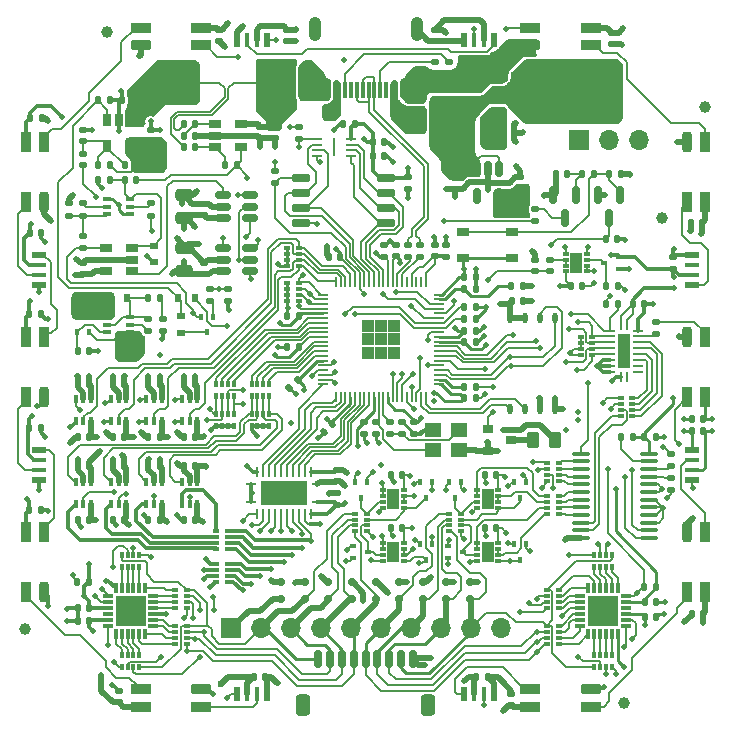
<source format=gtl>
G04 #@! TF.GenerationSoftware,KiCad,Pcbnew,8.0.6*
G04 #@! TF.CreationDate,2024-11-01T16:37:00+01:00*
G04 #@! TF.ProjectId,7-REV0,372d5245-5630-42e6-9b69-6361645f7063,rev?*
G04 #@! TF.SameCoordinates,Original*
G04 #@! TF.FileFunction,Copper,L1,Top*
G04 #@! TF.FilePolarity,Positive*
%FSLAX46Y46*%
G04 Gerber Fmt 4.6, Leading zero omitted, Abs format (unit mm)*
G04 Created by KiCad (PCBNEW 8.0.6) date 2024-11-01 16:37:00*
%MOMM*%
%LPD*%
G01*
G04 APERTURE LIST*
G04 Aperture macros list*
%AMRoundRect*
0 Rectangle with rounded corners*
0 $1 Rounding radius*
0 $2 $3 $4 $5 $6 $7 $8 $9 X,Y pos of 4 corners*
0 Add a 4 corners polygon primitive as box body*
4,1,4,$2,$3,$4,$5,$6,$7,$8,$9,$2,$3,0*
0 Add four circle primitives for the rounded corners*
1,1,$1+$1,$2,$3*
1,1,$1+$1,$4,$5*
1,1,$1+$1,$6,$7*
1,1,$1+$1,$8,$9*
0 Add four rect primitives between the rounded corners*
20,1,$1+$1,$2,$3,$4,$5,0*
20,1,$1+$1,$4,$5,$6,$7,0*
20,1,$1+$1,$6,$7,$8,$9,0*
20,1,$1+$1,$8,$9,$2,$3,0*%
%AMFreePoly0*
4,1,5,0.215000,-0.575000,-0.215000,-0.575000,-0.215000,0.575000,0.215000,0.575000,0.215000,-0.575000,0.215000,-0.575000,$1*%
%AMFreePoly1*
4,1,9,3.862500,-0.866500,0.737500,-0.866500,0.737500,-0.450000,-0.737500,-0.450000,-0.737500,0.450000,0.737500,0.450000,0.737500,0.866500,3.862500,0.866500,3.862500,-0.866500,3.862500,-0.866500,$1*%
G04 Aperture macros list end*
G04 #@! TA.AperFunction,SMDPad,CuDef*
%ADD10R,1.700000X0.820000*%
G04 #@! TD*
G04 #@! TA.AperFunction,SMDPad,CuDef*
%ADD11RoundRect,0.205000X0.645000X0.205000X-0.645000X0.205000X-0.645000X-0.205000X0.645000X-0.205000X0*%
G04 #@! TD*
G04 #@! TA.AperFunction,SMDPad,CuDef*
%ADD12RoundRect,0.205000X-0.645000X-0.205000X0.645000X-0.205000X0.645000X0.205000X-0.645000X0.205000X0*%
G04 #@! TD*
G04 #@! TA.AperFunction,SMDPad,CuDef*
%ADD13R,0.820000X1.700000*%
G04 #@! TD*
G04 #@! TA.AperFunction,SMDPad,CuDef*
%ADD14RoundRect,0.205000X-0.205000X0.645000X-0.205000X-0.645000X0.205000X-0.645000X0.205000X0.645000X0*%
G04 #@! TD*
G04 #@! TA.AperFunction,SMDPad,CuDef*
%ADD15RoundRect,0.205000X0.205000X-0.645000X0.205000X0.645000X-0.205000X0.645000X-0.205000X-0.645000X0*%
G04 #@! TD*
G04 #@! TA.AperFunction,SMDPad,CuDef*
%ADD16RoundRect,0.147500X-0.147500X-0.172500X0.147500X-0.172500X0.147500X0.172500X-0.147500X0.172500X0*%
G04 #@! TD*
G04 #@! TA.AperFunction,SMDPad,CuDef*
%ADD17RoundRect,0.147500X0.147500X0.172500X-0.147500X0.172500X-0.147500X-0.172500X0.147500X-0.172500X0*%
G04 #@! TD*
G04 #@! TA.AperFunction,SMDPad,CuDef*
%ADD18RoundRect,0.140000X-0.140000X-0.170000X0.140000X-0.170000X0.140000X0.170000X-0.140000X0.170000X0*%
G04 #@! TD*
G04 #@! TA.AperFunction,SMDPad,CuDef*
%ADD19RoundRect,0.147500X0.172500X-0.147500X0.172500X0.147500X-0.172500X0.147500X-0.172500X-0.147500X0*%
G04 #@! TD*
G04 #@! TA.AperFunction,SMDPad,CuDef*
%ADD20RoundRect,0.147500X-0.017678X0.226274X-0.226274X0.017678X0.017678X-0.226274X0.226274X-0.017678X0*%
G04 #@! TD*
G04 #@! TA.AperFunction,SMDPad,CuDef*
%ADD21R,0.400000X0.650000*%
G04 #@! TD*
G04 #@! TA.AperFunction,SMDPad,CuDef*
%ADD22RoundRect,0.243750X0.243750X0.456250X-0.243750X0.456250X-0.243750X-0.456250X0.243750X-0.456250X0*%
G04 #@! TD*
G04 #@! TA.AperFunction,SMDPad,CuDef*
%ADD23RoundRect,0.140000X0.140000X0.170000X-0.140000X0.170000X-0.140000X-0.170000X0.140000X-0.170000X0*%
G04 #@! TD*
G04 #@! TA.AperFunction,SMDPad,CuDef*
%ADD24RoundRect,0.140000X0.170000X-0.140000X0.170000X0.140000X-0.170000X0.140000X-0.170000X-0.140000X0*%
G04 #@! TD*
G04 #@! TA.AperFunction,SMDPad,CuDef*
%ADD25RoundRect,0.147500X-0.172500X0.147500X-0.172500X-0.147500X0.172500X-0.147500X0.172500X0.147500X0*%
G04 #@! TD*
G04 #@! TA.AperFunction,SMDPad,CuDef*
%ADD26RoundRect,0.135000X0.135000X0.185000X-0.135000X0.185000X-0.135000X-0.185000X0.135000X-0.185000X0*%
G04 #@! TD*
G04 #@! TA.AperFunction,SMDPad,CuDef*
%ADD27RoundRect,0.140000X-0.170000X0.140000X-0.170000X-0.140000X0.170000X-0.140000X0.170000X0.140000X0*%
G04 #@! TD*
G04 #@! TA.AperFunction,SMDPad,CuDef*
%ADD28R,0.400000X0.500000*%
G04 #@! TD*
G04 #@! TA.AperFunction,SMDPad,CuDef*
%ADD29R,0.300000X0.500000*%
G04 #@! TD*
G04 #@! TA.AperFunction,SMDPad,CuDef*
%ADD30RoundRect,0.249998X-0.262502X-0.450002X0.262502X-0.450002X0.262502X0.450002X-0.262502X0.450002X0*%
G04 #@! TD*
G04 #@! TA.AperFunction,SMDPad,CuDef*
%ADD31RoundRect,0.150000X-0.650000X-0.150000X0.650000X-0.150000X0.650000X0.150000X-0.650000X0.150000X0*%
G04 #@! TD*
G04 #@! TA.AperFunction,SMDPad,CuDef*
%ADD32C,1.000000*%
G04 #@! TD*
G04 #@! TA.AperFunction,ComponentPad*
%ADD33R,1.700000X1.700000*%
G04 #@! TD*
G04 #@! TA.AperFunction,ComponentPad*
%ADD34O,1.700000X1.700000*%
G04 #@! TD*
G04 #@! TA.AperFunction,SMDPad,CuDef*
%ADD35RoundRect,0.135000X-0.185000X0.135000X-0.185000X-0.135000X0.185000X-0.135000X0.185000X0.135000X0*%
G04 #@! TD*
G04 #@! TA.AperFunction,SMDPad,CuDef*
%ADD36RoundRect,0.150000X-0.150000X-0.625000X0.150000X-0.625000X0.150000X0.625000X-0.150000X0.625000X0*%
G04 #@! TD*
G04 #@! TA.AperFunction,SMDPad,CuDef*
%ADD37RoundRect,0.249999X-0.350001X-0.650001X0.350001X-0.650001X0.350001X0.650001X-0.350001X0.650001X0*%
G04 #@! TD*
G04 #@! TA.AperFunction,SMDPad,CuDef*
%ADD38RoundRect,0.062500X-0.062500X-0.350000X0.062500X-0.350000X0.062500X0.350000X-0.062500X0.350000X0*%
G04 #@! TD*
G04 #@! TA.AperFunction,SMDPad,CuDef*
%ADD39RoundRect,0.062500X-0.350000X-0.062500X0.350000X-0.062500X0.350000X0.062500X-0.350000X0.062500X0*%
G04 #@! TD*
G04 #@! TA.AperFunction,HeatsinkPad*
%ADD40R,1.000000X3.000000*%
G04 #@! TD*
G04 #@! TA.AperFunction,SMDPad,CuDef*
%ADD41R,1.400000X1.200000*%
G04 #@! TD*
G04 #@! TA.AperFunction,SMDPad,CuDef*
%ADD42R,0.900000X0.800000*%
G04 #@! TD*
G04 #@! TA.AperFunction,SMDPad,CuDef*
%ADD43R,1.050000X0.650000*%
G04 #@! TD*
G04 #@! TA.AperFunction,SMDPad,CuDef*
%ADD44R,0.700000X0.600000*%
G04 #@! TD*
G04 #@! TA.AperFunction,SMDPad,CuDef*
%ADD45RoundRect,0.135000X0.185000X-0.135000X0.185000X0.135000X-0.185000X0.135000X-0.185000X-0.135000X0*%
G04 #@! TD*
G04 #@! TA.AperFunction,SMDPad,CuDef*
%ADD46RoundRect,0.249999X0.450001X1.425001X-0.450001X1.425001X-0.450001X-1.425001X0.450001X-1.425001X0*%
G04 #@! TD*
G04 #@! TA.AperFunction,SMDPad,CuDef*
%ADD47R,0.400000X0.510000*%
G04 #@! TD*
G04 #@! TA.AperFunction,SMDPad,CuDef*
%ADD48R,0.650000X1.060000*%
G04 #@! TD*
G04 #@! TA.AperFunction,SMDPad,CuDef*
%ADD49R,0.650000X0.400000*%
G04 #@! TD*
G04 #@! TA.AperFunction,SMDPad,CuDef*
%ADD50R,0.600000X0.700000*%
G04 #@! TD*
G04 #@! TA.AperFunction,SMDPad,CuDef*
%ADD51R,0.500000X0.400000*%
G04 #@! TD*
G04 #@! TA.AperFunction,SMDPad,CuDef*
%ADD52R,0.500000X0.300000*%
G04 #@! TD*
G04 #@! TA.AperFunction,SMDPad,CuDef*
%ADD53RoundRect,0.100000X-0.637500X-0.100000X0.637500X-0.100000X0.637500X0.100000X-0.637500X0.100000X0*%
G04 #@! TD*
G04 #@! TA.AperFunction,SMDPad,CuDef*
%ADD54RoundRect,0.135000X-0.135000X-0.185000X0.135000X-0.185000X0.135000X0.185000X-0.135000X0.185000X0*%
G04 #@! TD*
G04 #@! TA.AperFunction,SMDPad,CuDef*
%ADD55R,0.600000X1.450000*%
G04 #@! TD*
G04 #@! TA.AperFunction,SMDPad,CuDef*
%ADD56R,0.300000X1.450000*%
G04 #@! TD*
G04 #@! TA.AperFunction,ComponentPad*
%ADD57O,1.050000X2.100000*%
G04 #@! TD*
G04 #@! TA.AperFunction,SMDPad,CuDef*
%ADD58FreePoly0,90.000000*%
G04 #@! TD*
G04 #@! TA.AperFunction,SMDPad,CuDef*
%ADD59R,1.150000X0.430000*%
G04 #@! TD*
G04 #@! TA.AperFunction,SMDPad,CuDef*
%ADD60FreePoly0,0.000000*%
G04 #@! TD*
G04 #@! TA.AperFunction,SMDPad,CuDef*
%ADD61R,0.430000X1.150000*%
G04 #@! TD*
G04 #@! TA.AperFunction,SMDPad,CuDef*
%ADD62FreePoly0,270.000000*%
G04 #@! TD*
G04 #@! TA.AperFunction,SMDPad,CuDef*
%ADD63FreePoly0,180.000000*%
G04 #@! TD*
G04 #@! TA.AperFunction,SMDPad,CuDef*
%ADD64R,1.300000X0.900000*%
G04 #@! TD*
G04 #@! TA.AperFunction,SMDPad,CuDef*
%ADD65FreePoly1,0.000000*%
G04 #@! TD*
G04 #@! TA.AperFunction,SMDPad,CuDef*
%ADD66R,1.060000X0.650000*%
G04 #@! TD*
G04 #@! TA.AperFunction,SMDPad,CuDef*
%ADD67RoundRect,0.202500X0.022500X-0.247500X0.022500X0.247500X-0.022500X0.247500X-0.022500X-0.247500X0*%
G04 #@! TD*
G04 #@! TA.AperFunction,SMDPad,CuDef*
%ADD68RoundRect,0.100000X0.100000X-0.155000X0.100000X0.155000X-0.100000X0.155000X-0.100000X-0.155000X0*%
G04 #@! TD*
G04 #@! TA.AperFunction,SMDPad,CuDef*
%ADD69R,1.050000X1.750000*%
G04 #@! TD*
G04 #@! TA.AperFunction,SMDPad,CuDef*
%ADD70R,0.900000X0.290000*%
G04 #@! TD*
G04 #@! TA.AperFunction,SMDPad,CuDef*
%ADD71R,0.290000X0.900000*%
G04 #@! TD*
G04 #@! TA.AperFunction,SMDPad,CuDef*
%ADD72R,4.000000X2.000000*%
G04 #@! TD*
G04 #@! TA.AperFunction,SMDPad,CuDef*
%ADD73RoundRect,0.100000X0.155000X0.100000X-0.155000X0.100000X-0.155000X-0.100000X0.155000X-0.100000X0*%
G04 #@! TD*
G04 #@! TA.AperFunction,SMDPad,CuDef*
%ADD74RoundRect,0.150000X-0.200000X0.150000X-0.200000X-0.150000X0.200000X-0.150000X0.200000X0.150000X0*%
G04 #@! TD*
G04 #@! TA.AperFunction,SMDPad,CuDef*
%ADD75RoundRect,0.140000X-0.021213X0.219203X-0.219203X0.021213X0.021213X-0.219203X0.219203X-0.021213X0*%
G04 #@! TD*
G04 #@! TA.AperFunction,SMDPad,CuDef*
%ADD76RoundRect,0.150000X-0.512500X-0.150000X0.512500X-0.150000X0.512500X0.150000X-0.512500X0.150000X0*%
G04 #@! TD*
G04 #@! TA.AperFunction,SMDPad,CuDef*
%ADD77RoundRect,0.250000X0.475000X-0.250000X0.475000X0.250000X-0.475000X0.250000X-0.475000X-0.250000X0*%
G04 #@! TD*
G04 #@! TA.AperFunction,SMDPad,CuDef*
%ADD78RoundRect,0.055000X0.335000X-0.055000X0.335000X0.055000X-0.335000X0.055000X-0.335000X-0.055000X0*%
G04 #@! TD*
G04 #@! TA.AperFunction,SMDPad,CuDef*
%ADD79RoundRect,0.055000X-0.055000X-0.335000X0.055000X-0.335000X0.055000X0.335000X-0.055000X0.335000X0*%
G04 #@! TD*
G04 #@! TA.AperFunction,ComponentPad*
%ADD80C,0.600000*%
G04 #@! TD*
G04 #@! TA.AperFunction,SMDPad,CuDef*
%ADD81R,1.133333X1.133333*%
G04 #@! TD*
G04 #@! TA.AperFunction,SMDPad,CuDef*
%ADD82RoundRect,0.033750X0.101250X-0.396250X0.101250X0.396250X-0.101250X0.396250X-0.101250X-0.396250X0*%
G04 #@! TD*
G04 #@! TA.AperFunction,SMDPad,CuDef*
%ADD83RoundRect,0.033750X0.396250X-0.101250X0.396250X0.101250X-0.396250X0.101250X-0.396250X-0.101250X0*%
G04 #@! TD*
G04 #@! TA.AperFunction,SMDPad,CuDef*
%ADD84R,2.600000X2.600000*%
G04 #@! TD*
G04 #@! TA.AperFunction,SMDPad,CuDef*
%ADD85RoundRect,0.100000X-0.155000X-0.100000X0.155000X-0.100000X0.155000X0.100000X-0.155000X0.100000X0*%
G04 #@! TD*
G04 #@! TA.AperFunction,SMDPad,CuDef*
%ADD86RoundRect,0.150000X-0.150000X0.587500X-0.150000X-0.587500X0.150000X-0.587500X0.150000X0.587500X0*%
G04 #@! TD*
G04 #@! TA.AperFunction,SMDPad,CuDef*
%ADD87RoundRect,0.150000X-0.150000X0.512500X-0.150000X-0.512500X0.150000X-0.512500X0.150000X0.512500X0*%
G04 #@! TD*
G04 #@! TA.AperFunction,SMDPad,CuDef*
%ADD88RoundRect,0.033750X-0.101250X0.396250X-0.101250X-0.396250X0.101250X-0.396250X0.101250X0.396250X0*%
G04 #@! TD*
G04 #@! TA.AperFunction,SMDPad,CuDef*
%ADD89RoundRect,0.033750X-0.396250X0.101250X-0.396250X-0.101250X0.396250X-0.101250X0.396250X0.101250X0*%
G04 #@! TD*
G04 #@! TA.AperFunction,SMDPad,CuDef*
%ADD90RoundRect,0.062500X-0.387500X-0.062500X0.387500X-0.062500X0.387500X0.062500X-0.387500X0.062500X0*%
G04 #@! TD*
G04 #@! TA.AperFunction,HeatsinkPad*
%ADD91R,0.200000X1.600000*%
G04 #@! TD*
G04 #@! TA.AperFunction,ViaPad*
%ADD92C,0.500000*%
G04 #@! TD*
G04 #@! TA.AperFunction,ViaPad*
%ADD93C,0.600000*%
G04 #@! TD*
G04 #@! TA.AperFunction,Conductor*
%ADD94C,0.500000*%
G04 #@! TD*
G04 #@! TA.AperFunction,Conductor*
%ADD95C,0.304800*%
G04 #@! TD*
G04 #@! TA.AperFunction,Conductor*
%ADD96C,0.150000*%
G04 #@! TD*
G04 #@! TA.AperFunction,Conductor*
%ADD97C,0.200000*%
G04 #@! TD*
G04 #@! TA.AperFunction,Conductor*
%ADD98C,0.250000*%
G04 #@! TD*
G04 #@! TA.AperFunction,Conductor*
%ADD99C,0.158000*%
G04 #@! TD*
G04 APERTURE END LIST*
D10*
X115950000Y-61350000D03*
X115950000Y-62850000D03*
D11*
X110850000Y-62850000D03*
D10*
X110850000Y-61350000D03*
X143850000Y-118850000D03*
X143850000Y-117350000D03*
D12*
X148950000Y-117350000D03*
D10*
X148950000Y-118850000D03*
D13*
X101150000Y-104050000D03*
X102650000Y-104050000D03*
D14*
X102650000Y-109150000D03*
D13*
X101150000Y-109150000D03*
D10*
X148950000Y-61350000D03*
X148950000Y-62850000D03*
D11*
X143850000Y-62850000D03*
D10*
X143850000Y-61350000D03*
D13*
X158650000Y-76150000D03*
X157150000Y-76150000D03*
D15*
X157150000Y-71050000D03*
D13*
X158650000Y-71050000D03*
D10*
X110850000Y-118850000D03*
X110850000Y-117350000D03*
D12*
X115950000Y-117350000D03*
D10*
X115950000Y-118850000D03*
D13*
X101150000Y-71050000D03*
X102650000Y-71050000D03*
D14*
X102650000Y-76150000D03*
D13*
X101150000Y-76150000D03*
X101150000Y-87550000D03*
X102650000Y-87550000D03*
D14*
X102650000Y-92650000D03*
D13*
X101150000Y-92650000D03*
D16*
X141515000Y-70250000D03*
X142485000Y-70250000D03*
X111515000Y-98500000D03*
X112485000Y-98500000D03*
X105515000Y-98500000D03*
X106485000Y-98500000D03*
D17*
X112485000Y-103000000D03*
X111515000Y-103000000D03*
X106485000Y-96000000D03*
X105515000Y-96000000D03*
X154485000Y-96000000D03*
X153515000Y-96000000D03*
D16*
X114515000Y-98500000D03*
X115485000Y-98500000D03*
X108515000Y-98500000D03*
X109485000Y-98500000D03*
X138265000Y-82500000D03*
X139235000Y-82500000D03*
D18*
X138270000Y-83500000D03*
X139230000Y-83500000D03*
D19*
X131500000Y-80735000D03*
X131500000Y-79765000D03*
D20*
X124142947Y-91157053D03*
X123457053Y-91842947D03*
D16*
X138265000Y-88000000D03*
X139235000Y-88000000D03*
X130515000Y-72250000D03*
X131485000Y-72250000D03*
D19*
X133000000Y-95735000D03*
X133000000Y-94765000D03*
D18*
X138270000Y-87000000D03*
X139230000Y-87000000D03*
D21*
X106650000Y-92800000D03*
X106000000Y-92800000D03*
X105350000Y-92800000D03*
X105350000Y-94700000D03*
X106000000Y-94700000D03*
X106650000Y-94700000D03*
X115650000Y-92800000D03*
X115000000Y-92800000D03*
X114350000Y-92800000D03*
X114350000Y-94700000D03*
X115000000Y-94700000D03*
X115650000Y-94700000D03*
X106650000Y-99800000D03*
X106000000Y-99800000D03*
X105350000Y-99800000D03*
X105350000Y-101700000D03*
X106000000Y-101700000D03*
X106650000Y-101700000D03*
X112650000Y-99800000D03*
X112000000Y-99800000D03*
X111350000Y-99800000D03*
X111350000Y-101700000D03*
X112000000Y-101700000D03*
X112650000Y-101700000D03*
D19*
X133500000Y-80735000D03*
X133500000Y-79765000D03*
X134500000Y-80735000D03*
X134500000Y-79765000D03*
X137000000Y-65265000D03*
X137000000Y-64295000D03*
D22*
X136187500Y-69250000D03*
X134312500Y-69250000D03*
D18*
X157420000Y-77900000D03*
X158380000Y-77900000D03*
D23*
X102430000Y-78700000D03*
X101470000Y-78700000D03*
D24*
X135750000Y-62480000D03*
X135750000Y-61520000D03*
D23*
X102480000Y-69000000D03*
X101520000Y-69000000D03*
X102380000Y-85600000D03*
X101420000Y-85600000D03*
X102380000Y-95250000D03*
X101420000Y-95250000D03*
D24*
X150750000Y-62730000D03*
X150750000Y-61770000D03*
X123250000Y-62480000D03*
X123250000Y-61520000D03*
D25*
X134000000Y-94765000D03*
X134000000Y-95735000D03*
D26*
X143260000Y-83250000D03*
X142240000Y-83250000D03*
D27*
X133500000Y-74020000D03*
X133500000Y-74980000D03*
X135750000Y-66520000D03*
X135750000Y-67480000D03*
X137000000Y-66520000D03*
X137000000Y-67480000D03*
D23*
X124230000Y-85800000D03*
X123270000Y-85800000D03*
D28*
X117250000Y-95050000D03*
D29*
X117750000Y-95050000D03*
X118250000Y-95050000D03*
D28*
X118750000Y-95050000D03*
X118750000Y-94050000D03*
D29*
X118250000Y-94050000D03*
X117750000Y-94050000D03*
D28*
X117250000Y-94050000D03*
D30*
X144087500Y-96250000D03*
X145912500Y-96250000D03*
D28*
X120250000Y-95050000D03*
D29*
X120750000Y-95050000D03*
X121250000Y-95050000D03*
D28*
X121750000Y-95050000D03*
X121750000Y-94050000D03*
D29*
X121250000Y-94050000D03*
X120750000Y-94050000D03*
D28*
X120250000Y-94050000D03*
D31*
X124400000Y-74095000D03*
X124400000Y-75365000D03*
X124400000Y-76635000D03*
X124400000Y-77905000D03*
X131600000Y-77905000D03*
X131600000Y-76635000D03*
X131600000Y-75365000D03*
X131600000Y-74095000D03*
D32*
X158600000Y-68050000D03*
X101050000Y-112300000D03*
D27*
X142250000Y-117770000D03*
X142250000Y-118730000D03*
D23*
X102380000Y-102200000D03*
X101420000Y-102200000D03*
X140230000Y-116332000D03*
X139270000Y-116332000D03*
X121384000Y-116332000D03*
X120424000Y-116332000D03*
D27*
X109000000Y-117520000D03*
X109000000Y-118480000D03*
D24*
X139250000Y-67480000D03*
X139250000Y-66520000D03*
D33*
X148010000Y-70850000D03*
D34*
X150550000Y-70850000D03*
X153090000Y-70850000D03*
D35*
X122250000Y-73490000D03*
X122250000Y-74510000D03*
D32*
X108000000Y-61750000D03*
X155000000Y-77500000D03*
X151750000Y-118500000D03*
D18*
X157520000Y-111000000D03*
X158480000Y-111000000D03*
D19*
X135750000Y-65265000D03*
X135750000Y-64295000D03*
D36*
X125900000Y-114820000D03*
X126900000Y-114820000D03*
X127900000Y-114820000D03*
X128900000Y-114820000D03*
X129900000Y-114820000D03*
X130900000Y-114820000D03*
X131900000Y-114820000D03*
X132900000Y-114820000D03*
X133900000Y-114820000D03*
D37*
X124600000Y-118695000D03*
X135200000Y-118695000D03*
D38*
X151500000Y-86562500D03*
D39*
X150562500Y-87000000D03*
X150562500Y-87500000D03*
X150562500Y-88000000D03*
X150562500Y-88500000D03*
X150562500Y-89000000D03*
X150562500Y-89500000D03*
X150562500Y-90000000D03*
X150562500Y-90500000D03*
D38*
X151500000Y-90937500D03*
X152000000Y-90937500D03*
D39*
X152937500Y-90500000D03*
X152937500Y-90000000D03*
X152937500Y-89500000D03*
X152937500Y-89000000D03*
X152937500Y-88500000D03*
X152937500Y-88000000D03*
X152937500Y-87500000D03*
X152937500Y-87000000D03*
D38*
X152000000Y-86562500D03*
D40*
X151750000Y-88750000D03*
D41*
X135650000Y-97100000D03*
X137850000Y-97100000D03*
X137850000Y-95400000D03*
X135650000Y-95400000D03*
D25*
X145500000Y-81015000D03*
X145500000Y-81985000D03*
X129750000Y-94765000D03*
X129750000Y-95735000D03*
D42*
X140250000Y-95300000D03*
X140250000Y-97200000D03*
X142250000Y-96250000D03*
D25*
X130750000Y-94765000D03*
X130750000Y-95735000D03*
D43*
X142325000Y-80825000D03*
X138175000Y-80825000D03*
X142325000Y-78675000D03*
X138175000Y-78675000D03*
D44*
X112000000Y-81200000D03*
X112000000Y-79800000D03*
D18*
X157520000Y-95500000D03*
X158480000Y-95500000D03*
D25*
X121000000Y-69765000D03*
X121000000Y-70735000D03*
D19*
X122250000Y-70735000D03*
X122250000Y-69765000D03*
X106000000Y-70985000D03*
X106000000Y-70015000D03*
D45*
X111500000Y-87010000D03*
X111500000Y-85990000D03*
D35*
X112750000Y-85990000D03*
X112750000Y-87010000D03*
D17*
X112485000Y-84250000D03*
X111515000Y-84250000D03*
D16*
X105515000Y-88750000D03*
X106485000Y-88750000D03*
D45*
X111750000Y-77260000D03*
X111750000Y-76240000D03*
D35*
X104750000Y-76240000D03*
X104750000Y-77260000D03*
X106000000Y-76240000D03*
X106000000Y-77260000D03*
D23*
X110230000Y-67500000D03*
X109270000Y-67500000D03*
D19*
X106000000Y-72985000D03*
X106000000Y-72015000D03*
D17*
X118985000Y-73000000D03*
X118015000Y-73000000D03*
D46*
X121300000Y-66000000D03*
X115200000Y-66000000D03*
D17*
X115485000Y-69500000D03*
X114515000Y-69500000D03*
X115485000Y-70500000D03*
X114515000Y-70500000D03*
D16*
X109515000Y-74250000D03*
X110485000Y-74250000D03*
X107265000Y-74250000D03*
X108235000Y-74250000D03*
D19*
X106000000Y-82235000D03*
X106000000Y-81265000D03*
D17*
X115485000Y-71500000D03*
X114515000Y-71500000D03*
D35*
X106000000Y-78990000D03*
X106000000Y-80010000D03*
D24*
X117500000Y-62480000D03*
X117500000Y-61520000D03*
D47*
X105500000Y-87145000D03*
X106500000Y-87145000D03*
X106000000Y-85855000D03*
D45*
X118250000Y-84510000D03*
X118250000Y-83490000D03*
X116750000Y-84510000D03*
X116750000Y-83490000D03*
D24*
X111750000Y-70980000D03*
X111750000Y-70020000D03*
D16*
X107265000Y-67500000D03*
X108235000Y-67500000D03*
D48*
X109950000Y-69150000D03*
X109000000Y-69150000D03*
X108050000Y-69150000D03*
X108050000Y-71350000D03*
X109950000Y-71350000D03*
D49*
X109950000Y-77150000D03*
X109950000Y-76500000D03*
X109950000Y-75850000D03*
X108050000Y-75850000D03*
X108050000Y-76500000D03*
X108050000Y-77150000D03*
X109950000Y-87150000D03*
X109950000Y-86500000D03*
X109950000Y-85850000D03*
X108050000Y-85850000D03*
X108050000Y-86500000D03*
X108050000Y-87150000D03*
D50*
X108300000Y-84250000D03*
X109700000Y-84250000D03*
D51*
X118250000Y-105500000D03*
D52*
X118250000Y-105000000D03*
X118250000Y-104500000D03*
D51*
X118250000Y-104000000D03*
X117250000Y-104000000D03*
D52*
X117250000Y-104500000D03*
X117250000Y-105000000D03*
D51*
X117250000Y-105500000D03*
D53*
X148137500Y-97425000D03*
X148137500Y-98075000D03*
X148137500Y-98725000D03*
X148137500Y-99375000D03*
X148137500Y-100025000D03*
X148137500Y-100675000D03*
X148137500Y-101325000D03*
X148137500Y-101975000D03*
X148137500Y-102625000D03*
X148137500Y-103275000D03*
X148137500Y-103925000D03*
X148137500Y-104575000D03*
X153862500Y-104575000D03*
X153862500Y-103925000D03*
X153862500Y-103275000D03*
X153862500Y-102625000D03*
X153862500Y-101975000D03*
X153862500Y-101325000D03*
X153862500Y-100675000D03*
X153862500Y-100025000D03*
X153862500Y-99375000D03*
X153862500Y-98725000D03*
X153862500Y-98075000D03*
X153862500Y-97425000D03*
D21*
X109650000Y-99800000D03*
X109000000Y-99800000D03*
X108350000Y-99800000D03*
X108350000Y-101700000D03*
X109000000Y-101700000D03*
X109650000Y-101700000D03*
D17*
X106485000Y-103000000D03*
X105515000Y-103000000D03*
D54*
X138240000Y-91750000D03*
X139260000Y-91750000D03*
D17*
X109485000Y-103000000D03*
X108515000Y-103000000D03*
D51*
X123250000Y-80000000D03*
D52*
X123250000Y-80500000D03*
X123250000Y-81000000D03*
D51*
X123250000Y-81500000D03*
X124250000Y-81500000D03*
D52*
X124250000Y-81000000D03*
X124250000Y-80500000D03*
D51*
X124250000Y-80000000D03*
D23*
X153480000Y-84750000D03*
X152520000Y-84750000D03*
D21*
X112650000Y-92800000D03*
X112000000Y-92800000D03*
X111350000Y-92800000D03*
X111350000Y-94700000D03*
X112000000Y-94700000D03*
X112650000Y-94700000D03*
D51*
X123250000Y-83000000D03*
D52*
X123250000Y-83500000D03*
X123250000Y-84000000D03*
D51*
X123250000Y-84500000D03*
X124250000Y-84500000D03*
D52*
X124250000Y-84000000D03*
X124250000Y-83500000D03*
D51*
X124250000Y-83000000D03*
D28*
X117250000Y-92500000D03*
D29*
X117750000Y-92500000D03*
X118250000Y-92500000D03*
D28*
X118750000Y-92500000D03*
X118750000Y-91500000D03*
D29*
X118250000Y-91500000D03*
X117750000Y-91500000D03*
D28*
X117250000Y-91500000D03*
D21*
X109650000Y-92800000D03*
X109000000Y-92800000D03*
X108350000Y-92800000D03*
X108350000Y-94700000D03*
X109000000Y-94700000D03*
X109650000Y-94700000D03*
D17*
X112485000Y-96000000D03*
X111515000Y-96000000D03*
D16*
X114515000Y-91500000D03*
X115485000Y-91500000D03*
X105515000Y-91500000D03*
X106485000Y-91500000D03*
X108515000Y-91500000D03*
X109485000Y-91500000D03*
D17*
X109485000Y-96000000D03*
X108515000Y-96000000D03*
D16*
X111515000Y-91500000D03*
X112485000Y-91500000D03*
D28*
X120250000Y-92550000D03*
D29*
X120750000Y-92550000D03*
X121250000Y-92550000D03*
D28*
X121750000Y-92550000D03*
X121750000Y-91550000D03*
D29*
X121250000Y-91550000D03*
X120750000Y-91550000D03*
D28*
X120250000Y-91550000D03*
D21*
X115650000Y-99800000D03*
X115000000Y-99800000D03*
X114350000Y-99800000D03*
X114350000Y-101700000D03*
X115000000Y-101700000D03*
X115650000Y-101700000D03*
D13*
X158650000Y-109150000D03*
X157150000Y-109150000D03*
D15*
X157150000Y-104050000D03*
D13*
X158650000Y-104050000D03*
D55*
X133150000Y-66595000D03*
X132350000Y-66595000D03*
D56*
X131150000Y-66595000D03*
X130150000Y-66595000D03*
X129650000Y-66595000D03*
X128650000Y-66595000D03*
D55*
X126650000Y-66595000D03*
X127450000Y-66595000D03*
D56*
X128150000Y-66595000D03*
X129150000Y-66595000D03*
X130650000Y-66595000D03*
X131650000Y-66595000D03*
D57*
X134220000Y-65680000D03*
X125580000Y-65680000D03*
X134220000Y-61500000D03*
X125580000Y-61500000D03*
D17*
X115485000Y-103000000D03*
X114515000Y-103000000D03*
D58*
X157575000Y-97075000D03*
D59*
X157575000Y-97925000D03*
X157575000Y-98775000D03*
D58*
X157575000Y-99625000D03*
D60*
X140775000Y-117775000D03*
D61*
X139925000Y-117775000D03*
X139075000Y-117775000D03*
D60*
X138225000Y-117775000D03*
X121575000Y-117775000D03*
D61*
X120725000Y-117775000D03*
X119875000Y-117775000D03*
D60*
X119025000Y-117775000D03*
D62*
X102225000Y-99625000D03*
D59*
X102225000Y-98775000D03*
X102225000Y-97925000D03*
D62*
X102225000Y-97075000D03*
X102225000Y-83125000D03*
D59*
X102225000Y-82275000D03*
X102225000Y-81425000D03*
D62*
X102225000Y-80575000D03*
D63*
X119025000Y-62425000D03*
D61*
X119875000Y-62425000D03*
X120725000Y-62425000D03*
D63*
X121575000Y-62425000D03*
X138225000Y-62425000D03*
D61*
X139075000Y-62425000D03*
X139925000Y-62425000D03*
D63*
X140775000Y-62425000D03*
D51*
X151500000Y-92750000D03*
D52*
X151500000Y-93250000D03*
X151500000Y-93750000D03*
D51*
X151500000Y-94250000D03*
X152500000Y-94250000D03*
D52*
X152500000Y-93750000D03*
X152500000Y-93250000D03*
D51*
X152500000Y-92750000D03*
X118250000Y-108250000D03*
D52*
X118250000Y-107750000D03*
X118250000Y-107250000D03*
D51*
X118250000Y-106750000D03*
X117250000Y-106750000D03*
D52*
X117250000Y-107250000D03*
X117250000Y-107750000D03*
D51*
X117250000Y-108250000D03*
D17*
X115485000Y-96000000D03*
X114515000Y-96000000D03*
D50*
X114050000Y-84250000D03*
X115450000Y-84250000D03*
D47*
X117000000Y-85855000D03*
X116000000Y-85855000D03*
X116500000Y-87145000D03*
D64*
X141100000Y-65500000D03*
D65*
X141187500Y-67000000D03*
D64*
X141100000Y-68500000D03*
D23*
X110480000Y-73000000D03*
X109520000Y-73000000D03*
D17*
X108235000Y-73000000D03*
X107265000Y-73000000D03*
D44*
X114250000Y-85800000D03*
X114250000Y-87200000D03*
D66*
X110100000Y-81950000D03*
X110100000Y-81000000D03*
X110100000Y-80050000D03*
X107900000Y-80050000D03*
X107900000Y-81950000D03*
D51*
X146250000Y-102500000D03*
D52*
X146250000Y-102000000D03*
X146250000Y-101500000D03*
D51*
X146250000Y-101000000D03*
X145250000Y-101000000D03*
D52*
X145250000Y-101500000D03*
X145250000Y-102000000D03*
D51*
X145250000Y-102500000D03*
X146250000Y-99750000D03*
D52*
X146250000Y-99250000D03*
X146250000Y-98750000D03*
D51*
X146250000Y-98250000D03*
X145250000Y-98250000D03*
D52*
X145250000Y-98750000D03*
X145250000Y-99250000D03*
D51*
X145250000Y-99750000D03*
D66*
X117150000Y-69550000D03*
X117150000Y-70500000D03*
X117150000Y-71450000D03*
X119350000Y-71450000D03*
X119350000Y-69550000D03*
D25*
X144250000Y-81015000D03*
X144250000Y-81985000D03*
D18*
X157520000Y-94500000D03*
X158480000Y-94500000D03*
D13*
X158650000Y-92650000D03*
X157150000Y-92650000D03*
D15*
X157150000Y-87550000D03*
D13*
X158650000Y-87550000D03*
D18*
X142270000Y-84500000D03*
X143230000Y-84500000D03*
D67*
X142095000Y-93600000D03*
X143365000Y-93600000D03*
X144635000Y-93600000D03*
X145905000Y-93600000D03*
X145905000Y-85900000D03*
X144635000Y-85900000D03*
X143365000Y-85900000D03*
X142095000Y-85900000D03*
D45*
X154500000Y-87260000D03*
X154500000Y-86240000D03*
D26*
X139260000Y-86000000D03*
X138240000Y-86000000D03*
D68*
X135500000Y-99855000D03*
X134500000Y-99855000D03*
X135000000Y-101145000D03*
D18*
X105520000Y-110500000D03*
X106480000Y-110500000D03*
D58*
X157575000Y-80575000D03*
D59*
X157575000Y-81425000D03*
X157575000Y-82275000D03*
D58*
X157575000Y-83125000D03*
D26*
X106510000Y-108250000D03*
X105490000Y-108250000D03*
D23*
X148230000Y-83250000D03*
X147270000Y-83250000D03*
D27*
X155956000Y-80800000D03*
X155956000Y-81760000D03*
D23*
X127730000Y-80800000D03*
X126770000Y-80800000D03*
D28*
X150750000Y-106000000D03*
D29*
X150250000Y-106000000D03*
X149750000Y-106000000D03*
D28*
X149250000Y-106000000D03*
X149250000Y-107000000D03*
D29*
X149750000Y-107000000D03*
X150250000Y-107000000D03*
D28*
X150750000Y-107000000D03*
D54*
X151490000Y-96000000D03*
X152510000Y-96000000D03*
D68*
X138000000Y-99855000D03*
X137000000Y-99855000D03*
X137500000Y-101145000D03*
D45*
X132000000Y-95760000D03*
X132000000Y-94740000D03*
D52*
X148650000Y-82000000D03*
X148650000Y-81500000D03*
X148650000Y-81000000D03*
X148650000Y-80500000D03*
X146850000Y-80500000D03*
X146850000Y-81000000D03*
X146850000Y-81500000D03*
X146850000Y-82000000D03*
D69*
X147750000Y-81250000D03*
D24*
X116250000Y-77230000D03*
X116250000Y-76270000D03*
D27*
X137500000Y-74020000D03*
X137500000Y-74980000D03*
D68*
X143500000Y-105105000D03*
X142500000Y-105105000D03*
X143000000Y-106395000D03*
D24*
X127500000Y-101730000D03*
X127500000Y-100770000D03*
D18*
X140020000Y-99250000D03*
X140980000Y-99250000D03*
D51*
X146250000Y-113500000D03*
D52*
X146250000Y-113000000D03*
X146250000Y-112500000D03*
D51*
X146250000Y-112000000D03*
X145250000Y-112000000D03*
D52*
X145250000Y-112500000D03*
X145250000Y-113000000D03*
D51*
X145250000Y-113500000D03*
D27*
X127500000Y-98770000D03*
X127500000Y-99730000D03*
D70*
X125800000Y-100000000D03*
D71*
X125250000Y-98950000D03*
X124750000Y-98950000D03*
X124250000Y-98950000D03*
X123750000Y-98950000D03*
X123250000Y-98950000D03*
X122750000Y-98950000D03*
X122250000Y-98950000D03*
X121750000Y-98950000D03*
X121250000Y-98950000D03*
X120750000Y-98950000D03*
D70*
X120200000Y-100000000D03*
X120200000Y-101500000D03*
D71*
X120750000Y-102550000D03*
X121250000Y-102550000D03*
X121750000Y-102550000D03*
X122250000Y-102550000D03*
X122750000Y-102550000D03*
X123250000Y-102550000D03*
X123750000Y-102550000D03*
X124250000Y-102550000D03*
X124750000Y-102550000D03*
X125250000Y-102550000D03*
D70*
X125800000Y-101500000D03*
D72*
X123000000Y-100750000D03*
D73*
X136855000Y-105250000D03*
X136855000Y-106250000D03*
X138145000Y-105750000D03*
D23*
X146980000Y-73750000D03*
X146020000Y-73750000D03*
D18*
X150270000Y-79250000D03*
X151230000Y-79250000D03*
D51*
X145250000Y-109000000D03*
D52*
X145250000Y-109500000D03*
X145250000Y-110000000D03*
D51*
X145250000Y-110500000D03*
X146250000Y-110500000D03*
D52*
X146250000Y-110000000D03*
X146250000Y-109500000D03*
D51*
X146250000Y-109000000D03*
D54*
X150490000Y-73750000D03*
X151510000Y-73750000D03*
D24*
X143000000Y-74980000D03*
X143000000Y-74020000D03*
D68*
X130000000Y-99855000D03*
X129000000Y-99855000D03*
X129500000Y-101145000D03*
D35*
X124250000Y-69740000D03*
X124250000Y-70760000D03*
D74*
X124750000Y-109700000D03*
X124750000Y-108300000D03*
D51*
X114750000Y-113500000D03*
D52*
X114750000Y-113000000D03*
X114750000Y-112500000D03*
D51*
X114750000Y-112000000D03*
X113750000Y-112000000D03*
D52*
X113750000Y-112500000D03*
X113750000Y-113000000D03*
D51*
X113750000Y-113500000D03*
D23*
X124230000Y-88400000D03*
X123270000Y-88400000D03*
D26*
X149260000Y-73750000D03*
X148240000Y-73750000D03*
D75*
X127089411Y-94910589D03*
X126410589Y-95589411D03*
D68*
X143500000Y-99855000D03*
X142500000Y-99855000D03*
X143000000Y-101145000D03*
D76*
X117862500Y-75550000D03*
X117862500Y-76500000D03*
X117862500Y-77450000D03*
X120137500Y-77450000D03*
X120137500Y-76500000D03*
X120137500Y-75550000D03*
D52*
X131350000Y-105000000D03*
X131350000Y-105500000D03*
X131350000Y-106000000D03*
X131350000Y-106500000D03*
X133150000Y-106500000D03*
X133150000Y-106000000D03*
X133150000Y-105500000D03*
X133150000Y-105000000D03*
D69*
X132250000Y-105750000D03*
D51*
X113750000Y-109000000D03*
D52*
X113750000Y-109500000D03*
X113750000Y-110000000D03*
D51*
X113750000Y-110500000D03*
X114750000Y-110500000D03*
D52*
X114750000Y-110000000D03*
X114750000Y-109500000D03*
D51*
X114750000Y-109000000D03*
D73*
X128855000Y-105250000D03*
X128855000Y-106250000D03*
X130145000Y-105750000D03*
D52*
X139350000Y-100500000D03*
X139350000Y-101000000D03*
X139350000Y-101500000D03*
X139350000Y-102000000D03*
X141150000Y-102000000D03*
X141150000Y-101500000D03*
X141150000Y-101000000D03*
X141150000Y-100500000D03*
D69*
X140250000Y-101250000D03*
D52*
X131350000Y-100500000D03*
X131350000Y-101000000D03*
X131350000Y-101500000D03*
X131350000Y-102000000D03*
X133150000Y-102000000D03*
X133150000Y-101500000D03*
X133150000Y-101000000D03*
X133150000Y-100500000D03*
D69*
X132250000Y-101250000D03*
D77*
X114500000Y-77450000D03*
X114500000Y-75550000D03*
D28*
X109250000Y-115500000D03*
D29*
X109750000Y-115500000D03*
X110250000Y-115500000D03*
D28*
X110750000Y-115500000D03*
X110750000Y-114500000D03*
D29*
X110250000Y-114500000D03*
X109750000Y-114500000D03*
D28*
X109250000Y-114500000D03*
D51*
X148100000Y-87550000D03*
D52*
X148100000Y-88050000D03*
X148100000Y-88550000D03*
D51*
X148100000Y-89050000D03*
X149100000Y-89050000D03*
D52*
X149100000Y-88550000D03*
X149100000Y-88050000D03*
D51*
X149100000Y-87550000D03*
D78*
X126303500Y-83950000D03*
X126303500Y-84350000D03*
X126303500Y-84750000D03*
X126303500Y-85150000D03*
X126303500Y-85550000D03*
X126303500Y-85950000D03*
X126303500Y-86350000D03*
X126303500Y-86750000D03*
X126303500Y-87150000D03*
X126303500Y-87550000D03*
X126303500Y-87950000D03*
X126303500Y-88350000D03*
X126303500Y-88750000D03*
X126303500Y-89150000D03*
X126303500Y-89550000D03*
X126303500Y-89950000D03*
X126303500Y-90350000D03*
X126303500Y-90750000D03*
X126303500Y-91150000D03*
X126303500Y-91550000D03*
D79*
X127400000Y-92646500D03*
X127800000Y-92646500D03*
X128200000Y-92646500D03*
X128600000Y-92646500D03*
X129000000Y-92646500D03*
X129400000Y-92646500D03*
X129800000Y-92646500D03*
X130200000Y-92646500D03*
X130600000Y-92646500D03*
X131000000Y-92646500D03*
X131400000Y-92646500D03*
X131800000Y-92646500D03*
X132200000Y-92646500D03*
X132600000Y-92646500D03*
X133000000Y-92646500D03*
X133400000Y-92646500D03*
X133800000Y-92646500D03*
X134200000Y-92646500D03*
X134600000Y-92646500D03*
X135000000Y-92646500D03*
D78*
X136096500Y-91550000D03*
X136096500Y-91150000D03*
X136096500Y-90750000D03*
X136096500Y-90350000D03*
X136096500Y-89950000D03*
X136096500Y-89550000D03*
X136096500Y-89150000D03*
X136096500Y-88750000D03*
X136096500Y-88350000D03*
X136096500Y-87950000D03*
X136096500Y-87550000D03*
X136096500Y-87150000D03*
X136096500Y-86750000D03*
X136096500Y-86350000D03*
X136096500Y-85950000D03*
X136096500Y-85550000D03*
X136096500Y-85150000D03*
X136096500Y-84750000D03*
X136096500Y-84350000D03*
X136096500Y-83950000D03*
D79*
X135000000Y-82853500D03*
X134600000Y-82853500D03*
X134200000Y-82853500D03*
X133800000Y-82853500D03*
X133400000Y-82853500D03*
X133000000Y-82853500D03*
X132600000Y-82853500D03*
X132200000Y-82853500D03*
X131800000Y-82853500D03*
X131400000Y-82853500D03*
X131000000Y-82853500D03*
X130600000Y-82853500D03*
X130200000Y-82853500D03*
X129800000Y-82853500D03*
X129400000Y-82853500D03*
X129000000Y-82853500D03*
X128600000Y-82853500D03*
X128200000Y-82853500D03*
X127800000Y-82853500D03*
X127400000Y-82853500D03*
D80*
X130066667Y-86616667D03*
D81*
X130066667Y-86616667D03*
D80*
X130066667Y-87750000D03*
D81*
X130066667Y-87750000D03*
D80*
X130066667Y-88883333D03*
D81*
X130066667Y-88883333D03*
D80*
X131200000Y-86616667D03*
D81*
X131200000Y-86616667D03*
D80*
X131200000Y-87750000D03*
D81*
X131200000Y-87750000D03*
D80*
X131200000Y-88883333D03*
D81*
X131200000Y-88883333D03*
D80*
X132333333Y-86616667D03*
D81*
X132333333Y-86616667D03*
D80*
X132333333Y-87750000D03*
D81*
X132333333Y-87750000D03*
D80*
X132333333Y-88883333D03*
D81*
X132333333Y-88883333D03*
D54*
X150240000Y-83250000D03*
X151260000Y-83250000D03*
D18*
X130520000Y-71000000D03*
X131480000Y-71000000D03*
D28*
X150750000Y-114500000D03*
D29*
X150250000Y-114500000D03*
X149750000Y-114500000D03*
D28*
X149250000Y-114500000D03*
X149250000Y-115500000D03*
D29*
X149750000Y-115500000D03*
X150250000Y-115500000D03*
D28*
X150750000Y-115500000D03*
D52*
X139350000Y-105000000D03*
X139350000Y-105500000D03*
X139350000Y-106000000D03*
X139350000Y-106500000D03*
X141150000Y-106500000D03*
X141150000Y-106000000D03*
X141150000Y-105500000D03*
X141150000Y-105000000D03*
D69*
X140250000Y-105750000D03*
D74*
X138750000Y-109700000D03*
X138750000Y-108300000D03*
D54*
X150240000Y-84750000D03*
X151260000Y-84750000D03*
D82*
X108750000Y-112685000D03*
X109250000Y-112685000D03*
X109750000Y-112685000D03*
X110250000Y-112685000D03*
X110750000Y-112685000D03*
X111250000Y-112685000D03*
D83*
X111935000Y-112000000D03*
X111935000Y-111500000D03*
X111935000Y-111000000D03*
X111935000Y-110500000D03*
X111935000Y-110000000D03*
X111935000Y-109500000D03*
D82*
X111250000Y-108815000D03*
X110750000Y-108815000D03*
X110250000Y-108815000D03*
X109750000Y-108815000D03*
X109250000Y-108815000D03*
X108750000Y-108815000D03*
D83*
X108065000Y-109500000D03*
X108065000Y-110000000D03*
X108065000Y-110500000D03*
X108065000Y-111000000D03*
X108065000Y-111500000D03*
X108065000Y-112000000D03*
D84*
X110000000Y-110750000D03*
D35*
X155750000Y-99490000D03*
X155750000Y-100510000D03*
D68*
X135500000Y-105105000D03*
X134500000Y-105105000D03*
X135000000Y-106395000D03*
D74*
X122750000Y-109700000D03*
X122750000Y-108300000D03*
D28*
X109250000Y-107000000D03*
D29*
X109750000Y-107000000D03*
X110250000Y-107000000D03*
D28*
X110750000Y-107000000D03*
X110750000Y-106000000D03*
D29*
X110250000Y-106000000D03*
X109750000Y-106000000D03*
D28*
X109250000Y-106000000D03*
D85*
X151395000Y-81750000D03*
X151395000Y-80750000D03*
X150105000Y-81250000D03*
D35*
X136750000Y-79740000D03*
X136750000Y-80760000D03*
D76*
X117862500Y-80050000D03*
X117862500Y-81000000D03*
X117862500Y-81950000D03*
X120137500Y-81950000D03*
X120137500Y-81000000D03*
X120137500Y-80050000D03*
D26*
X139260000Y-85000000D03*
X138240000Y-85000000D03*
D23*
X154480000Y-110000000D03*
X153520000Y-110000000D03*
D86*
X151450000Y-75562500D03*
X149550000Y-75562500D03*
X150500000Y-77437500D03*
D77*
X114500000Y-81950000D03*
X114500000Y-80050000D03*
D18*
X132020000Y-99250000D03*
X132980000Y-99250000D03*
D74*
X136750000Y-109700000D03*
X136750000Y-108300000D03*
X126750000Y-109700000D03*
X126750000Y-108300000D03*
D18*
X132020000Y-103750000D03*
X132980000Y-103750000D03*
D35*
X144250000Y-76740000D03*
X144250000Y-77760000D03*
D24*
X116250000Y-82230000D03*
X116250000Y-81270000D03*
D86*
X147700000Y-75562500D03*
X145800000Y-75562500D03*
X146750000Y-77437500D03*
D26*
X154510000Y-108750000D03*
X153490000Y-108750000D03*
D24*
X135750000Y-80730000D03*
X135750000Y-79770000D03*
D87*
X141200000Y-73362500D03*
X140250000Y-73362500D03*
X139300000Y-73362500D03*
X139300000Y-75637500D03*
X141200000Y-75637500D03*
D88*
X151250000Y-108815000D03*
X150750000Y-108815000D03*
X150250000Y-108815000D03*
X149750000Y-108815000D03*
X149250000Y-108815000D03*
X148750000Y-108815000D03*
D89*
X148065000Y-109500000D03*
X148065000Y-110000000D03*
X148065000Y-110500000D03*
X148065000Y-111000000D03*
X148065000Y-111500000D03*
X148065000Y-112000000D03*
D88*
X148750000Y-112685000D03*
X149250000Y-112685000D03*
X149750000Y-112685000D03*
X150250000Y-112685000D03*
X150750000Y-112685000D03*
X151250000Y-112685000D03*
D89*
X151935000Y-112000000D03*
X151935000Y-111500000D03*
X151935000Y-111000000D03*
X151935000Y-110500000D03*
X151935000Y-110000000D03*
X151935000Y-109500000D03*
D84*
X150000000Y-110750000D03*
D74*
X134750000Y-109700000D03*
X134750000Y-108300000D03*
D18*
X105520000Y-111600000D03*
X106480000Y-111600000D03*
D23*
X128980000Y-69500000D03*
X128020000Y-69500000D03*
D74*
X128750000Y-109700000D03*
X128750000Y-108300000D03*
D24*
X132500000Y-80730000D03*
X132500000Y-79770000D03*
D74*
X130750000Y-109700000D03*
X130750000Y-108300000D03*
D23*
X154480000Y-111250000D03*
X153520000Y-111250000D03*
D74*
X132750000Y-109700000D03*
X132750000Y-108300000D03*
D18*
X140020000Y-103750000D03*
X140980000Y-103750000D03*
D51*
X130000000Y-104000000D03*
D52*
X130000000Y-103500000D03*
X130000000Y-103000000D03*
D51*
X130000000Y-102500000D03*
X129000000Y-102500000D03*
D52*
X129000000Y-103000000D03*
X129000000Y-103500000D03*
D51*
X129000000Y-104000000D03*
D90*
X125825000Y-70750000D03*
X125825000Y-71250000D03*
X125825000Y-71750000D03*
X125825000Y-72250000D03*
X128675000Y-72250000D03*
X128675000Y-71750000D03*
X128675000Y-71250000D03*
X128675000Y-70750000D03*
D91*
X127250000Y-71500000D03*
D45*
X155750000Y-98510000D03*
X155750000Y-97490000D03*
D18*
X138270000Y-92750000D03*
X139230000Y-92750000D03*
D51*
X138000000Y-104000000D03*
D52*
X138000000Y-103500000D03*
X138000000Y-103000000D03*
D51*
X138000000Y-102500000D03*
X137000000Y-102500000D03*
D52*
X137000000Y-103000000D03*
X137000000Y-103500000D03*
D51*
X137000000Y-104000000D03*
D33*
X118470000Y-112220000D03*
D34*
X121010000Y-112220000D03*
X123550000Y-112220000D03*
X126090000Y-112220000D03*
X128630000Y-112220000D03*
X131170000Y-112220000D03*
X133710000Y-112220000D03*
X136250000Y-112220000D03*
X138790000Y-112220000D03*
X141330000Y-112220000D03*
D92*
X136400000Y-65800000D03*
X156000000Y-80100000D03*
X157400000Y-78600000D03*
X105500000Y-90850000D03*
X128300000Y-99100000D03*
X143200000Y-99200000D03*
X104600000Y-111600000D03*
X123900000Y-108400000D03*
X119900000Y-98500000D03*
X103000000Y-86000000D03*
X113900000Y-98250000D03*
X112700000Y-87700000D03*
X156900000Y-111700000D03*
X134600000Y-95700000D03*
X156300000Y-71000000D03*
X151600000Y-62800000D03*
X141100000Y-97200000D03*
X145000000Y-75600000D03*
X139250000Y-81750000D03*
X152300000Y-73800000D03*
X105515000Y-97850000D03*
X139000000Y-65800000D03*
X156400000Y-87500000D03*
X129700000Y-109900000D03*
X114500000Y-90850000D03*
X128100000Y-64100000D03*
X122500000Y-88400000D03*
X127250000Y-70000000D03*
X126600000Y-79800000D03*
X146500000Y-111200000D03*
X126100000Y-107800000D03*
X138000000Y-65400000D03*
X125750000Y-78000000D03*
X117000000Y-117800000D03*
X133400000Y-108300000D03*
X134600000Y-114700000D03*
X109000000Y-70100000D03*
X141000000Y-64400000D03*
X133800000Y-67200000D03*
X134600000Y-67200000D03*
X114400000Y-76300000D03*
X140200000Y-96400000D03*
X102250000Y-83750000D03*
X138700000Y-106600000D03*
X155200000Y-111000000D03*
X140000000Y-64400000D03*
X122500000Y-116800000D03*
X107900000Y-95550000D03*
X139300000Y-97200000D03*
X144000000Y-80300000D03*
X155100000Y-102000000D03*
X106700000Y-70000000D03*
X103250000Y-77750000D03*
X124600000Y-64600000D03*
X108500000Y-97850000D03*
X102100000Y-93400000D03*
X109200000Y-66700000D03*
X150200000Y-75500000D03*
X138000000Y-66600000D03*
X123300000Y-85100000D03*
X107250000Y-88750000D03*
X143800000Y-105700000D03*
X156900000Y-95500000D03*
X148700000Y-79900000D03*
X126000000Y-103400000D03*
X120250000Y-100750000D03*
X132300000Y-99800000D03*
X151900000Y-79300000D03*
X135500000Y-104500000D03*
X125900000Y-96100000D03*
X137400000Y-108300000D03*
X125400000Y-67200000D03*
X122250000Y-71500000D03*
X107600000Y-74900000D03*
X112500000Y-70000000D03*
X110750000Y-63750000D03*
X105400000Y-80900000D03*
X141500000Y-116750000D03*
X137000000Y-104700000D03*
X108800000Y-103500000D03*
X120700000Y-95900000D03*
X103000000Y-110300000D03*
X151750000Y-115500000D03*
X124000000Y-92400000D03*
X135400000Y-114700000D03*
X128300000Y-105600000D03*
X135700000Y-79100000D03*
X113900000Y-79200000D03*
X155000000Y-100400000D03*
X139900000Y-86700000D03*
X113899998Y-95550002D03*
X156900000Y-94500000D03*
X102750000Y-79500000D03*
X150600000Y-84100000D03*
X136700000Y-75000000D03*
X104600000Y-110600000D03*
X105100000Y-107700000D03*
X115600000Y-75200000D03*
X130000000Y-96500000D03*
X121000000Y-71500000D03*
X140300000Y-75100000D03*
X103000000Y-102250000D03*
X110900000Y-95550000D03*
X131000000Y-102400000D03*
X122500000Y-81400000D03*
X108500000Y-90850000D03*
X111500000Y-90850000D03*
X102750000Y-96000000D03*
X140000000Y-92400000D03*
X126800000Y-100800000D03*
X139900000Y-87500000D03*
X144000000Y-84500000D03*
X138200000Y-100500000D03*
X139400000Y-108300000D03*
X104900000Y-96500000D03*
X133500000Y-75750000D03*
X126000000Y-72750000D03*
X118000000Y-63000000D03*
X132200000Y-104400000D03*
X130400000Y-106400000D03*
X134900000Y-115300000D03*
X140000000Y-65800000D03*
X111600000Y-97850000D03*
X119500000Y-61250000D03*
X119100000Y-75500000D03*
X137500000Y-75700000D03*
X138900000Y-102400000D03*
X130500000Y-99000000D03*
X135500000Y-100500000D03*
X124600000Y-66800000D03*
X154250000Y-84750000D03*
X121900000Y-108100000D03*
X149500000Y-90000000D03*
X145900000Y-92700000D03*
X135400000Y-107900000D03*
X157600000Y-102900000D03*
X131000000Y-96500000D03*
X132250000Y-72750000D03*
X149200000Y-83000000D03*
X105800000Y-103600000D03*
X146800000Y-104700000D03*
X113900000Y-102600000D03*
X108400000Y-117000000D03*
X124000000Y-62500000D03*
X111700000Y-69300000D03*
X142600000Y-73100000D03*
X132250000Y-71500000D03*
X142400000Y-62800000D03*
X155200000Y-96000000D03*
X102250000Y-100500000D03*
X146600000Y-93600000D03*
X132000000Y-79400000D03*
X142600000Y-69400000D03*
X140100000Y-99900000D03*
X103000000Y-69250000D03*
X113000000Y-111000000D03*
X115800000Y-79700000D03*
X152200000Y-81800000D03*
X142600000Y-71000000D03*
X111115000Y-102600000D03*
X116800000Y-95400000D03*
X147200000Y-88900000D03*
X131800000Y-109200000D03*
X140100000Y-104400000D03*
X150750000Y-91250000D03*
X155250000Y-110000000D03*
X150100000Y-117200000D03*
X143200000Y-70200000D03*
X106500000Y-106800000D03*
X107200000Y-96050000D03*
X128200000Y-101600000D03*
X113100000Y-103200000D03*
X109000000Y-87900000D03*
X106100000Y-109500000D03*
X110900000Y-87900000D03*
X151900000Y-83600000D03*
X110000000Y-88900000D03*
X116100000Y-103200000D03*
X110000000Y-87900000D03*
X110300000Y-96050000D03*
X113200000Y-96050000D03*
X110900000Y-88900000D03*
X109000000Y-88900000D03*
X107100000Y-103000000D03*
X153600000Y-111900000D03*
X116200000Y-95950000D03*
X109900000Y-103500000D03*
X133000000Y-90700000D03*
X132200000Y-90700000D03*
X124600000Y-82300000D03*
X108600000Y-100700000D03*
X119500000Y-109000000D03*
X119500000Y-103100000D03*
X143000000Y-110800000D03*
X151100000Y-116100000D03*
X144400000Y-114200000D03*
X147100000Y-106000000D03*
X123000000Y-106600000D03*
X122750000Y-104000000D03*
X109600000Y-100800000D03*
X125200000Y-83900000D03*
X108500000Y-107000000D03*
X120200000Y-108447600D03*
X115900000Y-114600000D03*
X120250000Y-103500000D03*
X116200000Y-112500000D03*
X115900000Y-110700000D03*
X144400000Y-113400000D03*
X150250000Y-116100000D03*
X143700000Y-110100000D03*
X149600000Y-105100000D03*
X123700000Y-106000000D03*
X123700000Y-104000000D03*
X125100000Y-84600000D03*
X112000000Y-101000000D03*
X115500000Y-113125000D03*
X121000000Y-107800000D03*
X121000000Y-104000000D03*
X112600000Y-114600000D03*
X115300000Y-111300000D03*
X110250000Y-105400000D03*
X124500000Y-105400000D03*
X150400000Y-105100000D03*
X147900000Y-114600000D03*
X144400000Y-109700000D03*
X144400000Y-112500000D03*
X124500000Y-104200000D03*
X124250000Y-84950000D03*
X115000000Y-101100000D03*
X114500000Y-111300000D03*
X114800000Y-114100000D03*
X111700000Y-106200000D03*
X108600000Y-115100000D03*
X121900000Y-107200000D03*
X121900000Y-104000000D03*
X125300000Y-104800000D03*
X131400000Y-83900000D03*
X119900000Y-74075000D03*
X112500000Y-97850000D03*
X129300000Y-96800000D03*
X105100000Y-75500000D03*
X140100000Y-85000000D03*
X115500000Y-78200000D03*
X136700000Y-79100000D03*
X109000000Y-76400000D03*
X106500000Y-90850000D03*
X109300000Y-97500000D03*
X130800000Y-80400000D03*
X112500000Y-90850000D03*
X114500000Y-78400000D03*
X138250000Y-81750000D03*
X135700000Y-92300000D03*
X122250000Y-72750000D03*
X120800000Y-79300000D03*
X105300000Y-82300000D03*
X132800000Y-81300000D03*
X116400000Y-98550000D03*
X135700000Y-93000000D03*
X124700000Y-92000000D03*
X141600000Y-69300000D03*
X115500000Y-90850000D03*
X128200000Y-100200000D03*
X123500000Y-69750000D03*
X140000000Y-69000000D03*
X118300000Y-85300000D03*
X106800000Y-112400000D03*
X113500000Y-82250000D03*
X146850000Y-95400000D03*
X127400000Y-80100000D03*
X109500000Y-90850000D03*
X140900000Y-69600000D03*
X126600000Y-94500000D03*
X107900000Y-108200000D03*
X141250000Y-84750000D03*
X141600000Y-71400000D03*
X111400000Y-80700000D03*
X133500000Y-73250000D03*
X140900000Y-70900000D03*
X107400000Y-97200000D03*
X140000000Y-70100000D03*
X129750000Y-70750000D03*
X151100000Y-100400000D03*
X144600000Y-92700000D03*
X112500000Y-89100000D03*
X122625000Y-86375000D03*
X140000000Y-71200000D03*
X114500000Y-81100000D03*
X140100000Y-88200000D03*
X144000000Y-83250000D03*
X118250000Y-61000000D03*
X136700000Y-61800000D03*
X146400000Y-83200000D03*
X122400000Y-65800000D03*
X122400000Y-67000000D03*
X101250000Y-101250000D03*
X146800000Y-67000000D03*
X136900000Y-106800000D03*
X156000000Y-83400000D03*
X107500000Y-116200000D03*
X134100000Y-104700000D03*
X149300000Y-67000000D03*
X101650000Y-94250000D03*
X141500000Y-119250000D03*
X155950000Y-92750000D03*
X123600000Y-67000000D03*
X133800000Y-103700000D03*
X142000000Y-100200000D03*
D93*
X117700000Y-116900000D03*
D92*
X101500000Y-84500000D03*
X158500000Y-111800000D03*
X141800000Y-104100000D03*
X151700000Y-61400000D03*
X128250000Y-106500000D03*
X124000000Y-61500000D03*
X150700000Y-80600000D03*
X158300000Y-78800000D03*
X159200000Y-94500000D03*
X133700000Y-99300000D03*
X136700000Y-100500000D03*
X141700000Y-99400000D03*
X147900000Y-93900000D03*
X142000000Y-105000000D03*
X123600000Y-65800000D03*
X122400000Y-64600000D03*
X159200000Y-95500000D03*
X156000000Y-82500000D03*
X129250000Y-99100000D03*
X123600000Y-64600000D03*
X147900000Y-94600000D03*
X138250000Y-116700000D03*
X134000000Y-100000000D03*
X151400000Y-67000000D03*
X104200000Y-68900000D03*
X101600000Y-78000000D03*
X143250000Y-77000000D03*
X142500000Y-77000000D03*
X122200000Y-89100000D03*
X141500000Y-77000000D03*
X143250000Y-76000000D03*
X142500000Y-76000000D03*
X134600000Y-94400000D03*
X137500000Y-86750000D03*
X131200000Y-98400000D03*
X111700000Y-72100000D03*
X111700000Y-73000000D03*
X106200000Y-84900000D03*
X107200000Y-84100000D03*
X106200000Y-84100000D03*
X107200000Y-85700000D03*
X110900000Y-72100000D03*
X112600000Y-71300000D03*
X112600000Y-73000000D03*
X107200000Y-84900000D03*
X105300000Y-84900000D03*
X108100000Y-85100000D03*
X155400000Y-101200000D03*
X105300000Y-84100000D03*
X110900000Y-71300000D03*
X123600000Y-94800000D03*
X112600000Y-72100000D03*
X141500000Y-95400000D03*
X143100000Y-95400000D03*
X142250000Y-90000000D03*
X142100000Y-89250000D03*
X127300000Y-91400000D03*
X115300000Y-85500000D03*
X140250000Y-82750000D03*
X137400000Y-84500000D03*
X150700000Y-93600000D03*
X152500000Y-98800000D03*
X150000000Y-93100000D03*
X151900000Y-99400000D03*
X132500000Y-83700000D03*
X124250000Y-71500000D03*
X107050000Y-75700000D03*
X117800000Y-79200000D03*
X134000000Y-93600000D03*
X133800000Y-91800000D03*
X135200000Y-89950000D03*
X125345034Y-90845034D03*
X111800000Y-78600000D03*
X117500000Y-83490000D03*
X127300000Y-90500000D03*
X134500000Y-89300000D03*
X147300000Y-85600000D03*
X132300000Y-68000000D03*
X126600000Y-68200000D03*
X126600000Y-68900000D03*
X133100000Y-68300000D03*
X133100000Y-69100000D03*
X127400000Y-68700000D03*
X132300000Y-68800000D03*
X127400000Y-67900000D03*
X119100000Y-63800000D03*
X122300000Y-62400000D03*
X141800000Y-61500000D03*
X139100000Y-61500000D03*
X156400000Y-96600000D03*
X157600000Y-100300000D03*
X118200000Y-118100000D03*
X139925000Y-118700000D03*
X140700000Y-91800000D03*
X140700000Y-93900000D03*
X133900000Y-90700000D03*
X145600000Y-79750000D03*
X113800000Y-92850000D03*
X119500000Y-93250000D03*
X107800000Y-93100000D03*
X116500000Y-94550000D03*
X119500000Y-92050000D03*
X110800000Y-92850000D03*
X116700000Y-93650000D03*
X105700000Y-93700000D03*
X127200000Y-89700000D03*
X118200000Y-86600000D03*
X133775000Y-84900000D03*
X138250000Y-104650000D03*
X142100000Y-106500000D03*
X134400000Y-106700000D03*
X130500000Y-104500000D03*
X144100000Y-98100000D03*
X131300000Y-99900000D03*
X134000000Y-101000000D03*
X144500000Y-98800000D03*
X145750000Y-100350000D03*
X131300000Y-104400000D03*
X144800000Y-100300000D03*
X133900000Y-105500000D03*
X155100000Y-96900000D03*
X149200000Y-82000000D03*
X144700000Y-88500000D03*
X147900000Y-86300000D03*
X146900000Y-89700000D03*
X142400000Y-87400000D03*
X135200000Y-87800000D03*
X147800000Y-90300000D03*
X147100000Y-86900000D03*
X144300000Y-87900000D03*
X116250000Y-108000000D03*
X107750000Y-94750000D03*
X116250000Y-107250000D03*
X110750000Y-94750000D03*
X116750000Y-108750000D03*
X104900000Y-95200000D03*
X113750000Y-94750000D03*
X116375000Y-106375000D03*
X107600000Y-108900000D03*
X119200000Y-81000000D03*
X151800000Y-113800000D03*
X128200000Y-85600000D03*
X117100000Y-110700000D03*
X116950000Y-109550000D03*
X107000000Y-109500000D03*
X120200000Y-82600000D03*
X119800000Y-79100000D03*
X129025000Y-85625000D03*
X152500000Y-113100000D03*
X152900000Y-109200000D03*
X150400000Y-98700000D03*
X108100000Y-113600000D03*
X140000000Y-90250000D03*
X148700000Y-91400000D03*
X146800000Y-79900000D03*
X129800000Y-83900000D03*
X136500000Y-77750000D03*
D94*
X142100000Y-74500000D02*
X142580000Y-74020000D01*
D95*
X153480000Y-84750000D02*
X154250000Y-84750000D01*
D96*
X128650000Y-105250000D02*
X128855000Y-105250000D01*
D94*
X140250000Y-96450000D02*
X140200000Y-96400000D01*
X109000000Y-99800000D02*
X109000000Y-99304999D01*
D95*
X125250000Y-98950000D02*
X127320000Y-98950000D01*
D97*
X154725000Y-100675000D02*
X155000000Y-100400000D01*
D95*
X125600000Y-103400000D02*
X125200000Y-103400000D01*
D94*
X137500000Y-74980000D02*
X136720000Y-74980000D01*
D95*
X102225000Y-100475000D02*
X102250000Y-100500000D01*
D94*
X142250000Y-117500000D02*
X141500000Y-116750000D01*
X110850000Y-63650000D02*
X110850000Y-62850000D01*
D95*
X135750000Y-79150000D02*
X135700000Y-79100000D01*
X102225000Y-93400000D02*
X102650000Y-92975000D01*
D96*
X139350000Y-102000000D02*
X139300000Y-102000000D01*
D97*
X125050000Y-103400000D02*
X125200000Y-103400000D01*
D94*
X126750000Y-108300000D02*
X126600000Y-108300000D01*
D95*
X139900000Y-86700000D02*
X139600000Y-87000000D01*
D94*
X145905000Y-92705000D02*
X145900000Y-92700000D01*
X143850000Y-62850000D02*
X142450000Y-62850000D01*
D95*
X107265000Y-74565000D02*
X107600000Y-74900000D01*
D96*
X119100000Y-75500000D02*
X120087500Y-75500000D01*
D98*
X123270000Y-85800000D02*
X123270000Y-85130000D01*
D95*
X102380000Y-95630000D02*
X102750000Y-96000000D01*
D94*
X140250000Y-74450000D02*
X140300000Y-74500000D01*
X145800000Y-75562500D02*
X145037500Y-75562500D01*
X116900000Y-76500000D02*
X116670000Y-76270000D01*
D98*
X123250000Y-83000000D02*
X123250000Y-84500000D01*
D94*
X112000000Y-92304999D02*
X111515000Y-91819999D01*
D98*
X130000000Y-96500000D02*
X129750000Y-96250000D01*
D94*
X114150000Y-98500000D02*
X113900000Y-98250000D01*
X128750000Y-108300000D02*
X128800000Y-108300000D01*
D95*
X107250000Y-88750000D02*
X106485000Y-88750000D01*
D94*
X140250000Y-97200000D02*
X140250000Y-96450000D01*
X112000000Y-99800000D02*
X112000000Y-99250000D01*
D98*
X129750000Y-96250000D02*
X129750000Y-95735000D01*
D94*
X121932000Y-116332000D02*
X121384000Y-116332000D01*
D95*
X151230000Y-79250000D02*
X151850000Y-79250000D01*
X102380000Y-95250000D02*
X102380000Y-95630000D01*
D94*
X134750000Y-108300000D02*
X135000000Y-108300000D01*
D97*
X125825000Y-72575000D02*
X126000000Y-72750000D01*
D94*
X127500000Y-100770000D02*
X126830000Y-100770000D01*
X114400000Y-76300000D02*
X114400000Y-75650000D01*
D95*
X120750000Y-98950000D02*
X120350000Y-98950000D01*
X112750000Y-87650000D02*
X112700000Y-87700000D01*
D96*
X128300000Y-105600000D02*
X128650000Y-105250000D01*
D95*
X111115000Y-102600000D02*
X111515000Y-103000000D01*
D94*
X114500000Y-79800000D02*
X114500000Y-80050000D01*
D95*
X117150000Y-95050000D02*
X116800000Y-95400000D01*
D94*
X150137500Y-75562500D02*
X150200000Y-75500000D01*
D96*
X136855000Y-104845000D02*
X137000000Y-104700000D01*
D98*
X130750000Y-96250000D02*
X130750000Y-95735000D01*
D95*
X117000000Y-117800000D02*
X116550000Y-117350000D01*
D94*
X108515000Y-91819999D02*
X108515000Y-91500000D01*
X102650000Y-76150000D02*
X102650000Y-77150000D01*
D95*
X151850000Y-79250000D02*
X151900000Y-79300000D01*
X134900000Y-95400000D02*
X134600000Y-95700000D01*
D94*
X115000000Y-99800000D02*
X115000000Y-99350000D01*
X109000000Y-92800000D02*
X109000000Y-92304999D01*
D96*
X140020000Y-99820000D02*
X140100000Y-99900000D01*
D94*
X112000000Y-92800000D02*
X112000000Y-92304999D01*
D95*
X102950000Y-102200000D02*
X103000000Y-102250000D01*
D97*
X153862500Y-100675000D02*
X154725000Y-100675000D01*
D95*
X103000000Y-110300000D02*
X103000000Y-109500000D01*
X156181000Y-80575000D02*
X155956000Y-80800000D01*
D94*
X116250000Y-81270000D02*
X116250000Y-81250000D01*
X111515000Y-98765000D02*
X111515000Y-98500000D01*
D96*
X130000000Y-99500000D02*
X130500000Y-99000000D01*
D98*
X126410589Y-95589411D02*
X125900000Y-96100000D01*
D96*
X140020000Y-99250000D02*
X140020000Y-99820000D01*
D95*
X152150000Y-81750000D02*
X152200000Y-81800000D01*
X127320000Y-98950000D02*
X127500000Y-98770000D01*
D94*
X140300000Y-74500000D02*
X140300000Y-75100000D01*
X157420000Y-77900000D02*
X157420000Y-78580000D01*
X110100000Y-81000000D02*
X106265000Y-81000000D01*
X138750000Y-108300000D02*
X139400000Y-108300000D01*
X157150000Y-103350000D02*
X157150000Y-104050000D01*
X143230000Y-84500000D02*
X144000000Y-84500000D01*
D95*
X120350000Y-98950000D02*
X119900000Y-98500000D01*
D94*
X142250000Y-117770000D02*
X142250000Y-117500000D01*
D96*
X131350000Y-102050000D02*
X131000000Y-102400000D01*
X140000000Y-92400000D02*
X139650000Y-92750000D01*
D95*
X109000000Y-69150000D02*
X109000000Y-67770000D01*
X117250000Y-95050000D02*
X118750000Y-95050000D01*
D96*
X135500000Y-99855000D02*
X135500000Y-100500000D01*
D95*
X139900000Y-87500000D02*
X139400000Y-88000000D01*
X152937500Y-87000000D02*
X152937500Y-86062500D01*
D98*
X123250000Y-85050000D02*
X123300000Y-85100000D01*
D94*
X157520000Y-111080000D02*
X156900000Y-111700000D01*
X114515000Y-98500000D02*
X114150000Y-98500000D01*
X137500000Y-74980000D02*
X137500000Y-75700000D01*
D96*
X130000000Y-99855000D02*
X130000000Y-99500000D01*
D95*
X102430000Y-78700000D02*
X102430000Y-79180000D01*
D94*
X141082000Y-116332000D02*
X141500000Y-116750000D01*
X149550000Y-75562500D02*
X150137500Y-75562500D01*
D98*
X123270000Y-85130000D02*
X123300000Y-85100000D01*
D97*
X125825000Y-72250000D02*
X125825000Y-72575000D01*
D94*
X145905000Y-93600000D02*
X146600000Y-93600000D01*
X119025000Y-61725000D02*
X119500000Y-61250000D01*
D98*
X123457053Y-91857053D02*
X124000000Y-92400000D01*
D94*
X140230000Y-116332000D02*
X141082000Y-116332000D01*
D95*
X114515000Y-103000000D02*
X114300000Y-103000000D01*
D96*
X140020000Y-104320000D02*
X140100000Y-104400000D01*
D94*
X102650000Y-77150000D02*
X103250000Y-77750000D01*
X123980000Y-62480000D02*
X124000000Y-62500000D01*
D97*
X124400000Y-77905000D02*
X125655000Y-77905000D01*
D95*
X131485000Y-72250000D02*
X131750000Y-72250000D01*
D94*
X140250000Y-73362500D02*
X140250000Y-74024999D01*
X115000000Y-99350000D02*
X114515000Y-98865000D01*
D96*
X139300000Y-102000000D02*
X138900000Y-102400000D01*
D95*
X139235000Y-82500000D02*
X139235000Y-81765000D01*
D94*
X114850000Y-79700000D02*
X114500000Y-80050000D01*
D98*
X157520000Y-94500000D02*
X156900000Y-94500000D01*
D94*
X135750000Y-62480000D02*
X135200000Y-62480000D01*
X143000000Y-74020000D02*
X143000000Y-73500000D01*
D98*
X133030000Y-94765000D02*
X134000000Y-95735000D01*
D94*
X116670000Y-76270000D02*
X116250000Y-76270000D01*
X135750000Y-62480000D02*
X138170000Y-62480000D01*
D97*
X155100000Y-102900000D02*
X155100000Y-102000000D01*
D95*
X151500000Y-90937500D02*
X151062500Y-90937500D01*
D94*
X122500000Y-116800000D02*
X122400000Y-116800000D01*
D96*
X139350000Y-106500000D02*
X138800000Y-106500000D01*
D94*
X116520000Y-81000000D02*
X116250000Y-81270000D01*
X142485000Y-70250000D02*
X142485000Y-69515000D01*
X120765000Y-70500000D02*
X121000000Y-70735000D01*
D96*
X132020000Y-104220000D02*
X132200000Y-104400000D01*
D97*
X124750000Y-103100000D02*
X125050000Y-103400000D01*
D98*
X157520000Y-95500000D02*
X156900000Y-95500000D01*
X123457053Y-91842947D02*
X123457053Y-91857053D01*
D94*
X108515000Y-91500000D02*
X108515000Y-90865000D01*
X108515000Y-90865000D02*
X108500000Y-90850000D01*
X121000000Y-70735000D02*
X122250000Y-70735000D01*
D96*
X132020000Y-103750000D02*
X132020000Y-104220000D01*
D94*
X115000000Y-92304999D02*
X114515000Y-91819999D01*
X107900000Y-95550000D02*
X108350000Y-96000000D01*
X128800000Y-108300000D02*
X129700000Y-109200000D01*
X105515000Y-91819999D02*
X105515000Y-91500000D01*
D96*
X138000000Y-100300000D02*
X138200000Y-100500000D01*
D95*
X112750000Y-87010000D02*
X112750000Y-87650000D01*
X108515000Y-103000000D02*
X108515000Y-103215000D01*
D97*
X124750000Y-102550000D02*
X124750000Y-103100000D01*
D98*
X154480000Y-110000000D02*
X155250000Y-110000000D01*
D94*
X151530000Y-62730000D02*
X151600000Y-62800000D01*
D98*
X157520000Y-97020000D02*
X157575000Y-97075000D01*
D94*
X117150000Y-70500000D02*
X120765000Y-70500000D01*
D95*
X114300000Y-103000000D02*
X113900000Y-102600000D01*
D94*
X108515000Y-97865000D02*
X108500000Y-97850000D01*
D96*
X140020000Y-103750000D02*
X140020000Y-104320000D01*
D98*
X122500000Y-88400000D02*
X123270000Y-88400000D01*
D94*
X114515000Y-90865000D02*
X114500000Y-90850000D01*
D96*
X136855000Y-105250000D02*
X136855000Y-104845000D01*
D94*
X122250000Y-70735000D02*
X122250000Y-71500000D01*
X122400000Y-116800000D02*
X121932000Y-116332000D01*
D95*
X132500000Y-79770000D02*
X132370000Y-79770000D01*
X102430000Y-79180000D02*
X102750000Y-79500000D01*
D94*
X145905000Y-93600000D02*
X145905000Y-92705000D01*
D98*
X154485000Y-96000000D02*
X155200000Y-96000000D01*
D94*
X138650000Y-74450000D02*
X138120000Y-74980000D01*
X142485000Y-69515000D02*
X142600000Y-69400000D01*
D95*
X105800000Y-103600000D02*
X105515000Y-103315000D01*
D94*
X115250000Y-75550000D02*
X115600000Y-75200000D01*
X117500000Y-62500000D02*
X118000000Y-63000000D01*
X105515000Y-97850000D02*
X105515000Y-98500000D01*
X105400000Y-80900000D02*
X105765000Y-81265000D01*
D95*
X151062500Y-90937500D02*
X150750000Y-91250000D01*
D94*
X137850000Y-97100000D02*
X139200000Y-97100000D01*
X121575000Y-116523000D02*
X121384000Y-116332000D01*
D98*
X134565000Y-95735000D02*
X134000000Y-95735000D01*
D94*
X114400000Y-75650000D02*
X114500000Y-75550000D01*
D95*
X139235000Y-82500000D02*
X139235000Y-83495000D01*
X105520000Y-111600000D02*
X105520000Y-110500000D01*
X108480000Y-117000000D02*
X109000000Y-117520000D01*
D97*
X154475000Y-102625000D02*
X155100000Y-102000000D01*
D94*
X106000000Y-92800000D02*
X106000000Y-92304999D01*
D98*
X155200000Y-111000000D02*
X154730000Y-111000000D01*
D95*
X111750000Y-69350000D02*
X111700000Y-69300000D01*
D94*
X134020000Y-114700000D02*
X133900000Y-114820000D01*
D95*
X111750000Y-70020000D02*
X111750000Y-69350000D01*
X151395000Y-81750000D02*
X152150000Y-81750000D01*
D94*
X117862500Y-81000000D02*
X116520000Y-81000000D01*
D95*
X139600000Y-87000000D02*
X139230000Y-87000000D01*
D94*
X105515000Y-98819999D02*
X105515000Y-98500000D01*
D95*
X133500000Y-74980000D02*
X133500000Y-75750000D01*
D94*
X126770000Y-80800000D02*
X126600000Y-80630000D01*
X151510000Y-73750000D02*
X152250000Y-73750000D01*
X115000000Y-92800000D02*
X115000000Y-92304999D01*
X128300000Y-99100000D02*
X127970000Y-98770000D01*
X113900000Y-79200000D02*
X114500000Y-79800000D01*
D97*
X155075000Y-101975000D02*
X153862500Y-101975000D01*
D96*
X148100000Y-88550000D02*
X147550000Y-88550000D01*
D94*
X108350000Y-96000000D02*
X108515000Y-96000000D01*
X114515000Y-91819999D02*
X114515000Y-91500000D01*
D95*
X109270000Y-66770000D02*
X109200000Y-66700000D01*
X120700000Y-95900000D02*
X120250000Y-95450000D01*
D94*
X106000000Y-92304999D02*
X105515000Y-91819999D01*
D95*
X120200000Y-101500000D02*
X120200000Y-100800000D01*
D94*
X104900000Y-96500000D02*
X105400000Y-96000000D01*
D95*
X102225000Y-99625000D02*
X102225000Y-100475000D01*
D94*
X142580000Y-74020000D02*
X143000000Y-74020000D01*
D98*
X154730000Y-111000000D02*
X154480000Y-111250000D01*
D95*
X131635000Y-79765000D02*
X132000000Y-79400000D01*
D96*
X143500000Y-99855000D02*
X143500000Y-99500000D01*
D94*
X139200000Y-97100000D02*
X139300000Y-97200000D01*
X126830000Y-100770000D02*
X126800000Y-100800000D01*
D97*
X153862500Y-102625000D02*
X154475000Y-102625000D01*
D94*
X114349996Y-96000000D02*
X114515000Y-96000000D01*
X117862500Y-76500000D02*
X116900000Y-76500000D01*
X123250000Y-62480000D02*
X123980000Y-62480000D01*
X108515000Y-98819999D02*
X108515000Y-98500000D01*
X124000000Y-108300000D02*
X123900000Y-108400000D01*
D95*
X120200000Y-100700000D02*
X120250000Y-100750000D01*
X102380000Y-102200000D02*
X102950000Y-102200000D01*
D94*
X108515000Y-98500000D02*
X108515000Y-97865000D01*
D95*
X106685000Y-70015000D02*
X106700000Y-70000000D01*
X131750000Y-71000000D02*
X132250000Y-71500000D01*
D94*
X110900000Y-95550000D02*
X111350000Y-96000000D01*
D98*
X134600000Y-95700000D02*
X134565000Y-95735000D01*
D94*
X106000000Y-99304999D02*
X105515000Y-98819999D01*
X136720000Y-74980000D02*
X136700000Y-75000000D01*
D95*
X139235000Y-83495000D02*
X139230000Y-83500000D01*
D96*
X138800000Y-106500000D02*
X138700000Y-106600000D01*
D97*
X125655000Y-77905000D02*
X125750000Y-78000000D01*
D94*
X156350000Y-71050000D02*
X156300000Y-71000000D01*
D97*
X154425000Y-101325000D02*
X155100000Y-102000000D01*
D94*
X126600000Y-108300000D02*
X126100000Y-107800000D01*
D95*
X116550000Y-117350000D02*
X116275000Y-117350000D01*
D94*
X146020000Y-75342500D02*
X145800000Y-75562500D01*
X134600000Y-114700000D02*
X134020000Y-114700000D01*
X114515000Y-91500000D02*
X114515000Y-90865000D01*
D95*
X127750000Y-69500000D02*
X127250000Y-70000000D01*
D98*
X131000000Y-96500000D02*
X130750000Y-96250000D01*
D94*
X157600000Y-102900000D02*
X157150000Y-103350000D01*
X140250000Y-74450000D02*
X138650000Y-74450000D01*
D98*
X133000000Y-94765000D02*
X133030000Y-94765000D01*
D94*
X140775000Y-117775000D02*
X140775000Y-116877000D01*
X124750000Y-108300000D02*
X124000000Y-108300000D01*
X122750000Y-108300000D02*
X122100000Y-108300000D01*
D95*
X139400000Y-88000000D02*
X139235000Y-88000000D01*
X111750000Y-70020000D02*
X112480000Y-70020000D01*
D94*
X109000000Y-99304999D02*
X108515000Y-98819999D01*
X144250000Y-81015000D02*
X144250000Y-80550000D01*
D95*
X111935000Y-111000000D02*
X113000000Y-111000000D01*
D96*
X148100000Y-87550000D02*
X148100000Y-88050000D01*
D94*
X144250000Y-80550000D02*
X144000000Y-80300000D01*
D95*
X153480000Y-85520000D02*
X153480000Y-84750000D01*
D94*
X122100000Y-108300000D02*
X121900000Y-108100000D01*
D95*
X109000000Y-69150000D02*
X109000000Y-70100000D01*
D94*
X146020000Y-73750000D02*
X146020000Y-75342500D01*
D96*
X143500000Y-105105000D02*
X143500000Y-105400000D01*
D94*
X142485000Y-70250000D02*
X142485000Y-70885000D01*
D95*
X102100000Y-93400000D02*
X102225000Y-93400000D01*
D94*
X140300000Y-74500000D02*
X142100000Y-74500000D01*
X138120000Y-74980000D02*
X137500000Y-74980000D01*
X134380000Y-115300000D02*
X134900000Y-115300000D01*
X148137500Y-104575000D02*
X146925000Y-104575000D01*
X132750000Y-108300000D02*
X133400000Y-108300000D01*
D95*
X102780000Y-86000000D02*
X102380000Y-85600000D01*
D94*
X106000000Y-99800000D02*
X106000000Y-99304999D01*
X127970000Y-98770000D02*
X127500000Y-98770000D01*
D95*
X109270000Y-67500000D02*
X109270000Y-66770000D01*
D97*
X105100000Y-107860000D02*
X105490000Y-108250000D01*
D94*
X115220000Y-76270000D02*
X114500000Y-75550000D01*
X143000000Y-73500000D02*
X142600000Y-73100000D01*
D95*
X112480000Y-70020000D02*
X112500000Y-70000000D01*
X109270000Y-67500000D02*
X108235000Y-67500000D01*
D96*
X138000000Y-99855000D02*
X138000000Y-100300000D01*
D95*
X132020000Y-99250000D02*
X132020000Y-99520000D01*
D98*
X122600000Y-81500000D02*
X122500000Y-81400000D01*
D96*
X147350000Y-89050000D02*
X147200000Y-88900000D01*
D94*
X130900000Y-108300000D02*
X131800000Y-109200000D01*
X156450000Y-87550000D02*
X156400000Y-87500000D01*
D97*
X148650000Y-79950000D02*
X148700000Y-79900000D01*
D94*
X138170000Y-62480000D02*
X138225000Y-62425000D01*
X135000000Y-108300000D02*
X135400000Y-107900000D01*
X111515000Y-91819999D02*
X111515000Y-91500000D01*
D97*
X153862500Y-103275000D02*
X154725000Y-103275000D01*
D94*
X140250000Y-97200000D02*
X141100000Y-97200000D01*
D95*
X104700000Y-110500000D02*
X105520000Y-110500000D01*
D94*
X106265000Y-81000000D02*
X106000000Y-81265000D01*
X114500000Y-75550000D02*
X115250000Y-75550000D01*
D95*
X155956000Y-80144000D02*
X156000000Y-80100000D01*
D94*
X102750000Y-69000000D02*
X103000000Y-69250000D01*
D95*
X108400000Y-117000000D02*
X108480000Y-117000000D01*
D94*
X111515000Y-90865000D02*
X111500000Y-90850000D01*
D95*
X104600000Y-110600000D02*
X104700000Y-110500000D01*
X131750000Y-72250000D02*
X132250000Y-72750000D01*
X108515000Y-103215000D02*
X108800000Y-103500000D01*
D94*
X157150000Y-71050000D02*
X156350000Y-71050000D01*
D95*
X103000000Y-86000000D02*
X102780000Y-86000000D01*
D94*
X121000000Y-70735000D02*
X121000000Y-71500000D01*
D95*
X150562500Y-90000000D02*
X149500000Y-90000000D01*
X131480000Y-71000000D02*
X131750000Y-71000000D01*
D97*
X155100000Y-102000000D02*
X155075000Y-101975000D01*
D98*
X151250000Y-112685000D02*
X151250000Y-115000000D01*
D95*
X135650000Y-95400000D02*
X134900000Y-95400000D01*
D94*
X157150000Y-87550000D02*
X156450000Y-87550000D01*
D96*
X139650000Y-92750000D02*
X139230000Y-92750000D01*
D98*
X123250000Y-80000000D02*
X123250000Y-81500000D01*
D95*
X131500000Y-79765000D02*
X131635000Y-79765000D01*
D94*
X145037500Y-75562500D02*
X145000000Y-75600000D01*
D95*
X120250000Y-95450000D02*
X120250000Y-95050000D01*
D94*
X142450000Y-62850000D02*
X142400000Y-62800000D01*
D95*
X132020000Y-99520000D02*
X132300000Y-99800000D01*
X139235000Y-81765000D02*
X139250000Y-81750000D01*
X150000000Y-89500000D02*
X149500000Y-90000000D01*
X150562500Y-89500000D02*
X150000000Y-89500000D01*
D94*
X114515000Y-98865000D02*
X114515000Y-98500000D01*
X136750000Y-108300000D02*
X137400000Y-108300000D01*
D96*
X148100000Y-88050000D02*
X148100000Y-88550000D01*
X149950000Y-117350000D02*
X150100000Y-117200000D01*
D97*
X148650000Y-80500000D02*
X148650000Y-79950000D01*
D94*
X111350000Y-96000000D02*
X111515000Y-96000000D01*
D95*
X120250000Y-95050000D02*
X121750000Y-95050000D01*
D97*
X148950000Y-83250000D02*
X149200000Y-83000000D01*
D94*
X133900000Y-114820000D02*
X134380000Y-115300000D01*
X115800000Y-79700000D02*
X114850000Y-79700000D01*
X105515000Y-90865000D02*
X105500000Y-90850000D01*
D96*
X147200000Y-110500000D02*
X146500000Y-111200000D01*
D94*
X111515000Y-97935000D02*
X111600000Y-97850000D01*
D97*
X150240000Y-84750000D02*
X150240000Y-84460000D01*
D96*
X148950000Y-117350000D02*
X149950000Y-117350000D01*
D94*
X129700000Y-109900000D02*
X129700000Y-109200000D01*
D96*
X131350000Y-102000000D02*
X131350000Y-102050000D01*
D94*
X140250000Y-74024999D02*
X140250000Y-74450000D01*
X152250000Y-73750000D02*
X152300000Y-73800000D01*
D96*
X147550000Y-88550000D02*
X147200000Y-88900000D01*
D94*
X105515000Y-91500000D02*
X105515000Y-90865000D01*
D96*
X148100000Y-89050000D02*
X147350000Y-89050000D01*
D98*
X157520000Y-95500000D02*
X157520000Y-97020000D01*
D94*
X140250000Y-97200000D02*
X139300000Y-97200000D01*
X111515000Y-98500000D02*
X111515000Y-97935000D01*
X157520000Y-111000000D02*
X157520000Y-111080000D01*
D95*
X120200000Y-100800000D02*
X120250000Y-100750000D01*
D94*
X117150000Y-70500000D02*
X115485000Y-70500000D01*
X126600000Y-80630000D02*
X126600000Y-79800000D01*
D97*
X105100000Y-107700000D02*
X105100000Y-107860000D01*
D94*
X102480000Y-69000000D02*
X102750000Y-69000000D01*
X115050000Y-80050000D02*
X114500000Y-80050000D01*
D97*
X154725000Y-103275000D02*
X155100000Y-102900000D01*
D98*
X151250000Y-115000000D02*
X151750000Y-115500000D01*
D96*
X135500000Y-104500000D02*
X135500000Y-105105000D01*
D94*
X140775000Y-116877000D02*
X140230000Y-116332000D01*
D95*
X125600000Y-103400000D02*
X126000000Y-103400000D01*
D94*
X105765000Y-81265000D02*
X106000000Y-81265000D01*
D95*
X102225000Y-83125000D02*
X102225000Y-83725000D01*
D94*
X105400000Y-96000000D02*
X105515000Y-96000000D01*
D96*
X130400000Y-106400000D02*
X130500000Y-106500000D01*
D95*
X107265000Y-74250000D02*
X107265000Y-74565000D01*
D94*
X117500000Y-62480000D02*
X117500000Y-62500000D01*
X113899998Y-95550002D02*
X114349996Y-96000000D01*
D98*
X123250000Y-84500000D02*
X123250000Y-85050000D01*
D95*
X103000000Y-109500000D02*
X102650000Y-109150000D01*
X117250000Y-95050000D02*
X117150000Y-95050000D01*
X109000000Y-67770000D02*
X109270000Y-67500000D01*
D94*
X142485000Y-70250000D02*
X143150000Y-70250000D01*
D95*
X152937500Y-86062500D02*
X153480000Y-85520000D01*
X157575000Y-80575000D02*
X156181000Y-80575000D01*
D94*
X112000000Y-99250000D02*
X111515000Y-98765000D01*
X142485000Y-70885000D02*
X142600000Y-71000000D01*
X135200000Y-62480000D02*
X134220000Y-61500000D01*
X116250000Y-81250000D02*
X115050000Y-80050000D01*
X146925000Y-104575000D02*
X146800000Y-104700000D01*
D97*
X148230000Y-83250000D02*
X148950000Y-83250000D01*
D94*
X134600000Y-114700000D02*
X135400000Y-114700000D01*
D97*
X154625000Y-100025000D02*
X155000000Y-100400000D01*
D96*
X130500000Y-106500000D02*
X131350000Y-106500000D01*
D97*
X153862500Y-101325000D02*
X154425000Y-101325000D01*
D95*
X104600000Y-111600000D02*
X105520000Y-111600000D01*
X102225000Y-83725000D02*
X102250000Y-83750000D01*
D94*
X121575000Y-117775000D02*
X121575000Y-116523000D01*
X130750000Y-108300000D02*
X130900000Y-108300000D01*
D95*
X106000000Y-70015000D02*
X106685000Y-70015000D01*
D97*
X150240000Y-84460000D02*
X150600000Y-84100000D01*
D95*
X132370000Y-79770000D02*
X132000000Y-79400000D01*
X135750000Y-79770000D02*
X135750000Y-79150000D01*
D96*
X143500000Y-99500000D02*
X143200000Y-99200000D01*
D98*
X123250000Y-81500000D02*
X122600000Y-81500000D01*
D94*
X157420000Y-78580000D02*
X157400000Y-78600000D01*
D95*
X150562500Y-90500000D02*
X150000000Y-90500000D01*
X105515000Y-103315000D02*
X105515000Y-103000000D01*
D94*
X109000000Y-92304999D02*
X108515000Y-91819999D01*
X110750000Y-63750000D02*
X110850000Y-63650000D01*
X119025000Y-62425000D02*
X119025000Y-61725000D01*
D96*
X120087500Y-75500000D02*
X120137500Y-75550000D01*
D94*
X111515000Y-91500000D02*
X111515000Y-90865000D01*
D95*
X128020000Y-69500000D02*
X127750000Y-69500000D01*
X150000000Y-90500000D02*
X149500000Y-90000000D01*
D94*
X150750000Y-62730000D02*
X151530000Y-62730000D01*
D95*
X155956000Y-80800000D02*
X155956000Y-80144000D01*
D94*
X116250000Y-76270000D02*
X115220000Y-76270000D01*
D96*
X143500000Y-105400000D02*
X143800000Y-105700000D01*
X148065000Y-110500000D02*
X147200000Y-110500000D01*
D94*
X143150000Y-70250000D02*
X143200000Y-70200000D01*
D95*
X120200000Y-100000000D02*
X120200000Y-100700000D01*
D97*
X153862500Y-100025000D02*
X154625000Y-100025000D01*
D96*
X113400000Y-70385000D02*
X114515000Y-71500000D01*
X115200000Y-66000000D02*
X117500000Y-66000000D01*
X117960000Y-66460000D02*
X117960000Y-67250000D01*
X113400000Y-69000000D02*
X113400000Y-70385000D01*
X116750000Y-68460000D02*
X113940000Y-68460000D01*
X117500000Y-66000000D02*
X117960000Y-66460000D01*
X113940000Y-68460000D02*
X113400000Y-69000000D01*
X117960000Y-67250000D02*
X116750000Y-68460000D01*
D94*
X115900000Y-103000000D02*
X116100000Y-103200000D01*
D95*
X128070000Y-101730000D02*
X128200000Y-101600000D01*
D96*
X151900000Y-83600000D02*
X151550000Y-83250000D01*
D94*
X112650000Y-95835000D02*
X112485000Y-96000000D01*
X112650000Y-94700000D02*
X112650000Y-95835000D01*
X110250000Y-96000000D02*
X110300000Y-96050000D01*
X106650000Y-101700000D02*
X106650000Y-102835000D01*
X112650000Y-101700000D02*
X112650000Y-102835000D01*
X118470000Y-112220000D02*
X118530000Y-112220000D01*
X115650000Y-102835000D02*
X115485000Y-103000000D01*
D95*
X106100000Y-108660000D02*
X106510000Y-108250000D01*
D94*
X106650000Y-94700000D02*
X106650000Y-95835000D01*
D95*
X108065000Y-110500000D02*
X106480000Y-110500000D01*
D94*
X115650000Y-94700000D02*
X115650000Y-95835000D01*
D98*
X153520000Y-111820000D02*
X153600000Y-111900000D01*
D94*
X107150000Y-96000000D02*
X107200000Y-96050000D01*
X109485000Y-103000000D02*
X109485000Y-103085000D01*
X109650000Y-102835000D02*
X109485000Y-103000000D01*
X112650000Y-102835000D02*
X112485000Y-103000000D01*
D96*
X151550000Y-83250000D02*
X151260000Y-83250000D01*
D95*
X127470000Y-101730000D02*
X126650000Y-102550000D01*
X127500000Y-101730000D02*
X128070000Y-101730000D01*
D96*
X108600000Y-87800000D02*
X109250000Y-87150000D01*
D98*
X151935000Y-111000000D02*
X153270000Y-111000000D01*
D96*
X106500000Y-87145000D02*
X107155000Y-87800000D01*
D95*
X106500000Y-106800000D02*
X106510000Y-106810000D01*
D94*
X109485000Y-103085000D02*
X109900000Y-103500000D01*
D98*
X153270000Y-111000000D02*
X153520000Y-111250000D01*
D95*
X106100000Y-109500000D02*
X106480000Y-109880000D01*
D94*
X112485000Y-96000000D02*
X113150000Y-96000000D01*
D95*
X127270000Y-101500000D02*
X127500000Y-101730000D01*
D94*
X109485000Y-96000000D02*
X110250000Y-96000000D01*
X116150000Y-96000000D02*
X116200000Y-95950000D01*
D95*
X126650000Y-102550000D02*
X125250000Y-102550000D01*
D94*
X112485000Y-103000000D02*
X112900000Y-103000000D01*
D98*
X153520000Y-111250000D02*
X153520000Y-111820000D01*
D95*
X127500000Y-101730000D02*
X127470000Y-101730000D01*
D94*
X106485000Y-96000000D02*
X107150000Y-96000000D01*
X109650000Y-95835000D02*
X109485000Y-96000000D01*
X109650000Y-94700000D02*
X109650000Y-95835000D01*
X122050000Y-109700000D02*
X122750000Y-109700000D01*
X112900000Y-103000000D02*
X113100000Y-103200000D01*
X115650000Y-101700000D02*
X115650000Y-102835000D01*
X120000000Y-110750000D02*
X121000000Y-110750000D01*
X106485000Y-103000000D02*
X107100000Y-103000000D01*
X109650000Y-101700000D02*
X109650000Y-102835000D01*
X121000000Y-110750000D02*
X122050000Y-109700000D01*
X115485000Y-96000000D02*
X116150000Y-96000000D01*
D95*
X125800000Y-101500000D02*
X127270000Y-101500000D01*
D94*
X106650000Y-102835000D02*
X106485000Y-103000000D01*
D96*
X107155000Y-87800000D02*
X108600000Y-87800000D01*
D94*
X115485000Y-103000000D02*
X115900000Y-103000000D01*
X106650000Y-95835000D02*
X106485000Y-96000000D01*
X115650000Y-95835000D02*
X115485000Y-96000000D01*
X113150000Y-96000000D02*
X113200000Y-96050000D01*
D95*
X106510000Y-106810000D02*
X106510000Y-108250000D01*
X106480000Y-109880000D02*
X106480000Y-110500000D01*
D94*
X118530000Y-112220000D02*
X120000000Y-110750000D01*
D95*
X106100000Y-109500000D02*
X106100000Y-108660000D01*
D96*
X109250000Y-87150000D02*
X109950000Y-87150000D01*
X132600000Y-91400000D02*
X132600000Y-92646500D01*
X133000000Y-90700000D02*
X133000000Y-91000000D01*
X133000000Y-91000000D02*
X132600000Y-91400000D01*
X132200000Y-92646500D02*
X132200000Y-90700000D01*
X126250000Y-81550000D02*
X124700000Y-80000000D01*
X124250000Y-79500000D02*
X124250000Y-80000000D01*
X127961500Y-81550000D02*
X128600000Y-82188500D01*
X116550000Y-89400000D02*
X121620000Y-84330000D01*
X121620000Y-84330000D02*
X121620000Y-80130000D01*
X110600000Y-90200000D02*
X111000000Y-89800000D01*
X106600000Y-93950000D02*
X107200000Y-93350000D01*
X113500000Y-89400000D02*
X116550000Y-89400000D01*
X107200000Y-91100000D02*
X108100000Y-90200000D01*
X126250000Y-81550000D02*
X127961500Y-81550000D01*
X124700000Y-80000000D02*
X124250000Y-80000000D01*
X106400000Y-93950000D02*
X106600000Y-93950000D01*
X108100000Y-90200000D02*
X110600000Y-90200000D01*
X124000000Y-79250000D02*
X124250000Y-79500000D01*
X113100000Y-89800000D02*
X113500000Y-89400000D01*
X111000000Y-89800000D02*
X113100000Y-89800000D01*
X106000000Y-94700000D02*
X106000000Y-94350000D01*
X106000000Y-94350000D02*
X106400000Y-93950000D01*
X128600000Y-82188500D02*
X128600000Y-82853500D01*
X122500000Y-79250000D02*
X124000000Y-79250000D01*
X121620000Y-80130000D02*
X122500000Y-79250000D01*
X107200000Y-93350000D02*
X107200000Y-91100000D01*
X124600000Y-82300000D02*
X124250000Y-82650000D01*
X126150000Y-83950000D02*
X125100000Y-82900000D01*
X124250000Y-82650000D02*
X124250000Y-83000000D01*
X126303500Y-83950000D02*
X126150000Y-83950000D01*
X106000000Y-101200000D02*
X106000000Y-101700000D01*
X124350000Y-82900000D02*
X124250000Y-83000000D01*
X106500000Y-100700000D02*
X106000000Y-101200000D01*
X108600000Y-100700000D02*
X106500000Y-100700000D01*
X125100000Y-82900000D02*
X124350000Y-82900000D01*
D98*
X121420000Y-112220000D02*
X121010000Y-112220000D01*
D96*
X111400000Y-106700000D02*
X111200000Y-106500000D01*
X111400000Y-107650000D02*
X111400000Y-106700000D01*
X129000000Y-102500000D02*
X128100000Y-102500000D01*
X116500000Y-112000000D02*
X116500000Y-110100000D01*
X116600000Y-112000000D02*
X116900000Y-112300000D01*
X114250000Y-112100000D02*
X114350000Y-112000000D01*
X114750000Y-112000000D02*
X116600000Y-112000000D01*
D95*
X118250000Y-108250000D02*
X118650000Y-108250000D01*
D96*
X128100000Y-102500000D02*
X126600000Y-104000000D01*
D95*
X119400000Y-109000000D02*
X119500000Y-109000000D01*
D96*
X112000000Y-108250000D02*
X111400000Y-107650000D01*
X125500000Y-107400000D02*
X125500000Y-108950000D01*
X109350000Y-106500000D02*
X109250000Y-106400000D01*
X119730000Y-113500000D02*
X121010000Y-112220000D01*
X117500000Y-113500000D02*
X119730000Y-113500000D01*
D98*
X125900000Y-114820000D02*
X124020000Y-114820000D01*
D94*
X123700000Y-110750000D02*
X124750000Y-109700000D01*
D97*
X119500000Y-103100000D02*
X120050000Y-102550000D01*
D96*
X116900000Y-112300000D02*
X116900000Y-112900000D01*
X116900000Y-112900000D02*
X117500000Y-113500000D01*
X126600000Y-106300000D02*
X125500000Y-107400000D01*
X115400000Y-109000000D02*
X114750000Y-109000000D01*
X114750000Y-109000000D02*
X114000000Y-108250000D01*
D94*
X122480000Y-110750000D02*
X123700000Y-110750000D01*
D96*
X111200000Y-106500000D02*
X109350000Y-106500000D01*
X125500000Y-108950000D02*
X124750000Y-109700000D01*
X109250000Y-106400000D02*
X109250000Y-106000000D01*
X112700000Y-115500000D02*
X114250000Y-113950000D01*
D94*
X121010000Y-112220000D02*
X122480000Y-110750000D01*
D96*
X126600000Y-104000000D02*
X126600000Y-106300000D01*
D95*
X118650000Y-108250000D02*
X119400000Y-109000000D01*
D96*
X116500000Y-110100000D02*
X115400000Y-109000000D01*
X110750000Y-115500000D02*
X112700000Y-115500000D01*
D97*
X120050000Y-102550000D02*
X120750000Y-102550000D01*
D96*
X114000000Y-108250000D02*
X112000000Y-108250000D01*
X114250000Y-113950000D02*
X114250000Y-112100000D01*
X114350000Y-112000000D02*
X114750000Y-112000000D01*
D98*
X124020000Y-114820000D02*
X121420000Y-112220000D01*
D96*
X114750000Y-112000000D02*
X116500000Y-112000000D01*
D95*
X120000000Y-106600000D02*
X118900000Y-105500000D01*
D96*
X135500000Y-105900000D02*
X135500000Y-106900000D01*
D94*
X132750000Y-109700000D02*
X132750000Y-110640000D01*
D96*
X151100000Y-115850000D02*
X150750000Y-115500000D01*
X145250000Y-110500000D02*
X144950000Y-110800000D01*
D95*
X123000000Y-106600000D02*
X120000000Y-106600000D01*
D96*
X138300000Y-114900000D02*
X135700000Y-117500000D01*
X137000000Y-102500000D02*
X136100000Y-102500000D01*
X134400000Y-107400000D02*
X133900000Y-107900000D01*
X145100000Y-113500000D02*
X143700000Y-114900000D01*
X151100000Y-116100000D02*
X151100000Y-115850000D01*
D94*
X132750000Y-110640000D02*
X131170000Y-112220000D01*
D95*
X118900000Y-105500000D02*
X118250000Y-105500000D01*
D96*
X144950000Y-110800000D02*
X143000000Y-110800000D01*
D98*
X129900000Y-113490000D02*
X131170000Y-112220000D01*
D96*
X136100000Y-102500000D02*
X135025000Y-103575000D01*
X131200000Y-117500000D02*
X129900000Y-116200000D01*
X133900000Y-108550000D02*
X132750000Y-109700000D01*
X135025000Y-105425000D02*
X135500000Y-105900000D01*
X145250000Y-113500000D02*
X145100000Y-113500000D01*
X147100000Y-106000000D02*
X149250000Y-106000000D01*
X135000000Y-107400000D02*
X134400000Y-107400000D01*
X143700000Y-114900000D02*
X138300000Y-114900000D01*
X129900000Y-116200000D02*
X129900000Y-114820000D01*
X133900000Y-107900000D02*
X133900000Y-108550000D01*
X135025000Y-103575000D02*
X135025000Y-105425000D01*
D97*
X122750000Y-102550000D02*
X122750000Y-104000000D01*
D98*
X129900000Y-114820000D02*
X129900000Y-113490000D01*
D96*
X135700000Y-117500000D02*
X131200000Y-117500000D01*
X135500000Y-106900000D02*
X135000000Y-107400000D01*
X110300000Y-91150000D02*
X111250000Y-90200000D01*
X128200000Y-82453379D02*
X128200000Y-82853500D01*
X109900000Y-93650000D02*
X110300000Y-93250000D01*
X124700000Y-80500000D02*
X124250000Y-80500000D01*
X109000000Y-94700000D02*
X109000000Y-94150000D01*
X123750000Y-80400000D02*
X123850000Y-80500000D01*
X109500000Y-93650000D02*
X109900000Y-93650000D01*
X110300000Y-93250000D02*
X110300000Y-91150000D01*
X127596621Y-81850000D02*
X128200000Y-82453379D01*
X111250000Y-90200000D02*
X113300000Y-90200000D01*
X113300000Y-90200000D02*
X113700000Y-89800000D01*
X126050000Y-81850000D02*
X127596621Y-81850000D01*
X121920000Y-84680000D02*
X121920000Y-80330000D01*
X109000000Y-94150000D02*
X109500000Y-93650000D01*
X116800000Y-89800000D02*
X121920000Y-84680000D01*
X122700000Y-79550000D02*
X123560000Y-79550000D01*
X113700000Y-89800000D02*
X116800000Y-89800000D01*
X123750000Y-79740000D02*
X123750000Y-80400000D01*
X123850000Y-80500000D02*
X124250000Y-80500000D01*
X123560000Y-79550000D02*
X123750000Y-79740000D01*
X121920000Y-80330000D02*
X122700000Y-79550000D01*
X126050000Y-81850000D02*
X124700000Y-80500000D01*
X109400000Y-100800000D02*
X109600000Y-100800000D01*
X109000000Y-101200000D02*
X109400000Y-100800000D01*
X109000000Y-101700000D02*
X109000000Y-101200000D01*
X126303500Y-84350000D02*
X125650000Y-84350000D01*
X125650000Y-84350000D02*
X124800000Y-83500000D01*
X124800000Y-83500000D02*
X124250000Y-83500000D01*
D94*
X126750000Y-109850000D02*
X126750000Y-109700000D01*
D96*
X110450000Y-116100000D02*
X110250000Y-115900000D01*
X109750000Y-105600000D02*
X109750000Y-106000000D01*
X128428248Y-103000000D02*
X127100000Y-104328248D01*
D95*
X118850000Y-107750000D02*
X118250000Y-107750000D01*
D98*
X126454999Y-113600000D02*
X124930000Y-113600000D01*
D96*
X115900000Y-110100000D02*
X115300000Y-109500000D01*
X122400000Y-114000000D02*
X124500000Y-116100000D01*
D97*
X120250000Y-103500000D02*
X120875000Y-103500000D01*
D98*
X126900000Y-114045001D02*
X126454999Y-113600000D01*
D96*
X126600000Y-116100000D02*
X126900000Y-115800000D01*
D98*
X124930000Y-113600000D02*
X123550000Y-112220000D01*
D96*
X126900000Y-115800000D02*
X126900000Y-114820000D01*
X110250000Y-115900000D02*
X110250000Y-115500000D01*
D94*
X123550000Y-112220000D02*
X123550000Y-112200000D01*
X123550000Y-112200000D02*
X125250000Y-110500000D01*
D96*
X117300000Y-114000000D02*
X122400000Y-114000000D01*
X124500000Y-116100000D02*
X126600000Y-116100000D01*
X108500000Y-107000000D02*
X108500000Y-105685000D01*
D95*
X120200000Y-108447600D02*
X119547600Y-108447600D01*
D96*
X116200000Y-112500000D02*
X116200000Y-112900000D01*
D98*
X126900000Y-114820000D02*
X126900000Y-114045001D01*
D94*
X126100000Y-110500000D02*
X126750000Y-109850000D01*
D95*
X119547600Y-108447600D02*
X118850000Y-107750000D01*
D96*
X114400000Y-116100000D02*
X110450000Y-116100000D01*
X115900000Y-114600000D02*
X114400000Y-116100000D01*
X115300000Y-109500000D02*
X114750000Y-109500000D01*
X127100000Y-104328248D02*
X127100000Y-107000000D01*
X116200000Y-112900000D02*
X117300000Y-114000000D01*
X109400000Y-105250000D02*
X109750000Y-105600000D01*
X114750000Y-112500000D02*
X116200000Y-112500000D01*
X127600000Y-108850000D02*
X126750000Y-109700000D01*
D94*
X125250000Y-110500000D02*
X126100000Y-110500000D01*
D96*
X127600000Y-107500000D02*
X127600000Y-108850000D01*
X115900000Y-110700000D02*
X115900000Y-110100000D01*
D97*
X120875000Y-103500000D02*
X121250000Y-103125000D01*
D96*
X108935000Y-105250000D02*
X109400000Y-105250000D01*
X129000000Y-103000000D02*
X128428248Y-103000000D01*
X108500000Y-105685000D02*
X108935000Y-105250000D01*
D97*
X121250000Y-103125000D02*
X121250000Y-102550000D01*
D96*
X127100000Y-107000000D02*
X127600000Y-107500000D01*
D97*
X123250000Y-103550000D02*
X123250000Y-102550000D01*
D96*
X144870000Y-113000000D02*
X145250000Y-113000000D01*
D98*
X132930000Y-112220000D02*
X133710000Y-112220000D01*
D96*
X136000000Y-109000000D02*
X135300000Y-109700000D01*
D95*
X120200000Y-106000000D02*
X119200000Y-105000000D01*
D94*
X134750000Y-111180000D02*
X133710000Y-112220000D01*
D96*
X149600000Y-105100000D02*
X149750000Y-105250000D01*
X136600000Y-103000000D02*
X136000000Y-103600000D01*
X143700000Y-110100000D02*
X143800000Y-110200000D01*
X143800000Y-110200000D02*
X144785000Y-110200000D01*
X135600000Y-117000000D02*
X138300000Y-114300000D01*
D95*
X123700000Y-106000000D02*
X120200000Y-106000000D01*
D96*
X149750000Y-105250000D02*
X149750000Y-106000000D01*
D95*
X119200000Y-105000000D02*
X118250000Y-105000000D01*
D98*
X130900000Y-114820000D02*
X130900000Y-114250000D01*
D94*
X134750000Y-109700000D02*
X134750000Y-111180000D01*
D96*
X144470000Y-113400000D02*
X144870000Y-113000000D01*
D97*
X123700000Y-104000000D02*
X123250000Y-103550000D01*
D96*
X144985000Y-110000000D02*
X145250000Y-110000000D01*
X144785000Y-110200000D02*
X144985000Y-110000000D01*
X143400000Y-114300000D02*
X144300000Y-113400000D01*
X135300000Y-109700000D02*
X134750000Y-109700000D01*
X137000000Y-103000000D02*
X136600000Y-103000000D01*
X130900000Y-114820000D02*
X130900000Y-116100000D01*
X136000000Y-103600000D02*
X136000000Y-109000000D01*
X138300000Y-114300000D02*
X143400000Y-114300000D01*
X144300000Y-113400000D02*
X144470000Y-113400000D01*
X150250000Y-116100000D02*
X150250000Y-115500000D01*
X130900000Y-116100000D02*
X131800000Y-117000000D01*
D98*
X130900000Y-114250000D02*
X132930000Y-112220000D01*
D96*
X131800000Y-117000000D02*
X135600000Y-117000000D01*
X123750000Y-81760000D02*
X123510000Y-82000000D01*
X124250000Y-81000000D02*
X124000000Y-81000000D01*
X123510000Y-82000000D02*
X122500000Y-82000000D01*
X112400000Y-93650000D02*
X112000000Y-94050000D01*
X124700000Y-81000000D02*
X124250000Y-81000000D01*
X112000000Y-94050000D02*
X112000000Y-94700000D01*
X125840000Y-82140000D02*
X127476499Y-82140000D01*
X127476499Y-82140000D02*
X127800000Y-82463501D01*
X122210000Y-82290000D02*
X122210000Y-84990000D01*
X125840000Y-82140000D02*
X124700000Y-81000000D01*
X114100000Y-90150000D02*
X113200000Y-91050000D01*
X112900000Y-93650000D02*
X112400000Y-93650000D01*
X113200000Y-93350000D02*
X112900000Y-93650000D01*
X122210000Y-84990000D02*
X117050000Y-90150000D01*
X127800000Y-82463501D02*
X127800000Y-82853500D01*
X113200000Y-91050000D02*
X113200000Y-93350000D01*
X123750000Y-81250000D02*
X123750000Y-81760000D01*
X117050000Y-90150000D02*
X114100000Y-90150000D01*
X124000000Y-81000000D02*
X123750000Y-81250000D01*
X122500000Y-82000000D02*
X122210000Y-82290000D01*
X112000000Y-101700000D02*
X112000000Y-101000000D01*
X125100000Y-84600000D02*
X124500000Y-84000000D01*
X125100000Y-84600000D02*
X125250000Y-84750000D01*
X124500000Y-84000000D02*
X124250000Y-84000000D01*
X125250000Y-84750000D02*
X126303500Y-84750000D01*
X117200000Y-114500000D02*
X122200000Y-114500000D01*
X122200000Y-114500000D02*
X124300000Y-116600000D01*
X128100000Y-107200000D02*
X128100000Y-109050000D01*
X127600000Y-106700000D02*
X128100000Y-107200000D01*
X110250000Y-105400000D02*
X110250000Y-106000000D01*
D95*
X119700000Y-107800000D02*
X119150000Y-107250000D01*
D94*
X128750000Y-109700000D02*
X128610000Y-109700000D01*
D96*
X127900000Y-116100000D02*
X127900000Y-114820000D01*
D95*
X119150000Y-107250000D02*
X118250000Y-107250000D01*
D94*
X128610000Y-109700000D02*
X126090000Y-112220000D01*
D98*
X127900000Y-114030000D02*
X127900000Y-114820000D01*
D96*
X112600000Y-114600000D02*
X112165000Y-115035000D01*
D97*
X121750000Y-103250000D02*
X121750000Y-102550000D01*
D96*
X115300000Y-111300000D02*
X115300000Y-110170000D01*
X109750000Y-115250000D02*
X109750000Y-115500000D01*
X115375000Y-113000000D02*
X114750000Y-113000000D01*
X115500000Y-113125000D02*
X115375000Y-113000000D01*
D95*
X121000000Y-107800000D02*
X119700000Y-107800000D01*
D96*
X115500000Y-113125000D02*
X115825000Y-113125000D01*
X115825000Y-113125000D02*
X117200000Y-114500000D01*
X115130000Y-110000000D02*
X114750000Y-110000000D01*
X109965000Y-115035000D02*
X109750000Y-115250000D01*
X128600000Y-103500000D02*
X127600000Y-104500000D01*
X115300000Y-110170000D02*
X115130000Y-110000000D01*
X124300000Y-116600000D02*
X127400000Y-116600000D01*
X129000000Y-103500000D02*
X128600000Y-103500000D01*
X128100000Y-109050000D02*
X128750000Y-109700000D01*
X112165000Y-115035000D02*
X109965000Y-115035000D01*
X127600000Y-104500000D02*
X127600000Y-106700000D01*
X127400000Y-116600000D02*
X127900000Y-116100000D01*
D97*
X121000000Y-104000000D02*
X121750000Y-103250000D01*
D98*
X126090000Y-112220000D02*
X127900000Y-114030000D01*
D96*
X150400000Y-105100000D02*
X150250000Y-105250000D01*
X147900000Y-114600000D02*
X148300000Y-115000000D01*
D98*
X131900000Y-114820000D02*
X131900000Y-114000000D01*
X132400000Y-113500000D02*
X134970000Y-113500000D01*
D96*
X149650000Y-115000000D02*
X149750000Y-115100000D01*
D97*
X124500000Y-104000000D02*
X123750000Y-103250000D01*
D96*
X131900000Y-116000000D02*
X131900000Y-114820000D01*
X143100000Y-113700000D02*
X138300000Y-113700000D01*
D95*
X124500000Y-105400000D02*
X120400000Y-105400000D01*
D97*
X124500000Y-104200000D02*
X124500000Y-104000000D01*
D96*
X138300000Y-113700000D02*
X135460000Y-116540000D01*
X138000000Y-107900000D02*
X138000000Y-109000000D01*
X137300000Y-109700000D02*
X136750000Y-109700000D01*
X136385000Y-107185000D02*
X136700000Y-107500000D01*
X148300000Y-115000000D02*
X149650000Y-115000000D01*
X137000000Y-103500000D02*
X136600000Y-103500000D01*
D95*
X120400000Y-105400000D02*
X119500000Y-104500000D01*
D96*
X136600000Y-103500000D02*
X136385000Y-103715000D01*
D95*
X119500000Y-104500000D02*
X118250000Y-104500000D01*
D94*
X136750000Y-109700000D02*
X136750000Y-111720000D01*
D96*
X144400000Y-109700000D02*
X144600000Y-109500000D01*
X150250000Y-105250000D02*
X150250000Y-106000000D01*
X132440000Y-116540000D02*
X131900000Y-116000000D01*
X144300000Y-112500000D02*
X143100000Y-113700000D01*
X138000000Y-109000000D02*
X137300000Y-109700000D01*
X149750000Y-115100000D02*
X149750000Y-115500000D01*
X145250000Y-112500000D02*
X144400000Y-112500000D01*
X136700000Y-107500000D02*
X137600000Y-107500000D01*
X144600000Y-109500000D02*
X145250000Y-109500000D01*
D94*
X136750000Y-111720000D02*
X136250000Y-112220000D01*
D96*
X136385000Y-103715000D02*
X136385000Y-107185000D01*
X144400000Y-112500000D02*
X144300000Y-112500000D01*
X137600000Y-107500000D02*
X138000000Y-107900000D01*
D97*
X123750000Y-103250000D02*
X123750000Y-102550000D01*
D98*
X134970000Y-113500000D02*
X136250000Y-112220000D01*
D96*
X135460000Y-116540000D02*
X132440000Y-116540000D01*
D98*
X131900000Y-114000000D02*
X132400000Y-113500000D01*
D96*
X115772500Y-93622500D02*
X115427500Y-93622500D01*
X116300000Y-93095000D02*
X115772500Y-93622500D01*
X115427500Y-93622500D02*
X115000000Y-94050000D01*
X122750000Y-82500000D02*
X122500000Y-82750000D01*
X127400000Y-82853500D02*
X127346500Y-82800000D01*
X124250000Y-81850000D02*
X123600000Y-82500000D01*
X115000000Y-94050000D02*
X115000000Y-94700000D01*
X116300000Y-91425000D02*
X116300000Y-93095000D01*
X125900000Y-82800000D02*
X124600000Y-81500000D01*
X124600000Y-81500000D02*
X124250000Y-81500000D01*
X122500000Y-82750000D02*
X122500000Y-85225000D01*
X127346500Y-82800000D02*
X125900000Y-82800000D01*
X122500000Y-85225000D02*
X116300000Y-91425000D01*
X124250000Y-81500000D02*
X124250000Y-81850000D01*
X123600000Y-82500000D02*
X122750000Y-82500000D01*
X124250000Y-84950000D02*
X124250000Y-84500000D01*
X124450000Y-85150000D02*
X124250000Y-84950000D01*
X126303500Y-85150000D02*
X124450000Y-85150000D01*
X115000000Y-101700000D02*
X115000000Y-101100000D01*
X114800000Y-114100000D02*
X116100000Y-114100000D01*
X114500000Y-111300000D02*
X114750000Y-111050000D01*
D97*
X121900000Y-104000000D02*
X122250000Y-103650000D01*
D95*
X119350000Y-106750000D02*
X118250000Y-106750000D01*
D98*
X128900000Y-112490000D02*
X128630000Y-112220000D01*
D96*
X114750000Y-111050000D02*
X114750000Y-110500000D01*
X129500000Y-108100000D02*
X130750000Y-109350000D01*
X109000000Y-115500000D02*
X108600000Y-115100000D01*
D94*
X130750000Y-109700000D02*
X130750000Y-110100000D01*
D96*
X122000000Y-115000000D02*
X124100000Y-117100000D01*
D95*
X121900000Y-107200000D02*
X119800000Y-107200000D01*
D96*
X111700000Y-106200000D02*
X111500000Y-106000000D01*
X129500000Y-105000000D02*
X129500000Y-108100000D01*
X129000000Y-104500000D02*
X129500000Y-105000000D01*
D95*
X119800000Y-107200000D02*
X119350000Y-106750000D01*
D96*
X128900000Y-116100000D02*
X128900000Y-114820000D01*
X109250000Y-115500000D02*
X109000000Y-115500000D01*
X124100000Y-117100000D02*
X127900000Y-117100000D01*
X117000000Y-115000000D02*
X122000000Y-115000000D01*
D98*
X128900000Y-114820000D02*
X128900000Y-112490000D01*
D96*
X129000000Y-104000000D02*
X129000000Y-104500000D01*
X114750000Y-114050000D02*
X114750000Y-113500000D01*
D94*
X130750000Y-110100000D02*
X128630000Y-112220000D01*
D96*
X111500000Y-106000000D02*
X110750000Y-106000000D01*
X130750000Y-109350000D02*
X130750000Y-109700000D01*
D97*
X122250000Y-103650000D02*
X122250000Y-102550000D01*
D96*
X127900000Y-117100000D02*
X128900000Y-116100000D01*
X114800000Y-114100000D02*
X114750000Y-114050000D01*
X116100000Y-114100000D02*
X117000000Y-115000000D01*
X145580000Y-112000000D02*
X145715000Y-112135000D01*
D94*
X138790000Y-112220000D02*
X138790000Y-109740000D01*
D95*
X125300000Y-104800000D02*
X125252400Y-104752400D01*
D96*
X137600000Y-104500000D02*
X137600000Y-106400000D01*
X139500000Y-109700000D02*
X138750000Y-109700000D01*
X145715000Y-109130000D02*
X145585000Y-109000000D01*
X150580000Y-106500000D02*
X150750000Y-106330000D01*
X140100000Y-108000000D02*
X140100000Y-109100000D01*
X145250000Y-112000000D02*
X145715000Y-111535000D01*
X145250000Y-112000000D02*
X144950000Y-111700000D01*
X137000000Y-104000000D02*
X137100000Y-104000000D01*
D95*
X124268788Y-104750000D02*
X120554697Y-104750000D01*
D96*
X138700000Y-107500000D02*
X139600000Y-107500000D01*
X137100000Y-104000000D02*
X137600000Y-104500000D01*
D95*
X120554697Y-104750000D02*
X119804697Y-104000000D01*
D96*
X141800000Y-110900000D02*
X140110000Y-110900000D01*
D94*
X138790000Y-109740000D02*
X138750000Y-109700000D01*
D96*
X145585000Y-109000000D02*
X145250000Y-109000000D01*
X139600000Y-107500000D02*
X140100000Y-108000000D01*
X137600000Y-106400000D02*
X138700000Y-107500000D01*
D98*
X138790000Y-112510000D02*
X138790000Y-112220000D01*
D96*
X145715000Y-114315000D02*
X146900000Y-115500000D01*
X144950000Y-111700000D02*
X142600000Y-111700000D01*
X150750000Y-106330000D02*
X150750000Y-106000000D01*
X147750000Y-106500000D02*
X150580000Y-106500000D01*
D95*
X124271188Y-104752400D02*
X124268788Y-104750000D01*
D97*
X124250000Y-103180832D02*
X124250000Y-102550000D01*
D96*
X145715000Y-112135000D02*
X145715000Y-114315000D01*
D98*
X132900000Y-115594999D02*
X133305001Y-116000000D01*
D97*
X125300000Y-104800000D02*
X125300000Y-104230832D01*
D95*
X125252400Y-104752400D02*
X124271188Y-104752400D01*
D96*
X145250000Y-112000000D02*
X145580000Y-112000000D01*
D98*
X135300000Y-116000000D02*
X138790000Y-112510000D01*
D96*
X145250000Y-109000000D02*
X147750000Y-106500000D01*
X145715000Y-111535000D02*
X145715000Y-109130000D01*
X140100000Y-109100000D02*
X139500000Y-109700000D01*
X146900000Y-115500000D02*
X149250000Y-115500000D01*
X142600000Y-111700000D02*
X141800000Y-110900000D01*
D97*
X125300000Y-104230832D02*
X124250000Y-103180832D01*
D96*
X140110000Y-110900000D02*
X138790000Y-112220000D01*
D95*
X119804697Y-104000000D02*
X118250000Y-104000000D01*
D98*
X132900000Y-114820000D02*
X132900000Y-115594999D01*
X133305001Y-116000000D02*
X135300000Y-116000000D01*
D96*
X121370000Y-86930000D02*
X117250000Y-91050000D01*
X124070000Y-86930000D02*
X121370000Y-86930000D01*
X117250000Y-91050000D02*
X117250000Y-91500000D01*
X125050000Y-85950000D02*
X124070000Y-86930000D01*
X126303500Y-85950000D02*
X125050000Y-85950000D01*
X125550000Y-87950000D02*
X123870000Y-89630000D01*
X120250000Y-90850000D02*
X120250000Y-91550000D01*
X126303500Y-87950000D02*
X125550000Y-87950000D01*
X123870000Y-89630000D02*
X121470000Y-89630000D01*
X121470000Y-89630000D02*
X120250000Y-90850000D01*
X117750000Y-91100000D02*
X117750000Y-91500000D01*
X126303500Y-86350000D02*
X125060122Y-86350000D01*
X125060122Y-86350000D02*
X124190122Y-87220000D01*
X121630000Y-87220000D02*
X117750000Y-91100000D01*
X124190122Y-87220000D02*
X121630000Y-87220000D01*
X125560122Y-88350000D02*
X123990122Y-89920000D01*
X120750000Y-90950000D02*
X120750000Y-91550000D01*
X123990122Y-89920000D02*
X121780000Y-89920000D01*
X121780000Y-89920000D02*
X120750000Y-90950000D01*
X126303500Y-88350000D02*
X125560122Y-88350000D01*
X121885000Y-87510000D02*
X118250000Y-91145000D01*
X126303500Y-86750000D02*
X125070244Y-86750000D01*
X124310244Y-87510000D02*
X121885000Y-87510000D01*
X125070244Y-86750000D02*
X124310244Y-87510000D01*
X118250000Y-91145000D02*
X118250000Y-91500000D01*
X126303500Y-88750000D02*
X125570244Y-88750000D01*
X122090000Y-90210000D02*
X121250000Y-91050000D01*
X125570244Y-88750000D02*
X124110244Y-90210000D01*
X121250000Y-91050000D02*
X121250000Y-91550000D01*
X124110244Y-90210000D02*
X122090000Y-90210000D01*
X125080366Y-87150000D02*
X126303500Y-87150000D01*
X122200000Y-87800000D02*
X124430366Y-87800000D01*
X118750000Y-91500000D02*
X118750000Y-91250000D01*
X118750000Y-91250000D02*
X122200000Y-87800000D01*
X124430366Y-87800000D02*
X125080366Y-87150000D01*
X122400000Y-90500000D02*
X121750000Y-91150000D01*
X126303500Y-89150000D02*
X125580366Y-89150000D01*
X121750000Y-91150000D02*
X121750000Y-91550000D01*
X124230366Y-90500000D02*
X122400000Y-90500000D01*
X125580366Y-89150000D02*
X124230366Y-90500000D01*
D99*
X132600000Y-82229400D02*
X132600000Y-82853500D01*
X133500000Y-80760000D02*
X133700000Y-80960000D01*
X133700000Y-80960000D02*
X133700000Y-81129400D01*
X133700000Y-81129400D02*
X132600000Y-82229400D01*
X134500000Y-80750836D02*
X133000000Y-82250836D01*
X133000000Y-82250836D02*
X133000000Y-82853500D01*
X134500000Y-80735000D02*
X134500000Y-80750836D01*
D96*
X134950000Y-85150000D02*
X136096500Y-85150000D01*
X131400000Y-83900000D02*
X131800000Y-84300000D01*
X110485000Y-74250000D02*
X112950000Y-74250000D01*
X119900000Y-74075000D02*
X119900000Y-73915000D01*
X118185000Y-73800000D02*
X118985000Y-73000000D01*
X113400000Y-73800000D02*
X118185000Y-73800000D01*
X119350000Y-72635000D02*
X118985000Y-73000000D01*
X134100000Y-84300000D02*
X134950000Y-85150000D01*
X119350000Y-71450000D02*
X119350000Y-72635000D01*
X119900000Y-73915000D02*
X118985000Y-73000000D01*
X131800000Y-84300000D02*
X134100000Y-84300000D01*
X112950000Y-74250000D02*
X113400000Y-73800000D01*
D95*
X131500000Y-80735000D02*
X131135000Y-80735000D01*
D94*
X106650000Y-92800000D02*
X106650000Y-91665000D01*
D97*
X123510000Y-69740000D02*
X123500000Y-69750000D01*
D94*
X112485000Y-97865000D02*
X112500000Y-97850000D01*
X144000000Y-83250000D02*
X143260000Y-83250000D01*
D98*
X124230000Y-85800000D02*
X124480000Y-85550000D01*
D94*
X106485000Y-98115000D02*
X106485000Y-98500000D01*
X109650000Y-91665000D02*
X109485000Y-91500000D01*
D96*
X120800000Y-79300000D02*
X120800000Y-79700000D01*
D94*
X106700000Y-82200000D02*
X106035000Y-82200000D01*
X143365000Y-85900000D02*
X142095000Y-85900000D01*
D95*
X127730000Y-80800000D02*
X127730000Y-80430000D01*
D94*
X115650000Y-92800000D02*
X115650000Y-91665000D01*
D95*
X133500000Y-74020000D02*
X133500000Y-73250000D01*
D94*
X106650000Y-91665000D02*
X106485000Y-91500000D01*
X142095000Y-85900000D02*
X142095000Y-84675000D01*
D98*
X135700000Y-92300000D02*
X135900000Y-92300000D01*
X109375000Y-77150000D02*
X109000000Y-76775000D01*
X109950000Y-77150000D02*
X109375000Y-77150000D01*
X140100000Y-85000000D02*
X139260000Y-85000000D01*
D95*
X106580000Y-111500000D02*
X106480000Y-111600000D01*
D98*
X138175000Y-80825000D02*
X138175000Y-81675000D01*
D94*
X114500000Y-78400000D02*
X114500000Y-77450000D01*
D98*
X139700000Y-88600000D02*
X138865000Y-88600000D01*
D94*
X117862500Y-77450000D02*
X116470000Y-77450000D01*
X114500000Y-81950000D02*
X113800000Y-81950000D01*
D98*
X130600000Y-92646500D02*
X130600000Y-93800000D01*
X136300000Y-91550000D02*
X137150000Y-92400000D01*
D94*
X105300000Y-82300000D02*
X105935000Y-82300000D01*
D98*
X122750000Y-86500000D02*
X123530000Y-86500000D01*
X123530000Y-86500000D02*
X124230000Y-85800000D01*
D95*
X108135000Y-108200000D02*
X108750000Y-108815000D01*
X132500000Y-80730000D02*
X132800000Y-81030000D01*
D94*
X114780000Y-82230000D02*
X114500000Y-81950000D01*
D96*
X129000000Y-82070000D02*
X127730000Y-80800000D01*
D94*
X116400000Y-98550000D02*
X116350000Y-98500000D01*
D97*
X131800000Y-82853500D02*
X131800000Y-81035000D01*
X131800000Y-81035000D02*
X131500000Y-80735000D01*
X122250000Y-73490000D02*
X122250000Y-72750000D01*
D94*
X127730000Y-99730000D02*
X127500000Y-99730000D01*
D98*
X136600000Y-93000000D02*
X138020000Y-93000000D01*
D94*
X116250000Y-82230000D02*
X114780000Y-82230000D01*
X125800000Y-100000000D02*
X126000000Y-99800000D01*
X128200000Y-100200000D02*
X127730000Y-99730000D01*
X112485000Y-91500000D02*
X112485000Y-90865000D01*
D95*
X130520000Y-71000000D02*
X130000000Y-71000000D01*
D94*
X109650000Y-99800000D02*
X109650000Y-98665000D01*
X114750000Y-77450000D02*
X114500000Y-77450000D01*
X109300000Y-97500000D02*
X109485000Y-97685000D01*
D98*
X140100000Y-85160000D02*
X139260000Y-86000000D01*
D96*
X120450000Y-80050000D02*
X120137500Y-80050000D01*
D98*
X137150000Y-92400000D02*
X137920000Y-92400000D01*
D94*
X114720000Y-77230000D02*
X114500000Y-77450000D01*
D98*
X138250000Y-82320000D02*
X138265000Y-82335000D01*
X136096500Y-91550000D02*
X136300000Y-91550000D01*
D94*
X106650000Y-98665000D02*
X106485000Y-98500000D01*
D98*
X112000000Y-81200000D02*
X111900000Y-81200000D01*
D95*
X128980000Y-69500000D02*
X129750000Y-69500000D01*
D94*
X112650000Y-92800000D02*
X112650000Y-91665000D01*
X142095000Y-84675000D02*
X142270000Y-84500000D01*
D98*
X109000000Y-76775000D02*
X109000000Y-76400000D01*
D94*
X107900000Y-81950000D02*
X106950000Y-81950000D01*
D98*
X111900000Y-81200000D02*
X111400000Y-80700000D01*
D94*
X116350000Y-98500000D02*
X115485000Y-98500000D01*
X106035000Y-82200000D02*
X106000000Y-82235000D01*
D98*
X129165000Y-95350000D02*
X129750000Y-94765000D01*
X130600000Y-93800000D02*
X129750000Y-94650000D01*
D94*
X115650000Y-91665000D02*
X115485000Y-91500000D01*
X115650000Y-99800000D02*
X115650000Y-98665000D01*
D95*
X130520000Y-70270000D02*
X130520000Y-71000000D01*
X127730000Y-80430000D02*
X127400000Y-80100000D01*
D98*
X138265000Y-82500000D02*
X137823250Y-82500000D01*
X138865000Y-88600000D02*
X138265000Y-88000000D01*
D94*
X106485000Y-91500000D02*
X106485000Y-90865000D01*
X115650000Y-98665000D02*
X115485000Y-98500000D01*
D98*
X136096500Y-87950000D02*
X138215000Y-87950000D01*
X129165000Y-96665000D02*
X129165000Y-95350000D01*
D95*
X131600000Y-74095000D02*
X133425000Y-74095000D01*
D94*
X104750000Y-75850000D02*
X104750000Y-76240000D01*
X115485000Y-90865000D02*
X115500000Y-90850000D01*
X112485000Y-98500000D02*
X112485000Y-97865000D01*
D98*
X137920000Y-92400000D02*
X138270000Y-92750000D01*
D95*
X133425000Y-74095000D02*
X133500000Y-74020000D01*
D98*
X108050000Y-75850000D02*
X108450000Y-75850000D01*
D94*
X116470000Y-77450000D02*
X116250000Y-77230000D01*
X113800000Y-81950000D02*
X113500000Y-82250000D01*
D97*
X132200000Y-82853500D02*
X132200000Y-81030000D01*
D94*
X112485000Y-90865000D02*
X112500000Y-90850000D01*
D95*
X118250000Y-85250000D02*
X118300000Y-85300000D01*
D94*
X109485000Y-90865000D02*
X109500000Y-90850000D01*
D98*
X151100000Y-100400000D02*
X151100000Y-103996231D01*
D96*
X120800000Y-79700000D02*
X120450000Y-80050000D01*
D94*
X117862500Y-81950000D02*
X116950000Y-81950000D01*
D98*
X138265000Y-82335000D02*
X138265000Y-82500000D01*
D94*
X109650000Y-92800000D02*
X109650000Y-91665000D01*
D98*
X126678822Y-94500000D02*
X127089411Y-94910589D01*
X108450000Y-75850000D02*
X109000000Y-76400000D01*
D94*
X116950000Y-81950000D02*
X116670000Y-82230000D01*
X142020000Y-84750000D02*
X142270000Y-84500000D01*
D95*
X130515000Y-71005000D02*
X130520000Y-71000000D01*
D98*
X136373250Y-83950000D02*
X136096500Y-83950000D01*
X142325000Y-80825000D02*
X138175000Y-80825000D01*
D95*
X136750000Y-79150000D02*
X136700000Y-79100000D01*
D94*
X144635000Y-93600000D02*
X144635000Y-92735000D01*
X116670000Y-82230000D02*
X116250000Y-82230000D01*
X144635000Y-92735000D02*
X144600000Y-92700000D01*
X106650000Y-99800000D02*
X106650000Y-98665000D01*
D97*
X132200000Y-81030000D02*
X132500000Y-80730000D01*
D95*
X129750000Y-69500000D02*
X130520000Y-70270000D01*
D98*
X126303500Y-89550000D02*
X125750000Y-89550000D01*
D95*
X108065000Y-111500000D02*
X106580000Y-111500000D01*
X130515000Y-72250000D02*
X130515000Y-71005000D01*
D98*
X124700000Y-91714106D02*
X124142947Y-91157053D01*
X127089411Y-94691422D02*
X127089411Y-94910589D01*
D95*
X131600000Y-74095000D02*
X131095000Y-74095000D01*
X131135000Y-80735000D02*
X130800000Y-80400000D01*
X131095000Y-74095000D02*
X130515000Y-73515000D01*
X128675000Y-70750000D02*
X128675000Y-69805000D01*
D94*
X106950000Y-81950000D02*
X106700000Y-82200000D01*
D97*
X124250000Y-69740000D02*
X123510000Y-69740000D01*
D94*
X116250000Y-77230000D02*
X114720000Y-77230000D01*
D95*
X106480000Y-112080000D02*
X106800000Y-112400000D01*
D98*
X153520000Y-109740000D02*
X154510000Y-108750000D01*
D95*
X128675000Y-69805000D02*
X128980000Y-69500000D01*
D94*
X109485000Y-97685000D02*
X109485000Y-98500000D01*
X112650000Y-91665000D02*
X112485000Y-91500000D01*
D98*
X128600000Y-92646500D02*
X128600000Y-93180833D01*
X151100000Y-103996231D02*
X154510000Y-107406231D01*
D94*
X114500000Y-81950000D02*
X114500000Y-81100000D01*
D98*
X126600000Y-94500000D02*
X126678822Y-94500000D01*
X124480000Y-85550000D02*
X126303500Y-85550000D01*
D95*
X107900000Y-108200000D02*
X108135000Y-108200000D01*
X118250000Y-84510000D02*
X118250000Y-85250000D01*
X130515000Y-73515000D02*
X130515000Y-72250000D01*
X130000000Y-71000000D02*
X129750000Y-70750000D01*
D98*
X138175000Y-81675000D02*
X138250000Y-81750000D01*
X153520000Y-110000000D02*
X153520000Y-109740000D01*
D94*
X115485000Y-91500000D02*
X115485000Y-90865000D01*
X141250000Y-84750000D02*
X142020000Y-84750000D01*
D98*
X138020000Y-93000000D02*
X138270000Y-92750000D01*
X140100000Y-88200000D02*
X139700000Y-88600000D01*
X128600000Y-93180833D02*
X127089411Y-94691422D01*
D94*
X107400000Y-97200000D02*
X106485000Y-98115000D01*
X115500000Y-78200000D02*
X114750000Y-77450000D01*
D95*
X106480000Y-111600000D02*
X106480000Y-112080000D01*
D98*
X138250000Y-81750000D02*
X138250000Y-82320000D01*
X135900000Y-92300000D02*
X136600000Y-93000000D01*
X129750000Y-94650000D02*
X129750000Y-94765000D01*
D94*
X106485000Y-90865000D02*
X106500000Y-90850000D01*
X112650000Y-98665000D02*
X112485000Y-98500000D01*
D98*
X122625000Y-86375000D02*
X122750000Y-86500000D01*
D94*
X105100000Y-75500000D02*
X104750000Y-75850000D01*
D98*
X129300000Y-96800000D02*
X129165000Y-96665000D01*
X124700000Y-92000000D02*
X124700000Y-91714106D01*
X154510000Y-107406231D02*
X154510000Y-108750000D01*
D94*
X127430000Y-99800000D02*
X127500000Y-99730000D01*
X109485000Y-91500000D02*
X109485000Y-90865000D01*
X112650000Y-99800000D02*
X112650000Y-98665000D01*
D98*
X125750000Y-89550000D02*
X124142947Y-91157053D01*
X137823250Y-82500000D02*
X136373250Y-83950000D01*
D94*
X126000000Y-99800000D02*
X127430000Y-99800000D01*
D96*
X129000000Y-82853500D02*
X129000000Y-82070000D01*
D95*
X136750000Y-79740000D02*
X136750000Y-79150000D01*
D98*
X138215000Y-87950000D02*
X138265000Y-88000000D01*
D94*
X105935000Y-82300000D02*
X106000000Y-82235000D01*
D98*
X140100000Y-85000000D02*
X140100000Y-85160000D01*
D95*
X132800000Y-81030000D02*
X132800000Y-81300000D01*
D98*
X151935000Y-110000000D02*
X153520000Y-110000000D01*
D94*
X109650000Y-98665000D02*
X109485000Y-98500000D01*
D96*
X118250000Y-67370122D02*
X116870122Y-68750000D01*
D95*
X101150000Y-103725000D02*
X101150000Y-102470000D01*
D94*
X110525000Y-118850000D02*
X109370000Y-118850000D01*
D95*
X102225000Y-97925000D02*
X101865000Y-97925000D01*
X101420000Y-102200000D02*
X101420000Y-101420000D01*
D94*
X121000000Y-61250000D02*
X122980000Y-61250000D01*
X107500000Y-117500000D02*
X108480000Y-118480000D01*
X158480000Y-111780000D02*
X158500000Y-111800000D01*
D98*
X152510000Y-96000000D02*
X153515000Y-96000000D01*
D94*
X151330000Y-61770000D02*
X151700000Y-61400000D01*
D96*
X134500000Y-105100000D02*
X134500000Y-105105000D01*
D94*
X139600000Y-60700000D02*
X136570000Y-60700000D01*
X108480000Y-118480000D02*
X109000000Y-118480000D01*
D96*
X141150000Y-100500000D02*
X141150000Y-99420000D01*
D95*
X101600000Y-78000000D02*
X101470000Y-78130000D01*
X152750000Y-80750000D02*
X153760000Y-81760000D01*
D96*
X128250000Y-106500000D02*
X128605000Y-106500000D01*
D95*
X101150000Y-70725000D02*
X101150000Y-69370000D01*
D94*
X135750000Y-61520000D02*
X136420000Y-61520000D01*
X136420000Y-61520000D02*
X136700000Y-61800000D01*
X122250000Y-68000000D02*
X121300000Y-67050000D01*
D95*
X101000000Y-81000000D02*
X101000000Y-79170000D01*
X102225000Y-81425000D02*
X101425000Y-81425000D01*
X101000000Y-79170000D02*
X101470000Y-78700000D01*
X147270000Y-83250000D02*
X146450000Y-83250000D01*
D94*
X158480000Y-111000000D02*
X158480000Y-111780000D01*
D95*
X101520000Y-68580000D02*
X101520000Y-69000000D01*
D96*
X114060122Y-68750000D02*
X113690000Y-69120122D01*
D97*
X151500000Y-86562500D02*
X151500000Y-85770000D01*
D94*
X136570000Y-60700000D02*
X135750000Y-61520000D01*
D96*
X141550000Y-99250000D02*
X140980000Y-99250000D01*
D95*
X101420000Y-101420000D02*
X101250000Y-101250000D01*
D97*
X152000000Y-86562500D02*
X152000000Y-86100000D01*
D96*
X134000000Y-100000000D02*
X134145000Y-99855000D01*
D94*
X109370000Y-118850000D02*
X109000000Y-118480000D01*
X122250000Y-69765000D02*
X122250000Y-68000000D01*
X139075000Y-116527000D02*
X139270000Y-116332000D01*
X142250000Y-118730000D02*
X142020000Y-118730000D01*
X119350000Y-69550000D02*
X120785000Y-69550000D01*
D95*
X152520000Y-84750000D02*
X152520000Y-84380000D01*
D96*
X139300000Y-72600000D02*
X139300000Y-73362500D01*
X141200000Y-72400000D02*
X141000000Y-72200000D01*
D95*
X101150000Y-102470000D02*
X101420000Y-102200000D01*
D96*
X141200000Y-73362500D02*
X141200000Y-72400000D01*
X133800000Y-103700000D02*
X133750000Y-103750000D01*
X128605000Y-106500000D02*
X128855000Y-106250000D01*
D94*
X121000000Y-69765000D02*
X122250000Y-69765000D01*
D96*
X133750000Y-103750000D02*
X132980000Y-103750000D01*
D95*
X101500000Y-84500000D02*
X101420000Y-84580000D01*
D96*
X134145000Y-99855000D02*
X134500000Y-99855000D01*
D94*
X158650000Y-109150000D02*
X158650000Y-110830000D01*
X123250000Y-61520000D02*
X123980000Y-61520000D01*
X119875000Y-117775000D02*
X119875000Y-116881000D01*
X158380000Y-78720000D02*
X158300000Y-78800000D01*
D96*
X142000000Y-105000000D02*
X142105000Y-105105000D01*
D95*
X101650000Y-94250000D02*
X101420000Y-94480000D01*
D96*
X129000000Y-99350000D02*
X129250000Y-99100000D01*
X134100000Y-104700000D02*
X134500000Y-105100000D01*
D95*
X102100000Y-68000000D02*
X101520000Y-68580000D01*
D98*
X155950000Y-93250000D02*
X155950000Y-92750000D01*
D96*
X118750000Y-66000000D02*
X118250000Y-66500000D01*
X132980000Y-99250000D02*
X133650000Y-99250000D01*
D94*
X150750000Y-61770000D02*
X151330000Y-61770000D01*
D95*
X155956000Y-81760000D02*
X155956000Y-82456000D01*
X103300000Y-68000000D02*
X102100000Y-68000000D01*
D97*
X151500000Y-85770000D02*
X152520000Y-84750000D01*
D94*
X117500000Y-61520000D02*
X117730000Y-61520000D01*
D96*
X139700000Y-72200000D02*
X139300000Y-72600000D01*
D94*
X123980000Y-61520000D02*
X124000000Y-61500000D01*
X117330000Y-61350000D02*
X117500000Y-61520000D01*
D95*
X157575000Y-82275000D02*
X156471000Y-82275000D01*
D94*
X158650000Y-76150000D02*
X158650000Y-77630000D01*
X119875000Y-116881000D02*
X120424000Y-116332000D01*
D96*
X136700000Y-100155000D02*
X137000000Y-99855000D01*
D95*
X101865000Y-97925000D02*
X101357600Y-97417600D01*
D94*
X158650000Y-110830000D02*
X158480000Y-111000000D01*
D98*
X158600000Y-98600000D02*
X158600000Y-95620000D01*
X153862500Y-97425000D02*
X153862500Y-96347500D01*
X158600000Y-95620000D02*
X158480000Y-95500000D01*
D95*
X152520000Y-84380000D02*
X153300000Y-83600000D01*
D96*
X141150000Y-105000000D02*
X141150000Y-103920000D01*
D95*
X151395000Y-80750000D02*
X152750000Y-80750000D01*
X101470000Y-78130000D02*
X101470000Y-78700000D01*
D96*
X113690000Y-69120122D02*
X113690000Y-69840000D01*
X129000000Y-99855000D02*
X129000000Y-99350000D01*
D97*
X152000000Y-86100000D02*
X152520000Y-85580000D01*
D95*
X156471000Y-82275000D02*
X155956000Y-81760000D01*
D96*
X141000000Y-72200000D02*
X139700000Y-72200000D01*
X118250000Y-66500000D02*
X118250000Y-67370122D01*
X113690000Y-69840000D02*
X113850000Y-70000000D01*
D94*
X120725000Y-61525000D02*
X121000000Y-61250000D01*
D96*
X141150000Y-99420000D02*
X140980000Y-99250000D01*
X142105000Y-105105000D02*
X142500000Y-105105000D01*
D94*
X139925000Y-61025000D02*
X139600000Y-60700000D01*
D96*
X116870122Y-68750000D02*
X114060122Y-68750000D01*
D94*
X107500000Y-116200000D02*
X107500000Y-117500000D01*
D97*
X152520000Y-85580000D02*
X152520000Y-84750000D01*
D98*
X157575000Y-98775000D02*
X158425000Y-98775000D01*
X153515000Y-96000000D02*
X153515000Y-95685000D01*
D95*
X153760000Y-81760000D02*
X155956000Y-81760000D01*
X101357600Y-97417600D02*
X101357600Y-95312400D01*
D97*
X146850000Y-82000000D02*
X146850000Y-82830000D01*
D96*
X141800000Y-104100000D02*
X141450000Y-103750000D01*
D94*
X121300000Y-67050000D02*
X121300000Y-66000000D01*
D95*
X101420000Y-84580000D02*
X101420000Y-85600000D01*
D96*
X133650000Y-99250000D02*
X133700000Y-99300000D01*
D94*
X143850000Y-118850000D02*
X142370000Y-118850000D01*
D95*
X101150000Y-69370000D02*
X101520000Y-69000000D01*
X101425000Y-81425000D02*
X101000000Y-81000000D01*
D94*
X138250000Y-116700000D02*
X138618000Y-116332000D01*
D95*
X153300000Y-83600000D02*
X153500000Y-83400000D01*
D94*
X139075000Y-117775000D02*
X139075000Y-116527000D01*
D96*
X142345000Y-99855000D02*
X142500000Y-99855000D01*
X142000000Y-100200000D02*
X142345000Y-99855000D01*
D95*
X101150000Y-87225000D02*
X101150000Y-85870000D01*
D96*
X132980000Y-99250000D02*
X133150000Y-99420000D01*
X113850000Y-70000000D02*
X114100000Y-70000000D01*
X136855000Y-106755000D02*
X136855000Y-106250000D01*
D95*
X101357600Y-95312400D02*
X101420000Y-95250000D01*
D94*
X139925000Y-62425000D02*
X139925000Y-61025000D01*
D96*
X133150000Y-103920000D02*
X132980000Y-103750000D01*
X114515000Y-69585000D02*
X114515000Y-69500000D01*
D94*
X118268000Y-116332000D02*
X120424000Y-116332000D01*
D98*
X158480000Y-94500000D02*
X159200000Y-94500000D01*
D94*
X142020000Y-118730000D02*
X141500000Y-119250000D01*
D98*
X158650000Y-94330000D02*
X158480000Y-94500000D01*
D96*
X141700000Y-99400000D02*
X141550000Y-99250000D01*
D94*
X120785000Y-69550000D02*
X121000000Y-69765000D01*
D96*
X133150000Y-99420000D02*
X133150000Y-100500000D01*
D98*
X153515000Y-95685000D02*
X155950000Y-93250000D01*
D96*
X133150000Y-105000000D02*
X133150000Y-103920000D01*
D94*
X150330000Y-61350000D02*
X150750000Y-61770000D01*
X117700000Y-116900000D02*
X118268000Y-116332000D01*
D95*
X104200000Y-68900000D02*
X103300000Y-68000000D01*
D96*
X114100000Y-70000000D02*
X114515000Y-69585000D01*
D95*
X101420000Y-94480000D02*
X101420000Y-95250000D01*
D94*
X115950000Y-61350000D02*
X117330000Y-61350000D01*
D96*
X141150000Y-103920000D02*
X140980000Y-103750000D01*
X136900000Y-106800000D02*
X136855000Y-106755000D01*
D98*
X158480000Y-95500000D02*
X159200000Y-95500000D01*
D95*
X146450000Y-83250000D02*
X146400000Y-83200000D01*
D98*
X153862500Y-96347500D02*
X153515000Y-96000000D01*
D94*
X158380000Y-77900000D02*
X158380000Y-78720000D01*
D95*
X155956000Y-82456000D02*
X156000000Y-82500000D01*
X101150000Y-85870000D02*
X101420000Y-85600000D01*
D94*
X142370000Y-118850000D02*
X142250000Y-118730000D01*
X120725000Y-62425000D02*
X120725000Y-61525000D01*
X117730000Y-61520000D02*
X118250000Y-61000000D01*
X122980000Y-61250000D02*
X123250000Y-61520000D01*
D98*
X158425000Y-98775000D02*
X158600000Y-98600000D01*
D95*
X150700000Y-80600000D02*
X151245000Y-80600000D01*
X153500000Y-83400000D02*
X156000000Y-83400000D01*
D94*
X148950000Y-61350000D02*
X150330000Y-61350000D01*
D96*
X141450000Y-103750000D02*
X140980000Y-103750000D01*
X136700000Y-100500000D02*
X136700000Y-100155000D01*
D95*
X151245000Y-80600000D02*
X151395000Y-80750000D01*
D94*
X138618000Y-116332000D02*
X139270000Y-116332000D01*
D98*
X158650000Y-92975000D02*
X158650000Y-94330000D01*
D96*
X121300000Y-66000000D02*
X118750000Y-66000000D01*
D97*
X146850000Y-82830000D02*
X147270000Y-83250000D01*
D94*
X158650000Y-77630000D02*
X158380000Y-77900000D01*
D99*
X130150000Y-67682501D02*
X129354501Y-67682501D01*
X133819400Y-78965599D02*
X133819400Y-78425192D01*
X134819400Y-77425192D02*
X134819400Y-73074808D01*
X130219400Y-67751901D02*
X130150000Y-67682501D01*
X134819400Y-73074808D02*
X130219400Y-68474808D01*
X133500000Y-79284999D02*
X133819400Y-78965599D01*
X129354501Y-67682501D02*
X129150000Y-67478000D01*
X129150000Y-67478000D02*
X129150000Y-66595000D01*
X133819400Y-78425192D02*
X134819400Y-77425192D01*
X130150000Y-67682501D02*
X130150000Y-66595000D01*
X130219400Y-68474808D02*
X130219400Y-67751901D01*
X133500000Y-79765000D02*
X133500000Y-79284999D01*
X134180600Y-78965599D02*
X134180600Y-78574808D01*
X130580600Y-67751901D02*
X130650000Y-67682501D01*
X134180600Y-78574808D02*
X135180600Y-77574808D01*
X129650000Y-65750000D02*
X129650000Y-66595000D01*
X129900000Y-65500000D02*
X129650000Y-65750000D01*
X134500000Y-79765000D02*
X134500000Y-79284999D01*
X130500000Y-65500000D02*
X129900000Y-65500000D01*
X130650000Y-67682501D02*
X130650000Y-66595000D01*
X130650000Y-65650000D02*
X130500000Y-65500000D01*
X134500000Y-79284999D02*
X134180600Y-78965599D01*
X135180600Y-77574808D02*
X135180600Y-72925192D01*
X130650000Y-66595000D02*
X130650000Y-65650000D01*
X130580600Y-68325192D02*
X130580600Y-67751901D01*
X135180600Y-72925192D02*
X130580600Y-68325192D01*
D98*
X133100000Y-93700000D02*
X134000000Y-94600000D01*
D96*
X125150000Y-87550000D02*
X124300000Y-88400000D01*
D98*
X134600000Y-94400000D02*
X134235000Y-94765000D01*
X138270000Y-87000000D02*
X137750000Y-87000000D01*
D96*
X126303500Y-87550000D02*
X125150000Y-87550000D01*
D98*
X134235000Y-94765000D02*
X134000000Y-94765000D01*
X131800000Y-92646500D02*
X131800000Y-93090574D01*
D96*
X124300000Y-88400000D02*
X124230000Y-88400000D01*
D98*
X134000000Y-94600000D02*
X134000000Y-94765000D01*
X137720000Y-87550000D02*
X138270000Y-87000000D01*
X136096500Y-87550000D02*
X137720000Y-87550000D01*
X132409426Y-93700000D02*
X133100000Y-93700000D01*
X122200000Y-89100000D02*
X122300000Y-89200000D01*
X122300000Y-89200000D02*
X123430000Y-89200000D01*
X123430000Y-89200000D02*
X124230000Y-88400000D01*
X137750000Y-87000000D02*
X137500000Y-86750000D01*
X131800000Y-93090574D02*
X132409426Y-93700000D01*
D96*
X110480000Y-73120000D02*
X110480000Y-73000000D01*
X155750000Y-100850000D02*
X155750000Y-100510000D01*
X110000000Y-73600000D02*
X110480000Y-73120000D01*
X155400000Y-101200000D02*
X155750000Y-100850000D01*
X108835000Y-73600000D02*
X110000000Y-73600000D01*
X108235000Y-73000000D02*
X108835000Y-73600000D01*
D94*
X143100000Y-95400000D02*
X143500000Y-95000000D01*
X144662500Y-95000000D02*
X145912500Y-96250000D01*
X143500000Y-95000000D02*
X144662500Y-95000000D01*
X141500000Y-95400000D02*
X143100000Y-95400000D01*
D96*
X146100000Y-85000000D02*
X145200000Y-85000000D01*
X137100000Y-91100000D02*
X136750000Y-90750000D01*
X146500000Y-88450000D02*
X146500000Y-85400000D01*
X142250000Y-90000000D02*
X142000000Y-90000000D01*
X146500000Y-85400000D02*
X146100000Y-85000000D01*
X142250000Y-90000000D02*
X144950000Y-90000000D01*
X140900000Y-91100000D02*
X137100000Y-91100000D01*
X136750000Y-90750000D02*
X136096500Y-90750000D01*
X145200000Y-85000000D02*
X144635000Y-85565000D01*
X144635000Y-85565000D02*
X144635000Y-85900000D01*
X144950000Y-90000000D02*
X146500000Y-88450000D01*
X142000000Y-90000000D02*
X140900000Y-91100000D01*
X142018750Y-89250000D02*
X140518750Y-90750000D01*
X142100000Y-89250000D02*
X142018750Y-89250000D01*
X145905000Y-88295000D02*
X145905000Y-85900000D01*
X136850000Y-90350000D02*
X136096500Y-90350000D01*
X144950000Y-89250000D02*
X145905000Y-88295000D01*
X142100000Y-89250000D02*
X144950000Y-89250000D01*
X140518750Y-90750000D02*
X137250000Y-90750000D01*
X137250000Y-90750000D02*
X136850000Y-90350000D01*
X105100000Y-73200000D02*
X105100000Y-69665000D01*
X114250000Y-84450000D02*
X113200000Y-83400000D01*
X103900000Y-82500000D02*
X103900000Y-74400000D01*
X104800000Y-83400000D02*
X103900000Y-82500000D01*
X114250000Y-85800000D02*
X114250000Y-84450000D01*
X103900000Y-74400000D02*
X105100000Y-73200000D01*
X105100000Y-69665000D02*
X107265000Y-67500000D01*
X113200000Y-83400000D02*
X104800000Y-83400000D01*
X108050000Y-68285000D02*
X107265000Y-67500000D01*
X108050000Y-69150000D02*
X108050000Y-68285000D01*
X115655000Y-85855000D02*
X115300000Y-85500000D01*
X105000000Y-83000000D02*
X104600000Y-82600000D01*
X114700000Y-83800000D02*
X113900000Y-83000000D01*
X106040000Y-80050000D02*
X106000000Y-80010000D01*
X107900000Y-80050000D02*
X106040000Y-80050000D01*
X113900000Y-83000000D02*
X105000000Y-83000000D01*
X115300000Y-85500000D02*
X115300000Y-85300000D01*
X127050000Y-91150000D02*
X126303500Y-91150000D01*
X127300000Y-91400000D02*
X127050000Y-91150000D01*
X115300000Y-85300000D02*
X114700000Y-84700000D01*
X116000000Y-85855000D02*
X115655000Y-85855000D01*
X104600000Y-80800000D02*
X105390000Y-80010000D01*
X104600000Y-82600000D02*
X104600000Y-80800000D01*
X114700000Y-84700000D02*
X114700000Y-83800000D01*
X105390000Y-80010000D02*
X106000000Y-80010000D01*
X146980000Y-73750000D02*
X148240000Y-73750000D01*
X147700000Y-74290000D02*
X148240000Y-73750000D01*
X147700000Y-75562500D02*
X147700000Y-74290000D01*
X137400000Y-84500000D02*
X137400000Y-84818250D01*
X136668250Y-85550000D02*
X136096500Y-85550000D01*
X144250000Y-81985000D02*
X145500000Y-81985000D01*
X141015000Y-81985000D02*
X144250000Y-81985000D01*
X137400000Y-84818250D02*
X136668250Y-85550000D01*
X140250000Y-82750000D02*
X141015000Y-81985000D01*
X129275000Y-71250000D02*
X128675000Y-71250000D01*
X129800000Y-71775000D02*
X129275000Y-71250000D01*
X133040000Y-76540000D02*
X131865000Y-75365000D01*
X129800000Y-74100000D02*
X129800000Y-71775000D01*
X130250000Y-80750000D02*
X130250000Y-79750000D01*
X131400000Y-82853500D02*
X131400000Y-81900000D01*
X131600000Y-75365000D02*
X131065000Y-75365000D01*
X132445466Y-78790000D02*
X133040000Y-78195466D01*
X130250000Y-79750000D02*
X131210000Y-78790000D01*
X131210000Y-78790000D02*
X132445466Y-78790000D01*
X131065000Y-75365000D02*
X129800000Y-74100000D01*
X131865000Y-75365000D02*
X131600000Y-75365000D01*
X131400000Y-81900000D02*
X130250000Y-80750000D01*
X133040000Y-78195466D02*
X133040000Y-76540000D01*
X131000000Y-82853500D02*
X131000000Y-82000000D01*
X131085000Y-76635000D02*
X131600000Y-76635000D01*
X129900000Y-80900000D02*
X129900000Y-79600000D01*
X132399999Y-76635000D02*
X131600000Y-76635000D01*
X129400000Y-74950000D02*
X131085000Y-76635000D01*
X128675000Y-71750000D02*
X129124999Y-71750000D01*
X132325344Y-78500000D02*
X132750000Y-78075344D01*
X129124999Y-71750000D02*
X129400000Y-72025001D01*
X132750000Y-76985001D02*
X132399999Y-76635000D01*
X131000000Y-78500000D02*
X132325344Y-78500000D01*
X129900000Y-79600000D02*
X131000000Y-78500000D01*
X129400000Y-72025001D02*
X129400000Y-74950000D01*
X132750000Y-78075344D02*
X132750000Y-76985001D01*
X131000000Y-82000000D02*
X129900000Y-80900000D01*
X131600000Y-77905000D02*
X131105000Y-77905000D01*
X128900000Y-73000000D02*
X128675000Y-72775000D01*
X129500000Y-80929756D02*
X129500000Y-79500000D01*
X128675000Y-72775000D02*
X128675000Y-72250000D01*
X131105000Y-77905000D02*
X128900000Y-75700000D01*
X129500000Y-79500000D02*
X131095000Y-77905000D01*
X128900000Y-75700000D02*
X128900000Y-73000000D01*
X130600000Y-82029756D02*
X129500000Y-80929756D01*
X130600000Y-82853500D02*
X130600000Y-82029756D01*
X131095000Y-77905000D02*
X131600000Y-77905000D01*
X124865000Y-76635000D02*
X124400000Y-76635000D01*
X128830000Y-80669878D02*
X128830000Y-79309756D01*
X130200000Y-82853500D02*
X130200000Y-82039878D01*
X126700000Y-74800000D02*
X124865000Y-76635000D01*
X126155244Y-76635000D02*
X124400000Y-76635000D01*
X125825000Y-71750000D02*
X126412499Y-71750000D01*
X128830000Y-79309756D02*
X126155244Y-76635000D01*
X126412499Y-71750000D02*
X126700000Y-72037501D01*
X130200000Y-82039878D02*
X128830000Y-80669878D01*
X126700000Y-72037501D02*
X126700000Y-74800000D01*
X124867500Y-75365000D02*
X125700000Y-74532500D01*
X123100000Y-75600000D02*
X123335000Y-75365000D01*
X123335000Y-75365000D02*
X124400000Y-75365000D01*
X129800000Y-82050000D02*
X128540000Y-80790000D01*
X129800000Y-82853500D02*
X129800000Y-82050000D01*
X128540000Y-80790000D02*
X128540000Y-79640000D01*
X125000000Y-72900000D02*
X125000000Y-71625001D01*
X123100000Y-76900000D02*
X123100000Y-75600000D01*
X125700000Y-73600000D02*
X125000000Y-72900000D01*
X125700000Y-74532500D02*
X125700000Y-73600000D01*
X123500000Y-77300000D02*
X123100000Y-76900000D01*
X125000000Y-71625001D02*
X125375001Y-71250000D01*
X124400000Y-75365000D02*
X124867500Y-75365000D01*
X128540000Y-79640000D02*
X126200000Y-77300000D01*
X126200000Y-77300000D02*
X123500000Y-77300000D01*
X125375001Y-71250000D02*
X125825000Y-71250000D01*
X152500000Y-103500000D02*
X152925000Y-103925000D01*
X152925000Y-103925000D02*
X153862500Y-103925000D01*
X151050000Y-93250000D02*
X151500000Y-93250000D01*
X150700000Y-93600000D02*
X151050000Y-93250000D01*
X152500000Y-98800000D02*
X152500000Y-103500000D01*
X151900000Y-99400000D02*
X151900000Y-103700000D01*
X151900000Y-103700000D02*
X152775000Y-104575000D01*
X150350000Y-92750000D02*
X151500000Y-92750000D01*
X150000000Y-93100000D02*
X150350000Y-92750000D01*
X152775000Y-104575000D02*
X153862500Y-104575000D01*
X151900000Y-93750000D02*
X152000000Y-93850000D01*
X150750000Y-95000000D02*
X149700000Y-96050000D01*
X151605000Y-95000000D02*
X150750000Y-95000000D01*
X149700000Y-96050000D02*
X149700000Y-103400000D01*
X149700000Y-103400000D02*
X149175000Y-103925000D01*
X151500000Y-93750000D02*
X151900000Y-93750000D01*
X149175000Y-103925000D02*
X148137500Y-103925000D01*
X152000000Y-94605000D02*
X151605000Y-95000000D01*
X152000000Y-93850000D02*
X152000000Y-94605000D01*
X149300000Y-95700000D02*
X150750000Y-94250000D01*
X150750000Y-94250000D02*
X151500000Y-94250000D01*
X148137500Y-103275000D02*
X149125000Y-103275000D01*
X149125000Y-103275000D02*
X149300000Y-103100000D01*
X149300000Y-103100000D02*
X149300000Y-95700000D01*
X134288765Y-83700000D02*
X135338765Y-84750000D01*
D97*
X125825000Y-70750000D02*
X124260000Y-70750000D01*
X124260000Y-70750000D02*
X124250000Y-70760000D01*
D96*
X124250000Y-70760000D02*
X124250000Y-71500000D01*
X132500000Y-83700000D02*
X134288765Y-83700000D01*
X135338765Y-84750000D02*
X136096500Y-84750000D01*
X106000000Y-74600000D02*
X106000000Y-72985000D01*
X117862500Y-79262500D02*
X117800000Y-79200000D01*
X107050000Y-75650000D02*
X106000000Y-74600000D01*
X117862500Y-80050000D02*
X117862500Y-79262500D01*
X107050000Y-75700000D02*
X107050000Y-75650000D01*
X142565000Y-92800000D02*
X143365000Y-93600000D01*
X139600000Y-93600000D02*
X140400000Y-92800000D01*
X135000000Y-92646500D02*
X135000000Y-93200000D01*
X140400000Y-92800000D02*
X142565000Y-92800000D01*
X135000000Y-93200000D02*
X135400000Y-93600000D01*
X135400000Y-93600000D02*
X139600000Y-93600000D01*
X133400000Y-93019864D02*
X133400000Y-92646500D01*
X134000000Y-93600000D02*
X133980136Y-93600000D01*
X133980136Y-93600000D02*
X133400000Y-93019864D01*
X133800000Y-91800000D02*
X133800000Y-92646500D01*
X135200000Y-89950000D02*
X136096500Y-89950000D01*
D98*
X136096500Y-91150000D02*
X136650000Y-91150000D01*
X136650000Y-91150000D02*
X137250000Y-91750000D01*
X137250000Y-91750000D02*
X138240000Y-91750000D01*
D96*
X125345034Y-90845034D02*
X125840068Y-90350000D01*
X111750000Y-77260000D02*
X111750000Y-78550000D01*
X111750000Y-78550000D02*
X111800000Y-78600000D01*
X125840068Y-90350000D02*
X126303500Y-90350000D01*
X127050000Y-90750000D02*
X126303500Y-90750000D01*
X117500000Y-83490000D02*
X116750000Y-83490000D01*
X116750000Y-83490000D02*
X118250000Y-83490000D01*
X127300000Y-90500000D02*
X127050000Y-90750000D01*
X139850000Y-94000000D02*
X140550000Y-93300000D01*
X141795000Y-93300000D02*
X142095000Y-93600000D01*
X135250000Y-94000000D02*
X139850000Y-94000000D01*
X134600000Y-92646500D02*
X134600000Y-93350000D01*
X134600000Y-93350000D02*
X135250000Y-94000000D01*
X140550000Y-93300000D02*
X141795000Y-93300000D01*
X150562500Y-85937500D02*
X151260000Y-85240000D01*
X151260000Y-85240000D02*
X151260000Y-84750000D01*
X150562500Y-86400000D02*
X150562500Y-85937500D01*
X134500000Y-91956501D02*
X134200000Y-92256501D01*
X134500000Y-89300000D02*
X134500000Y-91956501D01*
X150562500Y-87000000D02*
X150562500Y-86400000D01*
X134200000Y-92256501D02*
X134200000Y-92646500D01*
X150100000Y-87000000D02*
X150562500Y-87000000D01*
X148700000Y-85600000D02*
X150100000Y-87000000D01*
X147300000Y-85600000D02*
X148700000Y-85600000D01*
X154260000Y-87500000D02*
X154500000Y-87260000D01*
X152937500Y-87500000D02*
X154260000Y-87500000D01*
X107685000Y-70985000D02*
X108050000Y-71350000D01*
X109500000Y-73000000D02*
X108050000Y-71550000D01*
X107265000Y-72335000D02*
X108050000Y-71550000D01*
X107265000Y-73000000D02*
X107265000Y-72335000D01*
X108050000Y-71550000D02*
X108050000Y-71350000D01*
X106000000Y-70985000D02*
X107685000Y-70985000D01*
X109520000Y-73000000D02*
X109500000Y-73000000D01*
X106000000Y-70985000D02*
X106000000Y-72015000D01*
X110500000Y-75400000D02*
X110050000Y-75850000D01*
X109515000Y-75415000D02*
X109950000Y-75850000D01*
X109515000Y-74250000D02*
X109515000Y-75415000D01*
X112000000Y-79800000D02*
X110350000Y-79800000D01*
X112000000Y-79800000D02*
X112600000Y-79200000D01*
X112600000Y-79200000D02*
X112600000Y-75800000D01*
X110050000Y-75850000D02*
X109950000Y-75850000D01*
X108235000Y-74250000D02*
X109515000Y-74250000D01*
X112600000Y-75800000D02*
X112200000Y-75400000D01*
X110350000Y-79800000D02*
X110100000Y-80050000D01*
X112200000Y-75400000D02*
X110500000Y-75400000D01*
X109950000Y-85850000D02*
X109950000Y-84500000D01*
X109950000Y-85850000D02*
X109350000Y-85850000D01*
X109950000Y-85850000D02*
X111360000Y-85850000D01*
X109950000Y-84500000D02*
X109700000Y-84250000D01*
X108700000Y-86500000D02*
X108050000Y-86500000D01*
X111515000Y-84250000D02*
X109700000Y-84250000D01*
X111360000Y-85850000D02*
X111500000Y-85990000D01*
X109350000Y-85850000D02*
X108700000Y-86500000D01*
X114250000Y-87200000D02*
X114305000Y-87145000D01*
X114305000Y-87145000D02*
X116500000Y-87145000D01*
X131905000Y-64295000D02*
X131150000Y-65050000D01*
X131150000Y-65050000D02*
X131150000Y-66595000D01*
X135750000Y-64295000D02*
X131905000Y-64295000D01*
X136305000Y-63600000D02*
X129800000Y-63600000D01*
X129800000Y-63600000D02*
X128150000Y-65250000D01*
X137000000Y-64295000D02*
X136305000Y-63600000D01*
X128150000Y-65250000D02*
X128150000Y-66595000D01*
X115950000Y-62850000D02*
X116350000Y-62850000D01*
X116350000Y-62850000D02*
X117300000Y-63800000D01*
X121600000Y-62400000D02*
X121575000Y-62425000D01*
X122300000Y-62400000D02*
X121600000Y-62400000D01*
X117300000Y-63800000D02*
X119100000Y-63800000D01*
X136900000Y-63200000D02*
X124900000Y-63200000D01*
X140775000Y-62785000D02*
X140160000Y-63400000D01*
X124500000Y-63600000D02*
X120690000Y-63600000D01*
X120690000Y-63600000D02*
X119875000Y-62785000D01*
X137100000Y-63400000D02*
X136900000Y-63200000D01*
X140160000Y-63400000D02*
X137100000Y-63400000D01*
X140775000Y-62425000D02*
X140775000Y-62785000D01*
X124900000Y-63200000D02*
X124500000Y-63600000D01*
X119875000Y-62785000D02*
X119875000Y-62425000D01*
X103375000Y-69925000D02*
X104125000Y-69925000D01*
X110450000Y-61350000D02*
X110850000Y-61350000D01*
X102650000Y-70650000D02*
X103375000Y-69925000D01*
X106500000Y-67550000D02*
X106500000Y-66900000D01*
X102650000Y-71050000D02*
X102650000Y-70650000D01*
X109200000Y-62600000D02*
X110450000Y-61350000D01*
X106500000Y-66900000D02*
X109200000Y-64200000D01*
X109200000Y-64200000D02*
X109200000Y-62600000D01*
X104125000Y-69925000D02*
X106500000Y-67550000D01*
X139100000Y-61500000D02*
X139075000Y-61525000D01*
X141950000Y-61350000D02*
X143850000Y-61350000D01*
X141800000Y-61500000D02*
X141950000Y-61350000D01*
X139075000Y-61525000D02*
X139075000Y-62425000D01*
X152000000Y-64300000D02*
X151200000Y-63500000D01*
X158150000Y-69450000D02*
X155750000Y-69450000D01*
X152000000Y-65700000D02*
X152000000Y-64300000D01*
X158650000Y-71050000D02*
X158650000Y-69950000D01*
X158650000Y-69950000D02*
X158150000Y-69450000D01*
X150000000Y-63500000D02*
X149350000Y-62850000D01*
X151200000Y-63500000D02*
X150000000Y-63500000D01*
X149350000Y-62850000D02*
X148950000Y-62850000D01*
X155750000Y-69450000D02*
X152000000Y-65700000D01*
X112630000Y-84395000D02*
X112485000Y-84250000D01*
X112750000Y-85990000D02*
X112630000Y-85870000D01*
X112630000Y-85870000D02*
X112630000Y-84395000D01*
X100500000Y-81500000D02*
X100500000Y-77125000D01*
X101275000Y-82275000D02*
X100500000Y-81500000D01*
X100500000Y-77125000D02*
X101150000Y-76475000D01*
X102225000Y-82275000D02*
X101275000Y-82275000D01*
X156100000Y-93700000D02*
X156100000Y-94900000D01*
X156100000Y-94900000D02*
X156100000Y-96300000D01*
X157575000Y-100275000D02*
X157575000Y-99625000D01*
X157150000Y-92650000D02*
X156100000Y-93700000D01*
X157600000Y-100300000D02*
X157575000Y-100275000D01*
X156100000Y-96300000D02*
X156400000Y-96600000D01*
X156600000Y-100400000D02*
X158650000Y-102450000D01*
X156600000Y-98470000D02*
X156600000Y-100400000D01*
X158650000Y-102450000D02*
X158650000Y-103725000D01*
X157575000Y-97925000D02*
X157145000Y-97925000D01*
X157145000Y-97925000D02*
X156600000Y-98470000D01*
X103750000Y-86750000D02*
X103750000Y-85250000D01*
X103275000Y-87225000D02*
X103750000Y-86750000D01*
X103250000Y-84750000D02*
X103250000Y-81230000D01*
X103750000Y-85250000D02*
X103250000Y-84750000D01*
X102650000Y-87225000D02*
X103275000Y-87225000D01*
X103250000Y-81230000D02*
X102595000Y-80575000D01*
X102595000Y-80575000D02*
X102225000Y-80575000D01*
X101025000Y-98775000D02*
X102225000Y-98775000D01*
X101150000Y-92975000D02*
X100500000Y-93625000D01*
X100500000Y-98250000D02*
X101025000Y-98775000D01*
X100500000Y-93625000D02*
X100500000Y-98250000D01*
X103500000Y-102875000D02*
X102650000Y-103725000D01*
X103075000Y-97075000D02*
X103500000Y-97500000D01*
X103500000Y-97500000D02*
X103500000Y-102875000D01*
X102225000Y-97075000D02*
X103075000Y-97075000D01*
X157150000Y-109650000D02*
X157150000Y-109150000D01*
X148950000Y-118850000D02*
X150050000Y-118850000D01*
X150520000Y-118380000D02*
X150520000Y-117720000D01*
X156300000Y-110900000D02*
X156300000Y-110500000D01*
X152500000Y-114700000D02*
X156300000Y-110900000D01*
X156300000Y-110500000D02*
X157150000Y-109650000D01*
X152500000Y-115740000D02*
X152500000Y-114700000D01*
X150050000Y-118850000D02*
X150520000Y-118380000D01*
X150520000Y-117720000D02*
X152500000Y-115740000D01*
X107900000Y-115000000D02*
X105700000Y-112800000D01*
X108800000Y-116400000D02*
X107900000Y-115500000D01*
X104475000Y-112800000D02*
X101150000Y-109475000D01*
X109900000Y-116400000D02*
X108800000Y-116400000D01*
X107900000Y-115500000D02*
X107900000Y-115000000D01*
X110525000Y-117350000D02*
X110525000Y-117025000D01*
X110525000Y-117025000D02*
X109900000Y-116400000D01*
X105700000Y-112800000D02*
X104475000Y-112800000D01*
X138500000Y-115500000D02*
X141500000Y-115500000D01*
X137500000Y-116500000D02*
X138500000Y-115500000D01*
X143350000Y-117350000D02*
X143850000Y-117350000D01*
X137675000Y-117775000D02*
X137500000Y-117600000D01*
X138225000Y-117775000D02*
X137675000Y-117775000D01*
X141500000Y-115500000D02*
X143350000Y-117350000D01*
X137500000Y-117600000D02*
X137500000Y-116500000D01*
X139925000Y-118700000D02*
X139925000Y-117775000D01*
X118525000Y-117775000D02*
X118200000Y-118100000D01*
X119025000Y-117775000D02*
X118525000Y-117775000D01*
X115950000Y-118850000D02*
X120375000Y-118850000D01*
X120375000Y-118850000D02*
X120725000Y-118500000D01*
X120725000Y-118500000D02*
X120725000Y-117775000D01*
X140700000Y-91800000D02*
X139310000Y-91800000D01*
X140700000Y-93900000D02*
X140250000Y-94350000D01*
X139310000Y-91800000D02*
X139260000Y-91750000D01*
X140250000Y-94350000D02*
X140250000Y-95300000D01*
D94*
X142250000Y-96250000D02*
X144087500Y-96250000D01*
D96*
X148832500Y-107800000D02*
X147500000Y-107800000D01*
X146300000Y-109000000D02*
X146250000Y-109000000D01*
X149250000Y-108815000D02*
X149250000Y-108217500D01*
X147500000Y-107800000D02*
X146300000Y-109000000D01*
X149250000Y-108217500D02*
X148832500Y-107800000D01*
X147300000Y-108815000D02*
X146615000Y-109500000D01*
X148750000Y-108815000D02*
X147300000Y-108815000D01*
X146615000Y-109500000D02*
X146250000Y-109500000D01*
X105500000Y-88735000D02*
X105515000Y-88750000D01*
X106145000Y-86500000D02*
X105500000Y-87145000D01*
X105500000Y-87145000D02*
X105500000Y-88735000D01*
X107450000Y-87150000D02*
X106800000Y-86500000D01*
X108050000Y-87150000D02*
X107450000Y-87150000D01*
X106800000Y-86500000D02*
X106145000Y-86500000D01*
X109950000Y-86500000D02*
X110990000Y-86500000D01*
X110990000Y-86500000D02*
X111500000Y-87010000D01*
X106000000Y-78990000D02*
X106000000Y-77260000D01*
X106000000Y-77260000D02*
X107940000Y-77260000D01*
X107940000Y-77260000D02*
X108050000Y-77150000D01*
X104750000Y-77260000D02*
X106000000Y-77260000D01*
X111490000Y-76500000D02*
X111750000Y-76240000D01*
X109950000Y-76500000D02*
X111490000Y-76500000D01*
X106260000Y-76500000D02*
X106000000Y-76240000D01*
X108050000Y-76500000D02*
X106260000Y-76500000D01*
X117000000Y-84760000D02*
X116750000Y-84510000D01*
X117000000Y-85855000D02*
X117000000Y-84760000D01*
X150500000Y-77437500D02*
X150500000Y-79020000D01*
X133900000Y-90700000D02*
X133000000Y-91600000D01*
X133000000Y-91600000D02*
X133000000Y-92646500D01*
X145600000Y-79750000D02*
X146100000Y-79250000D01*
X150500000Y-79020000D02*
X150270000Y-79250000D01*
X146100000Y-79250000D02*
X150270000Y-79250000D01*
X117100000Y-69500000D02*
X117150000Y-69550000D01*
X114515000Y-70500000D02*
X114515000Y-70470000D01*
X114515000Y-70470000D02*
X115485000Y-69500000D01*
X115485000Y-69500000D02*
X117100000Y-69500000D01*
X118015000Y-73000000D02*
X118015000Y-72315000D01*
X117100000Y-71500000D02*
X117150000Y-71450000D01*
X118015000Y-72315000D02*
X117150000Y-71450000D01*
X115485000Y-71500000D02*
X117100000Y-71500000D01*
X113850000Y-92800000D02*
X114350000Y-92800000D01*
X118750000Y-93250000D02*
X118750000Y-94050000D01*
X118750000Y-93250000D02*
X119500000Y-93250000D01*
X113800000Y-92850000D02*
X113850000Y-92800000D01*
X118750000Y-92500000D02*
X118750000Y-93250000D01*
X117750000Y-94450000D02*
X117750000Y-94050000D01*
X116500000Y-94550000D02*
X117650000Y-94550000D01*
X108050000Y-93100000D02*
X108350000Y-92800000D01*
X117750000Y-92500000D02*
X117750000Y-94050000D01*
X117650000Y-94550000D02*
X117750000Y-94450000D01*
X107800000Y-93100000D02*
X108050000Y-93100000D01*
X110850000Y-92800000D02*
X111350000Y-92800000D01*
X118370000Y-92050000D02*
X118250000Y-92170000D01*
X118250000Y-92170000D02*
X118250000Y-92500000D01*
X118250000Y-92500000D02*
X118250000Y-94050000D01*
X119500000Y-92050000D02*
X118370000Y-92050000D01*
X110800000Y-92850000D02*
X110850000Y-92800000D01*
X105350000Y-93350000D02*
X105350000Y-92800000D01*
X117100000Y-94050000D02*
X117250000Y-94050000D01*
X117250000Y-94050000D02*
X117250000Y-92500000D01*
X105700000Y-93700000D02*
X105350000Y-93350000D01*
X116700000Y-93650000D02*
X117100000Y-94050000D01*
X146600000Y-110000000D02*
X146250000Y-110000000D01*
X148065000Y-109500000D02*
X147100000Y-109500000D01*
X147100000Y-109500000D02*
X146600000Y-110000000D01*
X146600000Y-110500000D02*
X146250000Y-110500000D01*
X147100000Y-110000000D02*
X146600000Y-110500000D01*
X148065000Y-110000000D02*
X147100000Y-110000000D01*
X151250000Y-107950000D02*
X150750000Y-107450000D01*
X151250000Y-108815000D02*
X151250000Y-107950000D01*
X150750000Y-107450000D02*
X150750000Y-107000000D01*
X150750000Y-108050000D02*
X150250000Y-107550000D01*
X150750000Y-108815000D02*
X150750000Y-108050000D01*
X150250000Y-107550000D02*
X150250000Y-107000000D01*
X117195000Y-97550000D02*
X117595000Y-97150000D01*
X122800000Y-95450000D02*
X122800000Y-94450000D01*
X114350000Y-99800000D02*
X113750000Y-99800000D01*
X121750000Y-92550000D02*
X121750000Y-94050000D01*
X122400000Y-94050000D02*
X121750000Y-94050000D01*
X113700000Y-97550000D02*
X117195000Y-97550000D01*
X122800000Y-94450000D02*
X122400000Y-94050000D01*
X113300000Y-97950000D02*
X113700000Y-97550000D01*
X117595000Y-97150000D02*
X121100000Y-97150000D01*
X113750000Y-99800000D02*
X113300000Y-99350000D01*
X121100000Y-97150000D02*
X122800000Y-95450000D01*
X113300000Y-99350000D02*
X113300000Y-97950000D01*
X107750000Y-99200000D02*
X107750000Y-97750000D01*
X117194939Y-96355061D02*
X118905061Y-96355061D01*
X119990000Y-94550000D02*
X120600000Y-94550000D01*
X120600000Y-94550000D02*
X120750000Y-94400000D01*
X120750000Y-92550000D02*
X120750000Y-94050000D01*
X108350000Y-99800000D02*
X107750000Y-99200000D01*
X107750000Y-97750000D02*
X108550000Y-96950000D01*
X116600000Y-96950000D02*
X117194939Y-96355061D01*
X119600000Y-95660122D02*
X119600000Y-94940000D01*
X108550000Y-96950000D02*
X116600000Y-96950000D01*
X120750000Y-94400000D02*
X120750000Y-94050000D01*
X119600000Y-94940000D02*
X119990000Y-94550000D01*
X118905061Y-96355061D02*
X119600000Y-95660122D01*
X121250000Y-92550000D02*
X121250000Y-94050000D01*
X122400000Y-95250000D02*
X122400000Y-94750000D01*
X110700000Y-97850000D02*
X111300000Y-97250000D01*
X121250000Y-94310000D02*
X121250000Y-94050000D01*
X116800000Y-97250000D02*
X117400000Y-96650000D01*
X111350000Y-99800000D02*
X110700000Y-99150000D01*
X111300000Y-97250000D02*
X116800000Y-97250000D01*
X122200000Y-94550000D02*
X121490000Y-94550000D01*
X122400000Y-94750000D02*
X122200000Y-94550000D01*
X110700000Y-99150000D02*
X110700000Y-97850000D01*
X121490000Y-94550000D02*
X121250000Y-94310000D01*
X121000000Y-96650000D02*
X122400000Y-95250000D01*
X117400000Y-96650000D02*
X121000000Y-96650000D01*
X119300000Y-95550000D02*
X119300000Y-94750000D01*
X120000000Y-94050000D02*
X120250000Y-94050000D01*
X116400000Y-96650000D02*
X117100000Y-95950000D01*
X105300000Y-99800000D02*
X104700000Y-99200000D01*
X118900000Y-95950000D02*
X119300000Y-95550000D01*
X119300000Y-94750000D02*
X120000000Y-94050000D01*
X104700000Y-97700000D02*
X105750000Y-96650000D01*
X105750000Y-96650000D02*
X116400000Y-96650000D01*
X120250000Y-92550000D02*
X120250000Y-94050000D01*
X105350000Y-99800000D02*
X105300000Y-99800000D01*
X104700000Y-99200000D02*
X104700000Y-97700000D01*
X117100000Y-95950000D02*
X118900000Y-95950000D01*
D95*
X116100000Y-100500000D02*
X117250000Y-101650000D01*
X114350000Y-101700000D02*
X114350000Y-100868788D01*
X114718788Y-100500000D02*
X116100000Y-100500000D01*
X117250000Y-101650000D02*
X117250000Y-104000000D01*
X114350000Y-100868788D02*
X114718788Y-100500000D01*
X111900000Y-104500000D02*
X117250000Y-104500000D01*
X110500000Y-103100000D02*
X111900000Y-104500000D01*
X111000000Y-101700000D02*
X110500000Y-102200000D01*
X110500000Y-102200000D02*
X110500000Y-103100000D01*
X111350000Y-101700000D02*
X111000000Y-101700000D01*
X110600000Y-104700000D02*
X111344800Y-105444800D01*
X105700000Y-104700000D02*
X110600000Y-104700000D01*
X117194800Y-105444800D02*
X117250000Y-105500000D01*
X104700000Y-102350000D02*
X104700000Y-103700000D01*
X105350000Y-101700000D02*
X104700000Y-102350000D01*
X104700000Y-103700000D02*
X105700000Y-104700000D01*
X111344800Y-105444800D02*
X117194800Y-105444800D01*
X110844800Y-104200000D02*
X111644800Y-105000000D01*
X111644800Y-105000000D02*
X117250000Y-105000000D01*
X108350000Y-101700000D02*
X107927600Y-102122400D01*
X107927600Y-102122400D02*
X107927600Y-103682800D01*
X108444800Y-104200000D02*
X110844800Y-104200000D01*
X107927600Y-103682800D02*
X108444800Y-104200000D01*
D96*
X147062500Y-100675000D02*
X148137500Y-100675000D01*
X146737500Y-101000000D02*
X147062500Y-100675000D01*
X146250000Y-101000000D02*
X146737500Y-101000000D01*
X148137500Y-101975000D02*
X146275000Y-101975000D01*
X146275000Y-101975000D02*
X146250000Y-102000000D01*
X147075000Y-101325000D02*
X146900000Y-101500000D01*
X146900000Y-101500000D02*
X146250000Y-101500000D01*
X148137500Y-101325000D02*
X147075000Y-101325000D01*
X146775000Y-102500000D02*
X146900000Y-102625000D01*
X148137500Y-102625000D02*
X146900000Y-102625000D01*
X146250000Y-102500000D02*
X146775000Y-102500000D01*
X146425000Y-98075000D02*
X146250000Y-98250000D01*
X148137500Y-98075000D02*
X146425000Y-98075000D01*
X148137500Y-99375000D02*
X147000000Y-99375000D01*
X146875000Y-99250000D02*
X147000000Y-99375000D01*
X146250000Y-99250000D02*
X146875000Y-99250000D01*
X148137500Y-98725000D02*
X146275000Y-98725000D01*
X146275000Y-98725000D02*
X146250000Y-98750000D01*
X126950000Y-89950000D02*
X126303500Y-89950000D01*
X116500000Y-86207500D02*
X116892500Y-86600000D01*
X127200000Y-89700000D02*
X126950000Y-89950000D01*
X115450000Y-84350000D02*
X116500000Y-85400000D01*
X116500000Y-85400000D02*
X116500000Y-86207500D01*
X116892500Y-86600000D02*
X118200000Y-86600000D01*
X115450000Y-84250000D02*
X115450000Y-84350000D01*
X146250000Y-99750000D02*
X146725000Y-99750000D01*
X147000000Y-100025000D02*
X148137500Y-100025000D01*
X146725000Y-99750000D02*
X147000000Y-100025000D01*
X133775000Y-84900000D02*
X134825000Y-85950000D01*
X134825000Y-85950000D02*
X136096500Y-85950000D01*
X149750000Y-108140000D02*
X149250000Y-107640000D01*
X149750000Y-108815000D02*
X149750000Y-108140000D01*
X149250000Y-107640000D02*
X149250000Y-107000000D01*
X112400000Y-82200000D02*
X113100000Y-81500000D01*
X110350000Y-82200000D02*
X112400000Y-82200000D01*
X113100000Y-81500000D02*
X113100000Y-74800000D01*
X113600000Y-74300000D02*
X117200000Y-74300000D01*
X113100000Y-74800000D02*
X113600000Y-74300000D01*
X117200000Y-74300000D02*
X117862500Y-74962500D01*
X110100000Y-81950000D02*
X110350000Y-82200000D01*
X117862500Y-74962500D02*
X117862500Y-75550000D01*
X138000000Y-102500000D02*
X139000000Y-101500000D01*
X139000000Y-101500000D02*
X139350000Y-101500000D01*
X137500000Y-101145000D02*
X137500000Y-102000000D01*
X137500000Y-102000000D02*
X138000000Y-102500000D01*
X141150000Y-102300000D02*
X141150000Y-102000000D01*
X141150000Y-102000000D02*
X142500000Y-102000000D01*
X143000000Y-101500000D02*
X142500000Y-102000000D01*
X143000000Y-101145000D02*
X143000000Y-101500000D01*
X140950000Y-102500000D02*
X141150000Y-102300000D01*
X139800000Y-102500000D02*
X140950000Y-102500000D01*
X138000000Y-103000000D02*
X139300000Y-103000000D01*
X139300000Y-103000000D02*
X139800000Y-102500000D01*
X138395000Y-106000000D02*
X139350000Y-106000000D01*
X138800000Y-104900000D02*
X138800000Y-103620000D01*
X138145000Y-105555000D02*
X138800000Y-104900000D01*
X138800000Y-103620000D02*
X138680000Y-103500000D01*
X138145000Y-105750000D02*
X138395000Y-106000000D01*
X138145000Y-105750000D02*
X138145000Y-105555000D01*
X138680000Y-103500000D02*
X138000000Y-103500000D01*
X141150000Y-106500000D02*
X142100000Y-106500000D01*
X142100000Y-106500000D02*
X142895000Y-106500000D01*
X138000000Y-104400000D02*
X138000000Y-104000000D01*
X142895000Y-106500000D02*
X143000000Y-106395000D01*
X138250000Y-104650000D02*
X138000000Y-104400000D01*
X129500000Y-101145000D02*
X129500000Y-102000000D01*
X131350000Y-101500000D02*
X131000000Y-101500000D01*
X131000000Y-101500000D02*
X130000000Y-102500000D01*
X129500000Y-102000000D02*
X130000000Y-102500000D01*
X133150000Y-102000000D02*
X134200000Y-102000000D01*
X134200000Y-102000000D02*
X135000000Y-101200000D01*
X135000000Y-101200000D02*
X135000000Y-101145000D01*
X132450000Y-103000000D02*
X130000000Y-103000000D01*
X133150000Y-102000000D02*
X133150000Y-102300000D01*
X133150000Y-102300000D02*
X132450000Y-103000000D01*
X131350000Y-106000000D02*
X130800000Y-106000000D01*
X130550000Y-105750000D02*
X130145000Y-105750000D01*
X129600000Y-103500000D02*
X129500000Y-103600000D01*
X130000000Y-103500000D02*
X129600000Y-103500000D01*
X130145000Y-104945000D02*
X130145000Y-105750000D01*
X130800000Y-106000000D02*
X130550000Y-105750000D01*
X129500000Y-104300000D02*
X130145000Y-104945000D01*
X129500000Y-103600000D02*
X129500000Y-104300000D01*
X134400000Y-106700000D02*
X134695000Y-106700000D01*
X134695000Y-106700000D02*
X135000000Y-106395000D01*
X134805000Y-106200000D02*
X135000000Y-106395000D01*
X133150000Y-106500000D02*
X133690000Y-106500000D01*
X133990000Y-106200000D02*
X134805000Y-106200000D01*
X133690000Y-106500000D02*
X133990000Y-106200000D01*
X130500000Y-104500000D02*
X130000000Y-104000000D01*
X139350000Y-101000000D02*
X139350000Y-100500000D01*
X144100000Y-100500000D02*
X144600000Y-101000000D01*
X143600000Y-98600000D02*
X144100000Y-99100000D01*
X144600000Y-101000000D02*
X145250000Y-101000000D01*
X139350000Y-100500000D02*
X139350000Y-98950000D01*
X139350000Y-98950000D02*
X139700000Y-98600000D01*
X139700000Y-98600000D02*
X143600000Y-98600000D01*
X144100000Y-99100000D02*
X144100000Y-100500000D01*
X143575000Y-100675000D02*
X144400000Y-101500000D01*
X141150000Y-101000000D02*
X142200000Y-101000000D01*
X142200000Y-101000000D02*
X142525000Y-100675000D01*
X144400000Y-101500000D02*
X145250000Y-101500000D01*
X141150000Y-101000000D02*
X141150000Y-101500000D01*
X142525000Y-100675000D02*
X143575000Y-100675000D01*
X144600000Y-102000000D02*
X145250000Y-102000000D01*
X143600000Y-103000000D02*
X144600000Y-102000000D01*
X139954074Y-103000000D02*
X143600000Y-103000000D01*
X139350000Y-105000000D02*
X139350000Y-103604074D01*
X139350000Y-103604074D02*
X139954074Y-103000000D01*
X139350000Y-105500000D02*
X139350000Y-105000000D01*
X142700000Y-105800000D02*
X141700000Y-105800000D01*
X145125000Y-102500000D02*
X143085000Y-104540000D01*
X141700000Y-105800000D02*
X141525000Y-105975000D01*
X141150000Y-105500000D02*
X141150000Y-106000000D01*
X145250000Y-102500000D02*
X145125000Y-102500000D01*
X143085000Y-104540000D02*
X143085000Y-105415000D01*
X141525000Y-105975000D02*
X141175000Y-105975000D01*
X143085000Y-105415000D02*
X142700000Y-105800000D01*
X141175000Y-105975000D02*
X141150000Y-106000000D01*
X131350000Y-101000000D02*
X131350000Y-100500000D01*
X131350000Y-100500000D02*
X131350000Y-99950000D01*
X131350000Y-99950000D02*
X131300000Y-99900000D01*
X144100000Y-98100000D02*
X145100000Y-98100000D01*
X145100000Y-98100000D02*
X145250000Y-98250000D01*
X145250000Y-98750000D02*
X144550000Y-98750000D01*
X134000000Y-101000000D02*
X133150000Y-101000000D01*
X144550000Y-98750000D02*
X144500000Y-98800000D01*
X133150000Y-101000000D02*
X133150000Y-101500000D01*
X131350000Y-105500000D02*
X131350000Y-105000000D01*
X145650000Y-99250000D02*
X145250000Y-99250000D01*
X131350000Y-104450000D02*
X131350000Y-105000000D01*
X145750000Y-99350000D02*
X145650000Y-99250000D01*
X131300000Y-104400000D02*
X131350000Y-104450000D01*
X145750000Y-100350000D02*
X145750000Y-99350000D01*
X133150000Y-105500000D02*
X133150000Y-106000000D01*
X144800000Y-100300000D02*
X145250000Y-99850000D01*
X145250000Y-99850000D02*
X145250000Y-99750000D01*
X133400000Y-106000000D02*
X133150000Y-106000000D01*
X133900000Y-105500000D02*
X133400000Y-106000000D01*
X155100000Y-96900000D02*
X155160000Y-96900000D01*
X155160000Y-96900000D02*
X155750000Y-97490000D01*
X148650000Y-81500000D02*
X148650000Y-82000000D01*
X148650000Y-82000000D02*
X149200000Y-82000000D01*
X152575000Y-98075000D02*
X153862500Y-98075000D01*
X151490000Y-96990000D02*
X152575000Y-98075000D01*
X151490000Y-96000000D02*
X151490000Y-96990000D01*
X156700000Y-78900000D02*
X157400000Y-79600000D01*
X157400000Y-79600000D02*
X158300000Y-79600000D01*
X158300000Y-79600000D02*
X158900000Y-80200000D01*
X156700000Y-76600000D02*
X156700000Y-78900000D01*
X158900000Y-82800000D02*
X158575000Y-83125000D01*
X158575000Y-83125000D02*
X157575000Y-83125000D01*
X158900000Y-80200000D02*
X158900000Y-82800000D01*
X157150000Y-76150000D02*
X156700000Y-76600000D01*
X133000000Y-95735000D02*
X133550000Y-96285000D01*
X136965000Y-96285000D02*
X137850000Y-95400000D01*
X132975000Y-95760000D02*
X133000000Y-95735000D01*
X132000000Y-95760000D02*
X132975000Y-95760000D01*
X133550000Y-96285000D02*
X136965000Y-96285000D01*
D95*
X136720000Y-80730000D02*
X136750000Y-80760000D01*
D97*
X133800000Y-82200000D02*
X134400000Y-81600000D01*
X135750000Y-81350000D02*
X135750000Y-80730000D01*
X134400000Y-81600000D02*
X134800000Y-81600000D01*
X134800000Y-81600000D02*
X135670000Y-80730000D01*
X135000000Y-82853500D02*
X135000000Y-82100000D01*
D95*
X135750000Y-80730000D02*
X136720000Y-80730000D01*
D97*
X133800000Y-82853500D02*
X133800000Y-82200000D01*
X135670000Y-80730000D02*
X135750000Y-80730000D01*
X135000000Y-82100000D02*
X135750000Y-81350000D01*
D96*
X131000000Y-92646500D02*
X131000000Y-94515000D01*
X135650000Y-97100000D02*
X132310642Y-97100000D01*
X131400000Y-95415000D02*
X130750000Y-94765000D01*
X132310642Y-97100000D02*
X131400000Y-96189358D01*
X131000000Y-94515000D02*
X130750000Y-94765000D01*
X131400000Y-96189358D02*
X131400000Y-95415000D01*
D98*
X140295000Y-84075000D02*
X141120000Y-83250000D01*
X138270000Y-83500000D02*
X138845000Y-84075000D01*
X136096500Y-84350000D02*
X136650000Y-84350000D01*
X136650000Y-84350000D02*
X137500000Y-83500000D01*
X137500000Y-83500000D02*
X138270000Y-83500000D01*
X141120000Y-83250000D02*
X142240000Y-83250000D01*
X138845000Y-84075000D02*
X140295000Y-84075000D01*
D96*
X131400000Y-92646500D02*
X131400000Y-94140000D01*
X131400000Y-94140000D02*
X132000000Y-94740000D01*
X130200000Y-93300000D02*
X130200000Y-92646500D01*
X124750000Y-98950000D02*
X124750000Y-98350000D01*
X128670000Y-94830000D02*
X130200000Y-93300000D01*
X125610000Y-97490000D02*
X127760000Y-97490000D01*
X128670000Y-96580000D02*
X128670000Y-94830000D01*
X124750000Y-98350000D02*
X125610000Y-97490000D01*
X127760000Y-97490000D02*
X128670000Y-96580000D01*
X127800000Y-92646500D02*
X127800000Y-93019864D01*
X125250000Y-95350000D02*
X122250000Y-98350000D01*
X127309864Y-93510000D02*
X125740000Y-93510000D01*
X127800000Y-93019864D02*
X127309864Y-93510000D01*
X122250000Y-98350000D02*
X122250000Y-98950000D01*
X125250000Y-94000000D02*
X125250000Y-95350000D01*
X125740000Y-93510000D02*
X125250000Y-94000000D01*
X124250000Y-95350000D02*
X121250000Y-98350000D01*
X126303500Y-91550000D02*
X124250000Y-93603500D01*
X124250000Y-93603500D02*
X124250000Y-95350000D01*
X121250000Y-98350000D02*
X121250000Y-98950000D01*
X128090000Y-96160000D02*
X128090000Y-94581787D01*
X123750000Y-98350000D02*
X125200000Y-96900000D01*
X123750000Y-98950000D02*
X123750000Y-98350000D01*
X129400000Y-93271787D02*
X129400000Y-92646500D01*
X128090000Y-94581787D02*
X129400000Y-93271787D01*
X127350000Y-96900000D02*
X128090000Y-96160000D01*
X125200000Y-96900000D02*
X127350000Y-96900000D01*
X126325000Y-93800000D02*
X127500000Y-93800000D01*
X122750000Y-98950000D02*
X122750000Y-98350000D01*
X125750000Y-94375000D02*
X126325000Y-93800000D01*
X127500000Y-93800000D02*
X128200000Y-93100000D01*
X125750000Y-95350000D02*
X125750000Y-94375000D01*
X128200000Y-93100000D02*
X128200000Y-92646500D01*
X122750000Y-98350000D02*
X125750000Y-95350000D01*
X129000000Y-93261665D02*
X127800000Y-94461665D01*
X125000000Y-96600000D02*
X123250000Y-98350000D01*
X127800000Y-94461665D02*
X127800000Y-95950000D01*
X129000000Y-92646500D02*
X129000000Y-93261665D01*
X123250000Y-98350000D02*
X123250000Y-98950000D01*
X127800000Y-95950000D02*
X127150000Y-96600000D01*
X127150000Y-96600000D02*
X125000000Y-96600000D01*
X127090000Y-93110000D02*
X125390000Y-93110000D01*
X127400000Y-92646500D02*
X127400000Y-92800000D01*
X124750000Y-95350000D02*
X121750000Y-98350000D01*
X125390000Y-93110000D02*
X124750000Y-93750000D01*
X124750000Y-93750000D02*
X124750000Y-95350000D01*
X127400000Y-92800000D02*
X127090000Y-93110000D01*
X121750000Y-98350000D02*
X121750000Y-98950000D01*
X124250000Y-98350000D02*
X124250000Y-98950000D01*
X128380000Y-96370000D02*
X127550000Y-97200000D01*
X125400000Y-97200000D02*
X124250000Y-98350000D01*
X127550000Y-97200000D02*
X125400000Y-97200000D01*
X129800000Y-93281909D02*
X128380000Y-94701909D01*
X128380000Y-94701909D02*
X128380000Y-96370000D01*
X129800000Y-92646500D02*
X129800000Y-93281909D01*
X150562500Y-87500000D02*
X149150000Y-87500000D01*
X144700000Y-88500000D02*
X142000000Y-88500000D01*
X149100000Y-86600000D02*
X149100000Y-87550000D01*
X138129756Y-89700000D02*
X137579756Y-89150000D01*
X142000000Y-88500000D02*
X140800000Y-89700000D01*
X148800000Y-86300000D02*
X149100000Y-86600000D01*
X149150000Y-87500000D02*
X149100000Y-87550000D01*
X140800000Y-89700000D02*
X138129756Y-89700000D01*
X137579756Y-89150000D02*
X136096500Y-89150000D01*
X147900000Y-86300000D02*
X148800000Y-86300000D01*
X138350000Y-89100000D02*
X137600000Y-88350000D01*
X150562500Y-88500000D02*
X149150000Y-88500000D01*
X148300000Y-89700000D02*
X148565000Y-89435000D01*
X141900000Y-87400000D02*
X140200000Y-89100000D01*
X146900000Y-89700000D02*
X148300000Y-89700000D01*
X142400000Y-87400000D02*
X141900000Y-87400000D01*
X148700000Y-88550000D02*
X149100000Y-88550000D01*
X149150000Y-88500000D02*
X149100000Y-88550000D01*
X137600000Y-88350000D02*
X136096500Y-88350000D01*
X148565000Y-89435000D02*
X148565000Y-88685000D01*
X140200000Y-89100000D02*
X138350000Y-89100000D01*
X148565000Y-88685000D02*
X148700000Y-88550000D01*
X135450000Y-87150000D02*
X136096500Y-87150000D01*
X150562500Y-89000000D02*
X149150000Y-89000000D01*
X149100000Y-89600000D02*
X149100000Y-89050000D01*
X147800000Y-90300000D02*
X148400000Y-90300000D01*
X135200000Y-87400000D02*
X135450000Y-87150000D01*
X135200000Y-87800000D02*
X135200000Y-87400000D01*
X149150000Y-89000000D02*
X149100000Y-89050000D01*
X148400000Y-90300000D02*
X149100000Y-89600000D01*
X148700000Y-88050000D02*
X149100000Y-88050000D01*
X138239878Y-89400000D02*
X140500000Y-89400000D01*
X149150000Y-88000000D02*
X149100000Y-88050000D01*
X148330000Y-86900000D02*
X148600000Y-87170000D01*
X136096500Y-88750000D02*
X137589878Y-88750000D01*
X148600000Y-87950000D02*
X148700000Y-88050000D01*
X140500000Y-89400000D02*
X141900000Y-88000000D01*
X137589878Y-88750000D02*
X138239878Y-89400000D01*
X148600000Y-87170000D02*
X148600000Y-87950000D01*
X150562500Y-88000000D02*
X149150000Y-88000000D01*
X141900000Y-88000000D02*
X144200000Y-88000000D01*
X147100000Y-86900000D02*
X148330000Y-86900000D01*
X144200000Y-88000000D02*
X144300000Y-87900000D01*
X150250000Y-108815000D02*
X150250000Y-108070061D01*
X150250000Y-108070061D02*
X149750000Y-107570061D01*
X149750000Y-107570061D02*
X149750000Y-107000000D01*
X109250000Y-113500000D02*
X109750000Y-114000000D01*
X109250000Y-112685000D02*
X109250000Y-113500000D01*
X109750000Y-114000000D02*
X109750000Y-114500000D01*
X110250000Y-113460000D02*
X110750000Y-113960000D01*
X110250000Y-112685000D02*
X110250000Y-113460000D01*
X110750000Y-113960000D02*
X110750000Y-114500000D01*
X110250000Y-113979939D02*
X110250000Y-114500000D01*
X109750000Y-113479939D02*
X110250000Y-113979939D01*
X109750000Y-112685000D02*
X109750000Y-113479939D01*
X108750000Y-112685000D02*
X108750000Y-113500000D01*
X109250000Y-114000000D02*
X109250000Y-114500000D01*
X108750000Y-113500000D02*
X109250000Y-114000000D01*
X112717500Y-112000000D02*
X111935000Y-112000000D01*
X113750000Y-112500000D02*
X113217500Y-112500000D01*
X113217500Y-112500000D02*
X112717500Y-112000000D01*
X111250000Y-112685000D02*
X112685000Y-112685000D01*
X112685000Y-112685000D02*
X113000000Y-113000000D01*
X113000000Y-113000000D02*
X113750000Y-113000000D01*
X113250000Y-112000000D02*
X112750000Y-111500000D01*
X112750000Y-111500000D02*
X111935000Y-111500000D01*
X113750000Y-112000000D02*
X113250000Y-112000000D01*
X110750000Y-113307500D02*
X110750000Y-112685000D01*
X113750000Y-113500000D02*
X110942500Y-113500000D01*
X110942500Y-113500000D02*
X110750000Y-113307500D01*
D98*
X107750000Y-94750000D02*
X107800000Y-94700000D01*
X107800000Y-94700000D02*
X108350000Y-94700000D01*
D95*
X116500000Y-107750000D02*
X117250000Y-107750000D01*
X116250000Y-108000000D02*
X116500000Y-107750000D01*
X116250000Y-107250000D02*
X117250000Y-107250000D01*
D98*
X110800000Y-94700000D02*
X111350000Y-94700000D01*
X110750000Y-94750000D02*
X110800000Y-94700000D01*
X104900000Y-95200000D02*
X104900000Y-95150000D01*
D95*
X117250000Y-108250000D02*
X116750000Y-108750000D01*
D98*
X104900000Y-95150000D02*
X105350000Y-94700000D01*
X113800000Y-94700000D02*
X114350000Y-94700000D01*
D95*
X116375000Y-106375000D02*
X116750000Y-106750000D01*
X116750000Y-106750000D02*
X117250000Y-106750000D01*
D98*
X113750000Y-94750000D02*
X113800000Y-94700000D01*
D96*
X119200000Y-81000000D02*
X119200000Y-77000000D01*
X151935000Y-113665000D02*
X151935000Y-112000000D01*
X132718750Y-85000000D02*
X134068750Y-86350000D01*
X117100000Y-109700000D02*
X116950000Y-109550000D01*
X136096500Y-86350000D02*
X136520000Y-86350000D01*
X117100000Y-110700000D02*
X117100000Y-109700000D01*
X136520000Y-86350000D02*
X137870000Y-85000000D01*
X107600000Y-108900000D02*
X108065000Y-109365000D01*
X119200000Y-81000000D02*
X120137500Y-81000000D01*
X151800000Y-113800000D02*
X151935000Y-113665000D01*
X128200000Y-85600000D02*
X128800000Y-85000000D01*
X128800000Y-85000000D02*
X132718750Y-85000000D01*
X137870000Y-85000000D02*
X138240000Y-85000000D01*
X134068750Y-86350000D02*
X136096500Y-86350000D01*
X108065000Y-109365000D02*
X108065000Y-109500000D01*
X119200000Y-77000000D02*
X119700000Y-76500000D01*
X119700000Y-76500000D02*
X120137500Y-76500000D01*
X136096500Y-86750000D02*
X136750000Y-86750000D01*
X152800000Y-112800000D02*
X152800000Y-111800000D01*
X107000000Y-109500000D02*
X107500000Y-110000000D01*
X136750000Y-86750000D02*
X137500000Y-86000000D01*
X129025000Y-85625000D02*
X129050000Y-85600000D01*
X152500000Y-111500000D02*
X151935000Y-111500000D01*
X129050000Y-85600000D02*
X132850000Y-85600000D01*
X107500000Y-110000000D02*
X108065000Y-110000000D01*
X132850000Y-85600000D02*
X134000000Y-86750000D01*
X120200000Y-82600000D02*
X120137500Y-82537500D01*
X152500000Y-113100000D02*
X152800000Y-112800000D01*
X120137500Y-78762500D02*
X120137500Y-77450000D01*
X134000000Y-86750000D02*
X136096500Y-86750000D01*
X120137500Y-82537500D02*
X120137500Y-81950000D01*
X119800000Y-79100000D02*
X120137500Y-78762500D01*
X137500000Y-86000000D02*
X138240000Y-86000000D01*
X152800000Y-111800000D02*
X152500000Y-111500000D01*
X153350000Y-108750000D02*
X152900000Y-109200000D01*
X150400000Y-98700000D02*
X150400000Y-104150000D01*
X152600000Y-109500000D02*
X151935000Y-109500000D01*
X150400000Y-104150000D02*
X153490000Y-107240000D01*
X137050000Y-89550000D02*
X136096500Y-89550000D01*
X108065000Y-113565000D02*
X108065000Y-112000000D01*
X137750000Y-90250000D02*
X137050000Y-89550000D01*
X153490000Y-107240000D02*
X153490000Y-108750000D01*
X140000000Y-90250000D02*
X137750000Y-90250000D01*
X153490000Y-108750000D02*
X153350000Y-108750000D01*
X152900000Y-109200000D02*
X152600000Y-109500000D01*
X108100000Y-113600000D02*
X108065000Y-113565000D01*
X154170000Y-89500000D02*
X154170000Y-92130000D01*
X153670000Y-89000000D02*
X154170000Y-89500000D01*
X152937500Y-89000000D02*
X153670000Y-89000000D01*
X154170000Y-92130000D02*
X153050000Y-93250000D01*
X153050000Y-93250000D02*
X152500000Y-93250000D01*
X152950000Y-92750000D02*
X153700000Y-92000000D01*
X153700000Y-89600000D02*
X153600000Y-89500000D01*
X153600000Y-89500000D02*
X152937500Y-89500000D01*
X152500000Y-92750000D02*
X152950000Y-92750000D01*
X153700000Y-92000000D02*
X153700000Y-89600000D01*
X152500000Y-93750000D02*
X153150000Y-93750000D01*
X154600000Y-89010122D02*
X154089878Y-88500000D01*
X154600000Y-92300000D02*
X154600000Y-89010122D01*
X153150000Y-93750000D02*
X154600000Y-92300000D01*
X154089878Y-88500000D02*
X152937500Y-88500000D01*
X152937500Y-88000000D02*
X154000000Y-88000000D01*
X154000000Y-88000000D02*
X155000000Y-89000000D01*
X153250000Y-94250000D02*
X152500000Y-94250000D01*
X155000000Y-89000000D02*
X155000000Y-92500000D01*
X155000000Y-92500000D02*
X153250000Y-94250000D01*
X154500000Y-86240000D02*
X157740000Y-86240000D01*
X157740000Y-86240000D02*
X158650000Y-87150000D01*
X158650000Y-87150000D02*
X158650000Y-87225000D01*
X150240000Y-83250000D02*
X150240000Y-81385000D01*
X150240000Y-81385000D02*
X150105000Y-81250000D01*
X149855000Y-81000000D02*
X150105000Y-81250000D01*
X148650000Y-81000000D02*
X149855000Y-81000000D01*
X153862500Y-98725000D02*
X155535000Y-98725000D01*
X155535000Y-98725000D02*
X155750000Y-98510000D01*
X153862500Y-99375000D02*
X155125000Y-99375000D01*
X155240000Y-99490000D02*
X155750000Y-99490000D01*
X155125000Y-99375000D02*
X155240000Y-99490000D01*
X146850000Y-81500000D02*
X146850000Y-81000000D01*
X145500000Y-81015000D02*
X146835000Y-81015000D01*
X146835000Y-81015000D02*
X146850000Y-81000000D01*
X146850000Y-80500000D02*
X146850000Y-79950000D01*
X146850000Y-79950000D02*
X146800000Y-79900000D01*
X148700000Y-96300000D02*
X148137500Y-96862500D01*
X148137500Y-96862500D02*
X148137500Y-97425000D01*
X148700000Y-91400000D02*
X148700000Y-96300000D01*
X142325000Y-78675000D02*
X147325000Y-78675000D01*
X150490000Y-74240000D02*
X151450000Y-75200000D01*
X147325000Y-78675000D02*
X148800000Y-77200000D01*
X149260000Y-73750000D02*
X150490000Y-73750000D01*
X148800000Y-77200000D02*
X148800000Y-74210000D01*
X148800000Y-74210000D02*
X149260000Y-73750000D01*
X150490000Y-73750000D02*
X150490000Y-74240000D01*
X142325000Y-78675000D02*
X138175000Y-78675000D01*
X151450000Y-75200000D02*
X151450000Y-75562500D01*
X145697500Y-77437500D02*
X145000000Y-76740000D01*
X146750000Y-77437500D02*
X145697500Y-77437500D01*
X144250000Y-76740000D02*
X145000000Y-76740000D01*
X136510000Y-77760000D02*
X136500000Y-77750000D01*
X122250000Y-74510000D02*
X122665000Y-74095000D01*
X128250000Y-80909878D02*
X128250000Y-79950000D01*
X129400000Y-82059878D02*
X128250000Y-80909878D01*
X128250000Y-79950000D02*
X127000000Y-78700000D01*
X144250000Y-77760000D02*
X136510000Y-77760000D01*
X129800000Y-83900000D02*
X129400000Y-83500000D01*
X129400000Y-83500000D02*
X129400000Y-82853500D01*
X122250000Y-77450000D02*
X122250000Y-74510000D01*
X122665000Y-74095000D02*
X124400000Y-74095000D01*
X129400000Y-82853500D02*
X129400000Y-82059878D01*
X123500000Y-78700000D02*
X122250000Y-77450000D01*
X127000000Y-78700000D02*
X123500000Y-78700000D01*
X147100000Y-111800000D02*
X147100000Y-112165000D01*
X147100000Y-112165000D02*
X146765000Y-112500000D01*
X146765000Y-112500000D02*
X146250000Y-112500000D01*
X148065000Y-111500000D02*
X147400000Y-111500000D01*
X147400000Y-111500000D02*
X147100000Y-111800000D01*
X147935000Y-113500000D02*
X146250000Y-113500000D01*
X148750000Y-112685000D02*
X147935000Y-113500000D01*
X148065000Y-112435000D02*
X147500000Y-113000000D01*
X148065000Y-112000000D02*
X148065000Y-112435000D01*
X147500000Y-113000000D02*
X146250000Y-113000000D01*
X148065000Y-111000000D02*
X147489878Y-111000000D01*
X147489878Y-111000000D02*
X146489878Y-112000000D01*
X146489878Y-112000000D02*
X146250000Y-112000000D01*
X149250000Y-112685000D02*
X149250000Y-114500000D01*
X149750000Y-112685000D02*
X149750000Y-114500000D01*
X150750000Y-112685000D02*
X150750000Y-114500000D01*
X150250000Y-112685000D02*
X150250000Y-114500000D01*
X111935000Y-109500000D02*
X113750000Y-109500000D01*
X111935000Y-110500000D02*
X113750000Y-110500000D01*
X111935000Y-110000000D02*
X113750000Y-110000000D01*
X111250000Y-108815000D02*
X112815000Y-108815000D01*
X113000000Y-109000000D02*
X113750000Y-109000000D01*
X112815000Y-108815000D02*
X113000000Y-109000000D01*
X109250000Y-107000000D02*
X109250000Y-108815000D01*
X110250000Y-107000000D02*
X110250000Y-108815000D01*
X109750000Y-107000000D02*
X109750000Y-108815000D01*
X110750000Y-107000000D02*
X110750000Y-108815000D01*
G04 #@! TA.AperFunction,Conductor*
G36*
X151099326Y-64000847D02*
G01*
X151114632Y-64002862D01*
X151209382Y-64015336D01*
X151234340Y-64022023D01*
X151330854Y-64062000D01*
X151353233Y-64074921D01*
X151441293Y-64142492D01*
X151451030Y-64151030D01*
X151548969Y-64248969D01*
X151557507Y-64258706D01*
X151625078Y-64346766D01*
X151638000Y-64369147D01*
X151677975Y-64465655D01*
X151684664Y-64490619D01*
X151699153Y-64600673D01*
X151700000Y-64613595D01*
X151700000Y-68886404D01*
X151699153Y-68899326D01*
X151684664Y-69009380D01*
X151677975Y-69034344D01*
X151638000Y-69130852D01*
X151625078Y-69153233D01*
X151557507Y-69241293D01*
X151548969Y-69251030D01*
X151451030Y-69348969D01*
X151441293Y-69357507D01*
X151353233Y-69425078D01*
X151330852Y-69438000D01*
X151234344Y-69477975D01*
X151209380Y-69484664D01*
X151099327Y-69499153D01*
X151086405Y-69500000D01*
X143613595Y-69500000D01*
X143600673Y-69499153D01*
X143490619Y-69484664D01*
X143465655Y-69477975D01*
X143369147Y-69438000D01*
X143346766Y-69425078D01*
X143258706Y-69357507D01*
X143248969Y-69348969D01*
X141976762Y-68076762D01*
X141949668Y-68026073D01*
X141938867Y-67971769D01*
X141894552Y-67905448D01*
X141880845Y-67896289D01*
X141828233Y-67861134D01*
X141828231Y-67861133D01*
X141828228Y-67861132D01*
X141828227Y-67861132D01*
X141769758Y-67849501D01*
X141769748Y-67849500D01*
X140430252Y-67849500D01*
X140430251Y-67849500D01*
X140430241Y-67849501D01*
X140371772Y-67861132D01*
X140371766Y-67861134D01*
X140305451Y-67905445D01*
X140305447Y-67905449D01*
X140255716Y-67979876D01*
X140252639Y-67977820D01*
X140228289Y-68007461D01*
X140221675Y-68011880D01*
X140221667Y-68011885D01*
X140133596Y-68079464D01*
X140123219Y-68087979D01*
X140113500Y-68096501D01*
X140103670Y-68105709D01*
X139605709Y-68603670D01*
X139596501Y-68613500D01*
X139587979Y-68623219D01*
X139579464Y-68633596D01*
X139511885Y-68721667D01*
X139511870Y-68721688D01*
X139496964Y-68743998D01*
X139496945Y-68744027D01*
X139484033Y-68766389D01*
X139472148Y-68790490D01*
X139453264Y-68836078D01*
X139431805Y-68868193D01*
X139346444Y-68953555D01*
X139266987Y-69057105D01*
X139266985Y-69057109D01*
X139217038Y-69177692D01*
X139217036Y-69177700D01*
X139200000Y-69307105D01*
X139200000Y-69307107D01*
X139200000Y-70100000D01*
X138200000Y-69100000D01*
X135302829Y-69100000D01*
X135304206Y-69087776D01*
X135304206Y-69087771D01*
X135304208Y-69087756D01*
X135305500Y-69064747D01*
X135305500Y-68413595D01*
X135305060Y-68400154D01*
X135304213Y-68387232D01*
X135302895Y-68373850D01*
X135300847Y-68358294D01*
X135300000Y-68345370D01*
X135300000Y-67606488D01*
X135300847Y-67593567D01*
X135302511Y-67580923D01*
X135315336Y-67483508D01*
X135322022Y-67458554D01*
X135362001Y-67362035D01*
X135374916Y-67339666D01*
X135438518Y-67256779D01*
X135456779Y-67238518D01*
X135539666Y-67174916D01*
X135562035Y-67162001D01*
X135658554Y-67122022D01*
X135683508Y-67115336D01*
X135743791Y-67107399D01*
X135751790Y-67106347D01*
X135764711Y-67105500D01*
X139486405Y-67105500D01*
X139499846Y-67105060D01*
X139512768Y-67104213D01*
X139526151Y-67102895D01*
X139541708Y-67100846D01*
X139554630Y-67100000D01*
X139592892Y-67100000D01*
X139592893Y-67100000D01*
X139722303Y-67082963D01*
X139842893Y-67033013D01*
X139946447Y-66953553D01*
X140525090Y-66374909D01*
X140534804Y-66366392D01*
X140550407Y-66354420D01*
X140572784Y-66341501D01*
X140575196Y-66340501D01*
X140619301Y-66322232D01*
X140644254Y-66315546D01*
X140704692Y-66307590D01*
X140714140Y-66306347D01*
X140727060Y-66305500D01*
X141386405Y-66305500D01*
X141399846Y-66305060D01*
X141412768Y-66304213D01*
X141424506Y-66303056D01*
X141426162Y-66302894D01*
X141481177Y-66295650D01*
X141536204Y-66288406D01*
X141562567Y-66283162D01*
X141587531Y-66276473D01*
X141612986Y-66267832D01*
X141709494Y-66227857D01*
X141733604Y-66215967D01*
X141755985Y-66203045D01*
X141778334Y-66188112D01*
X141866394Y-66120541D01*
X141876779Y-66112019D01*
X141886516Y-66103481D01*
X141896340Y-66094279D01*
X141994279Y-65996340D01*
X142003481Y-65986516D01*
X142012019Y-65976779D01*
X142020541Y-65966394D01*
X142088112Y-65878334D01*
X142103045Y-65855985D01*
X142115967Y-65833604D01*
X142127857Y-65809494D01*
X142167832Y-65712986D01*
X142176473Y-65687531D01*
X142183162Y-65662567D01*
X142188406Y-65636203D01*
X142189381Y-65628801D01*
X142193240Y-65599482D01*
X142202895Y-65526149D01*
X142204213Y-65512767D01*
X142205060Y-65499845D01*
X142205500Y-65486404D01*
X142205500Y-65327059D01*
X142206347Y-65314139D01*
X142207884Y-65302464D01*
X142215546Y-65244254D01*
X142222232Y-65219301D01*
X142241501Y-65172784D01*
X142254420Y-65150407D01*
X142254718Y-65150018D01*
X142266392Y-65134804D01*
X142274909Y-65125090D01*
X143248977Y-64151022D01*
X143258697Y-64142499D01*
X143346771Y-64074918D01*
X143369141Y-64062002D01*
X143465661Y-64022022D01*
X143490615Y-64015336D01*
X143550898Y-64007399D01*
X143558897Y-64006347D01*
X143571818Y-64005500D01*
X144338857Y-64005500D01*
X144338861Y-64005499D01*
X144364151Y-64003937D01*
X144388341Y-64000936D01*
X144388343Y-64000934D01*
X144389811Y-64000753D01*
X144402001Y-64000000D01*
X151086405Y-64000000D01*
X151099326Y-64000847D01*
G37*
G04 #@! TD.AperFunction*
G04 #@! TA.AperFunction,Conductor*
G36*
X143638850Y-74601902D02*
G01*
X143675303Y-74609153D01*
X143710990Y-74623935D01*
X143733625Y-74639059D01*
X143760940Y-74666374D01*
X143776064Y-74689009D01*
X143790845Y-74724694D01*
X143798097Y-74761148D01*
X143800000Y-74780464D01*
X143800000Y-76358294D01*
X143786725Y-76400407D01*
X143789595Y-76401746D01*
X143735932Y-76516824D01*
X143735932Y-76516825D01*
X143729500Y-76565685D01*
X143729500Y-76914314D01*
X143735932Y-76963174D01*
X143735932Y-76963175D01*
X143789595Y-77078254D01*
X143786720Y-77079594D01*
X143800000Y-77121705D01*
X143800000Y-77286404D01*
X143799153Y-77299326D01*
X143786107Y-77398422D01*
X143759766Y-77453647D01*
X143705996Y-77482842D01*
X143687954Y-77484500D01*
X140850371Y-77484500D01*
X140792180Y-77465593D01*
X140758907Y-77423386D01*
X140755146Y-77414307D01*
X140722023Y-77334340D01*
X140715336Y-77309382D01*
X140700847Y-77199325D01*
X140700000Y-77186404D01*
X140700000Y-75351172D01*
X140701902Y-75331861D01*
X140706898Y-75306740D01*
X140718266Y-75276540D01*
X140719799Y-75273886D01*
X140723274Y-75260913D01*
X140728844Y-75245418D01*
X140736697Y-75228226D01*
X140739634Y-75207791D01*
X140755310Y-75166883D01*
X140789061Y-75116370D01*
X140816373Y-75089060D01*
X140894391Y-75036930D01*
X140930077Y-75022147D01*
X140982726Y-75011674D01*
X141031860Y-75001902D01*
X141051173Y-75000000D01*
X141992892Y-75000000D01*
X141992893Y-75000000D01*
X142122303Y-74982963D01*
X142242893Y-74933013D01*
X142242898Y-74933008D01*
X142247462Y-74930374D01*
X142271357Y-74920477D01*
X142273887Y-74919799D01*
X142376614Y-74860489D01*
X142565395Y-74671706D01*
X142597500Y-74650255D01*
X142665663Y-74622021D01*
X142690611Y-74615336D01*
X142792660Y-74601902D01*
X142800674Y-74600847D01*
X142813595Y-74600000D01*
X143619536Y-74600000D01*
X143638850Y-74601902D01*
G37*
G04 #@! TD.AperFunction*
G04 #@! TA.AperFunction,Conductor*
G36*
X144340537Y-62301219D02*
G01*
X144357859Y-62303962D01*
X144365985Y-62305249D01*
X144420502Y-62333025D01*
X144448281Y-62387541D01*
X144449500Y-62403030D01*
X144449500Y-62914775D01*
X144434325Y-62967447D01*
X144393055Y-63033125D01*
X144393054Y-63033129D01*
X144344641Y-63171484D01*
X144344638Y-63171496D01*
X144328227Y-63317152D01*
X144328227Y-63317161D01*
X144344638Y-63462817D01*
X144344641Y-63462829D01*
X144393054Y-63601184D01*
X144393054Y-63601185D01*
X144422677Y-63648329D01*
X144437627Y-63707659D01*
X144414848Y-63764446D01*
X144363041Y-63796999D01*
X144338851Y-63800000D01*
X143507105Y-63800000D01*
X143377700Y-63817036D01*
X143377692Y-63817038D01*
X143257109Y-63866985D01*
X143257105Y-63866987D01*
X143153559Y-63946441D01*
X142146441Y-64953559D01*
X142066987Y-65057105D01*
X142066985Y-65057109D01*
X142017038Y-65177692D01*
X142017036Y-65177700D01*
X142000000Y-65307105D01*
X142000000Y-65486404D01*
X141999153Y-65499326D01*
X141984664Y-65609380D01*
X141977975Y-65634344D01*
X141938000Y-65730852D01*
X141925078Y-65753233D01*
X141857507Y-65841293D01*
X141848969Y-65851030D01*
X141751030Y-65948969D01*
X141741293Y-65957507D01*
X141653233Y-66025078D01*
X141630852Y-66038000D01*
X141534344Y-66077975D01*
X141509380Y-66084664D01*
X141399327Y-66099153D01*
X141386405Y-66100000D01*
X140707105Y-66100000D01*
X140577700Y-66117036D01*
X140577692Y-66117038D01*
X140457109Y-66166985D01*
X140457105Y-66166987D01*
X140353555Y-66246444D01*
X139851029Y-66748969D01*
X139841293Y-66757507D01*
X139753233Y-66825078D01*
X139730852Y-66838000D01*
X139634344Y-66877975D01*
X139609380Y-66884664D01*
X139499327Y-66899153D01*
X139486405Y-66900000D01*
X135441420Y-66900000D01*
X135408977Y-66906453D01*
X135310765Y-66925989D01*
X135310763Y-66925989D01*
X135310763Y-66925990D01*
X135310761Y-66925991D01*
X135200002Y-66999998D01*
X135199998Y-67000002D01*
X135125991Y-67110761D01*
X135125990Y-67110763D01*
X135125989Y-67110765D01*
X135123694Y-67122303D01*
X135100000Y-67241420D01*
X135100000Y-67293511D01*
X135099153Y-67306433D01*
X135085249Y-67412046D01*
X135078560Y-67437011D01*
X135040298Y-67529381D01*
X135027376Y-67551761D01*
X134962532Y-67636268D01*
X134953994Y-67646005D01*
X134951030Y-67648969D01*
X134941293Y-67657507D01*
X134853233Y-67725078D01*
X134830852Y-67738000D01*
X134734344Y-67777975D01*
X134709380Y-67784664D01*
X134599327Y-67799153D01*
X134586405Y-67800000D01*
X133613595Y-67800000D01*
X133600673Y-67799153D01*
X133490619Y-67784664D01*
X133465655Y-67777975D01*
X133369147Y-67738000D01*
X133346766Y-67725078D01*
X133258706Y-67657507D01*
X133248969Y-67648969D01*
X132951030Y-67351030D01*
X132942492Y-67341293D01*
X132874921Y-67253232D01*
X132861998Y-67230849D01*
X132858035Y-67221281D01*
X132850500Y-67183397D01*
X132850500Y-65850256D01*
X132850023Y-65845416D01*
X132851397Y-65845280D01*
X132857871Y-65790470D01*
X132899393Y-65745530D01*
X132922156Y-65736272D01*
X133021784Y-65709577D01*
X133158716Y-65630520D01*
X133270520Y-65518716D01*
X133349577Y-65381784D01*
X133390500Y-65229057D01*
X133390500Y-65229052D01*
X133390791Y-65227966D01*
X133416412Y-65183587D01*
X133848977Y-64751022D01*
X133858697Y-64742499D01*
X133946771Y-64674918D01*
X133969141Y-64662002D01*
X134065661Y-64622022D01*
X134090615Y-64615336D01*
X134188030Y-64602511D01*
X134200674Y-64600847D01*
X134213595Y-64600000D01*
X134886405Y-64600000D01*
X134899326Y-64600847D01*
X134914632Y-64602862D01*
X135009382Y-64615336D01*
X135034340Y-64622023D01*
X135130854Y-64662000D01*
X135153228Y-64674918D01*
X135241300Y-64742497D01*
X135251024Y-64751025D01*
X135253553Y-64753553D01*
X135357105Y-64833012D01*
X135357107Y-64833013D01*
X135477697Y-64882963D01*
X135607107Y-64900000D01*
X137092892Y-64900000D01*
X137092893Y-64900000D01*
X137222303Y-64882963D01*
X137342893Y-64833013D01*
X137446447Y-64753553D01*
X137553553Y-64646447D01*
X137633013Y-64542893D01*
X137682963Y-64422303D01*
X137700000Y-64292893D01*
X137700000Y-63906488D01*
X137700847Y-63893567D01*
X137713560Y-63796999D01*
X137715336Y-63783508D01*
X137722023Y-63758551D01*
X137731111Y-63736611D01*
X137770849Y-63690087D01*
X137822574Y-63675500D01*
X140214799Y-63675500D01*
X140214800Y-63675500D01*
X140316058Y-63633557D01*
X140393557Y-63556058D01*
X140393556Y-63556058D01*
X140520619Y-63428996D01*
X140575136Y-63401219D01*
X140590622Y-63400000D01*
X140605511Y-63400000D01*
X140678948Y-63390872D01*
X140727909Y-63384787D01*
X140842862Y-63340072D01*
X140943370Y-63268577D01*
X140992443Y-63223593D01*
X141031933Y-63201441D01*
X141035721Y-63200348D01*
X141035728Y-63200348D01*
X141118127Y-63160666D01*
X141175149Y-63089163D01*
X141177819Y-63077462D01*
X141207437Y-63026515D01*
X141852124Y-62435553D01*
X141861609Y-62427880D01*
X141947116Y-62367056D01*
X141968602Y-62355468D01*
X142060625Y-62319672D01*
X142084297Y-62313695D01*
X142172567Y-62302724D01*
X142188410Y-62300756D01*
X142200620Y-62300000D01*
X144325052Y-62300000D01*
X144340537Y-62301219D01*
G37*
G04 #@! TD.AperFunction*
G04 #@! TA.AperFunction,Conductor*
G36*
X127542671Y-65814677D02*
G01*
X127572121Y-65824245D01*
X127641753Y-65859725D01*
X127666811Y-65877930D01*
X127722069Y-65933188D01*
X127740275Y-65958247D01*
X127760085Y-65997127D01*
X127775752Y-66027874D01*
X127785323Y-66057332D01*
X127798281Y-66139146D01*
X127799500Y-66154633D01*
X127799500Y-67339744D01*
X127799523Y-67339978D01*
X127800000Y-67349687D01*
X127800000Y-68586404D01*
X127799153Y-68599326D01*
X127784664Y-68709380D01*
X127777975Y-68734344D01*
X127738000Y-68830852D01*
X127725078Y-68853233D01*
X127657507Y-68941293D01*
X127648969Y-68951030D01*
X127451030Y-69148969D01*
X127441293Y-69157507D01*
X127353233Y-69225078D01*
X127330852Y-69238000D01*
X127234344Y-69277975D01*
X127209380Y-69284664D01*
X127099327Y-69299153D01*
X127086405Y-69300000D01*
X126713595Y-69300000D01*
X126700673Y-69299153D01*
X126590619Y-69284664D01*
X126565655Y-69277975D01*
X126469147Y-69238000D01*
X126446766Y-69225078D01*
X126359872Y-69158402D01*
X126341597Y-69140127D01*
X126274921Y-69053233D01*
X126261999Y-69030852D01*
X126228936Y-68951030D01*
X126222023Y-68934340D01*
X126215336Y-68909382D01*
X126200847Y-68799325D01*
X126200000Y-68786404D01*
X126200000Y-68151172D01*
X126201902Y-68131858D01*
X126222147Y-68030078D01*
X126236927Y-67994394D01*
X126289063Y-67916367D01*
X126316367Y-67889063D01*
X126394394Y-67836927D01*
X126430074Y-67822148D01*
X126525137Y-67803239D01*
X126531461Y-67802195D01*
X126541715Y-67800845D01*
X126545166Y-67800619D01*
X126545153Y-67800478D01*
X126549997Y-67800000D01*
X126550000Y-67800000D01*
X126550454Y-67799909D01*
X126556824Y-67798856D01*
X126636204Y-67788406D01*
X126662567Y-67783162D01*
X126687531Y-67776473D01*
X126712986Y-67767832D01*
X126809494Y-67727857D01*
X126833604Y-67715967D01*
X126855985Y-67703045D01*
X126878333Y-67688112D01*
X126965227Y-67621436D01*
X126985437Y-67603712D01*
X127003712Y-67585437D01*
X127021437Y-67565226D01*
X127088113Y-67478331D01*
X127103044Y-67455987D01*
X127115963Y-67433612D01*
X127115974Y-67433589D01*
X127116610Y-67432400D01*
X127121611Y-67424054D01*
X127138867Y-67398231D01*
X127150500Y-67339748D01*
X127150500Y-67333946D01*
X127150977Y-67324242D01*
X127155000Y-67283395D01*
X127155000Y-65997127D01*
X127173907Y-65938936D01*
X127183996Y-65927124D01*
X127233188Y-65877931D01*
X127258242Y-65859726D01*
X127327879Y-65824245D01*
X127357326Y-65814677D01*
X127434518Y-65802452D01*
X127465482Y-65802452D01*
X127542671Y-65814677D01*
G37*
G04 #@! TD.AperFunction*
G04 #@! TA.AperFunction,Conductor*
G36*
X125199326Y-64100847D02*
G01*
X125214632Y-64102862D01*
X125309382Y-64115336D01*
X125334340Y-64122023D01*
X125430854Y-64162000D01*
X125453233Y-64174921D01*
X125541293Y-64242492D01*
X125551030Y-64251030D01*
X126380504Y-65080504D01*
X126408281Y-65135021D01*
X126409500Y-65150508D01*
X126409500Y-65229057D01*
X126450423Y-65381784D01*
X126529480Y-65518716D01*
X126641284Y-65630520D01*
X126778216Y-65709577D01*
X126877835Y-65736269D01*
X126929148Y-65769593D01*
X126951075Y-65826715D01*
X126949729Y-65845383D01*
X126949977Y-65845408D01*
X126949500Y-65850253D01*
X126949500Y-67283397D01*
X126941961Y-67321289D01*
X126937997Y-67330857D01*
X126925078Y-67353232D01*
X126858402Y-67440127D01*
X126840127Y-67458402D01*
X126753233Y-67525078D01*
X126730852Y-67538000D01*
X126634344Y-67577975D01*
X126609380Y-67584664D01*
X126499327Y-67599153D01*
X126486405Y-67600000D01*
X124713595Y-67600000D01*
X124700673Y-67599153D01*
X124590619Y-67584664D01*
X124565655Y-67577975D01*
X124469147Y-67538000D01*
X124446766Y-67525078D01*
X124359872Y-67458402D01*
X124341597Y-67440127D01*
X124274921Y-67353233D01*
X124261999Y-67330852D01*
X124258038Y-67321289D01*
X124222023Y-67234340D01*
X124215336Y-67209382D01*
X124200847Y-67099325D01*
X124200000Y-67086404D01*
X124200000Y-64813595D01*
X124200847Y-64800674D01*
X124202511Y-64788030D01*
X124215336Y-64690615D01*
X124222022Y-64665661D01*
X124262002Y-64569141D01*
X124274918Y-64546771D01*
X124342499Y-64458697D01*
X124351022Y-64448977D01*
X124548977Y-64251022D01*
X124558697Y-64242499D01*
X124646771Y-64174918D01*
X124669141Y-64162002D01*
X124765661Y-64122022D01*
X124790615Y-64115336D01*
X124888030Y-64102511D01*
X124900674Y-64100847D01*
X124913595Y-64100000D01*
X125186405Y-64100000D01*
X125199326Y-64100847D01*
G37*
G04 #@! TD.AperFunction*
G04 #@! TA.AperFunction,Conductor*
G36*
X141568141Y-68101902D02*
G01*
X141669922Y-68122147D01*
X141705607Y-68136928D01*
X141783629Y-68189061D01*
X141810938Y-68216370D01*
X141852880Y-68279141D01*
X141863070Y-68294391D01*
X141877852Y-68330077D01*
X141898098Y-68431857D01*
X141900000Y-68451172D01*
X141900000Y-71348827D01*
X141898098Y-71368142D01*
X141877852Y-71469922D01*
X141863070Y-71505608D01*
X141810941Y-71583626D01*
X141783626Y-71610941D01*
X141705608Y-71663070D01*
X141669922Y-71677852D01*
X141593441Y-71693065D01*
X141568140Y-71698098D01*
X141548827Y-71700000D01*
X140213595Y-71700000D01*
X140200673Y-71699153D01*
X140090619Y-71684664D01*
X140065655Y-71677975D01*
X139969147Y-71638000D01*
X139946766Y-71625078D01*
X139858706Y-71557507D01*
X139848969Y-71548969D01*
X139751030Y-71451030D01*
X139742492Y-71441293D01*
X139674921Y-71353233D01*
X139661999Y-71330852D01*
X139622023Y-71234340D01*
X139615336Y-71209382D01*
X139600847Y-71099325D01*
X139600000Y-71086404D01*
X139600000Y-69113595D01*
X139600847Y-69100674D01*
X139602511Y-69088030D01*
X139615336Y-68990615D01*
X139622022Y-68965661D01*
X139662002Y-68869141D01*
X139674918Y-68846771D01*
X139742499Y-68758697D01*
X139751022Y-68748977D01*
X140248977Y-68251022D01*
X140258697Y-68242499D01*
X140346771Y-68174918D01*
X140369141Y-68162002D01*
X140465661Y-68122022D01*
X140490615Y-68115336D01*
X140592660Y-68101902D01*
X140600674Y-68100847D01*
X140613595Y-68100000D01*
X141548827Y-68100000D01*
X141568141Y-68101902D01*
G37*
G04 #@! TD.AperFunction*
G04 #@! TA.AperFunction,Conductor*
G36*
X139200000Y-70100000D02*
G01*
X139200000Y-71892894D01*
X139217036Y-72022299D01*
X139217038Y-72022307D01*
X139266985Y-72142890D01*
X139266987Y-72142894D01*
X139346444Y-72246444D01*
X139448969Y-72348970D01*
X139457507Y-72358706D01*
X139525078Y-72446766D01*
X139538000Y-72469147D01*
X139577975Y-72565655D01*
X139584664Y-72590619D01*
X139599153Y-72700673D01*
X139600000Y-72713595D01*
X139600000Y-73900500D01*
X139581093Y-73958691D01*
X139531593Y-73994655D01*
X139501000Y-73999500D01*
X138590691Y-73999500D01*
X138545508Y-74011606D01*
X138500325Y-74023713D01*
X138500324Y-74023712D01*
X138476112Y-74030201D01*
X138476109Y-74030202D01*
X138373390Y-74089507D01*
X138373385Y-74089511D01*
X138191892Y-74271004D01*
X138137376Y-74298781D01*
X138121889Y-74300000D01*
X137313595Y-74300000D01*
X137300673Y-74299153D01*
X137297847Y-74298781D01*
X137280445Y-74296490D01*
X137190619Y-74284664D01*
X137165655Y-74277975D01*
X137069147Y-74238000D01*
X137046766Y-74225078D01*
X136958706Y-74157507D01*
X136948969Y-74148969D01*
X136451030Y-73651030D01*
X136442492Y-73641293D01*
X136374921Y-73553233D01*
X136361999Y-73530852D01*
X136322023Y-73434340D01*
X136315336Y-73409382D01*
X136300847Y-73299325D01*
X136300000Y-73286404D01*
X136300000Y-72807108D01*
X136300000Y-72807107D01*
X136282963Y-72677697D01*
X136233013Y-72557107D01*
X136233012Y-72557105D01*
X136153558Y-72453559D01*
X136153556Y-72453557D01*
X136153553Y-72453553D01*
X135451030Y-71751030D01*
X135442492Y-71741293D01*
X135374921Y-71653233D01*
X135361999Y-71630852D01*
X135322023Y-71534340D01*
X135315336Y-71509382D01*
X135300847Y-71399325D01*
X135300000Y-71386404D01*
X135300000Y-69100000D01*
X138200000Y-69100000D01*
X139200000Y-70100000D01*
G37*
G04 #@! TD.AperFunction*
G04 #@! TA.AperFunction,Conductor*
G36*
X132442671Y-65814677D02*
G01*
X132472121Y-65824245D01*
X132541753Y-65859725D01*
X132566811Y-65877930D01*
X132616004Y-65927123D01*
X132643781Y-65981640D01*
X132645000Y-65997127D01*
X132645000Y-67183403D01*
X132649023Y-67224248D01*
X132649500Y-67233952D01*
X132649500Y-67339746D01*
X132649501Y-67339758D01*
X132661132Y-67398227D01*
X132661133Y-67398231D01*
X132705448Y-67464552D01*
X132705451Y-67464554D01*
X132771769Y-67508867D01*
X132800330Y-67514548D01*
X132851022Y-67541642D01*
X133103677Y-67794297D01*
X133113469Y-67803469D01*
X133123230Y-67812028D01*
X133133604Y-67820541D01*
X133221661Y-67888109D01*
X133221665Y-67888112D01*
X133244014Y-67903045D01*
X133266395Y-67915967D01*
X133290505Y-67927857D01*
X133387013Y-67967832D01*
X133408894Y-67975260D01*
X133411233Y-67976054D01*
X133412468Y-67976473D01*
X133437432Y-67983162D01*
X133463796Y-67988406D01*
X133463805Y-67988407D01*
X133463809Y-67988408D01*
X133496457Y-67992706D01*
X133573850Y-68002895D01*
X133587232Y-68004213D01*
X133600154Y-68005060D01*
X133613595Y-68005500D01*
X134586405Y-68005500D01*
X134599846Y-68005060D01*
X134612768Y-68004213D01*
X134624506Y-68003056D01*
X134626162Y-68002894D01*
X134681177Y-67995650D01*
X134736204Y-67988406D01*
X134762567Y-67983162D01*
X134762575Y-67983160D01*
X134789095Y-67976054D01*
X134789227Y-67976547D01*
X134848576Y-67977711D01*
X134876410Y-67992706D01*
X134893084Y-68005500D01*
X134940129Y-68041599D01*
X134958402Y-68059872D01*
X135025078Y-68146766D01*
X135038000Y-68169147D01*
X135077975Y-68265655D01*
X135084664Y-68290619D01*
X135099153Y-68400673D01*
X135100000Y-68413595D01*
X135100000Y-69064747D01*
X135097518Y-69086775D01*
X135094500Y-69099998D01*
X135094500Y-69928181D01*
X135093653Y-69941103D01*
X135084664Y-70009380D01*
X135077975Y-70034344D01*
X135038000Y-70130852D01*
X135025078Y-70153233D01*
X134958402Y-70240127D01*
X134940127Y-70258402D01*
X134853233Y-70325078D01*
X134830852Y-70338000D01*
X134734344Y-70377975D01*
X134709380Y-70384664D01*
X134599327Y-70399153D01*
X134586405Y-70400000D01*
X133613595Y-70400000D01*
X133600673Y-70399153D01*
X133490619Y-70384664D01*
X133465655Y-70377975D01*
X133369147Y-70338000D01*
X133346766Y-70325078D01*
X133258706Y-70257507D01*
X133248969Y-70248969D01*
X132151030Y-69151030D01*
X132142492Y-69141293D01*
X132074921Y-69053233D01*
X132061999Y-69030852D01*
X132022023Y-68934340D01*
X132015336Y-68909382D01*
X132000847Y-68799325D01*
X132000000Y-68786404D01*
X132000000Y-67349687D01*
X132000477Y-67339978D01*
X132000500Y-67339744D01*
X132000500Y-66154633D01*
X132001719Y-66139147D01*
X132002829Y-66132134D01*
X132014677Y-66057328D01*
X132024245Y-66027879D01*
X132059726Y-65958242D01*
X132077927Y-65933191D01*
X132133191Y-65877927D01*
X132158242Y-65859726D01*
X132227879Y-65824245D01*
X132257326Y-65814677D01*
X132334518Y-65802452D01*
X132365482Y-65802452D01*
X132442671Y-65814677D01*
G37*
G04 #@! TD.AperFunction*
G04 #@! TA.AperFunction,Conductor*
G36*
X115399326Y-64100847D02*
G01*
X115414632Y-64102862D01*
X115509382Y-64115336D01*
X115534340Y-64122023D01*
X115630854Y-64162000D01*
X115653232Y-64174920D01*
X115740129Y-64241599D01*
X115758402Y-64259872D01*
X115825078Y-64346766D01*
X115838000Y-64369147D01*
X115877975Y-64465655D01*
X115884664Y-64490619D01*
X115899153Y-64600673D01*
X115900000Y-64613595D01*
X115900000Y-67386404D01*
X115899153Y-67399326D01*
X115884664Y-67509380D01*
X115877975Y-67534344D01*
X115838000Y-67630852D01*
X115825078Y-67653233D01*
X115758402Y-67740127D01*
X115740127Y-67758402D01*
X115653233Y-67825078D01*
X115630852Y-67838000D01*
X115534344Y-67877975D01*
X115509380Y-67884664D01*
X115399327Y-67899153D01*
X115386405Y-67900000D01*
X113107105Y-67900000D01*
X112977700Y-67917036D01*
X112977692Y-67917038D01*
X112857109Y-67966985D01*
X112857105Y-67966987D01*
X112753555Y-68046444D01*
X111949877Y-68850120D01*
X111895361Y-68877897D01*
X111851984Y-68875106D01*
X111764777Y-68849501D01*
X111764773Y-68849500D01*
X111764772Y-68849500D01*
X111635228Y-68849500D01*
X111635225Y-68849500D01*
X111510933Y-68885995D01*
X111510926Y-68885998D01*
X111401952Y-68956031D01*
X111317117Y-69053938D01*
X111263302Y-69171774D01*
X111244867Y-69299997D01*
X111244867Y-69300002D01*
X111263302Y-69428224D01*
X111263302Y-69428226D01*
X111268755Y-69440166D01*
X111275729Y-69500952D01*
X111248705Y-69551293D01*
X111151034Y-69648965D01*
X111141297Y-69657504D01*
X111053233Y-69725078D01*
X111030852Y-69738000D01*
X110934344Y-69777975D01*
X110909380Y-69784664D01*
X110799327Y-69799153D01*
X110786405Y-69800000D01*
X109680464Y-69800000D01*
X109661148Y-69798097D01*
X109624694Y-69790845D01*
X109589009Y-69776064D01*
X109569499Y-69763028D01*
X109531619Y-69714978D01*
X109525500Y-69680712D01*
X109525500Y-68600253D01*
X109525499Y-68600249D01*
X109513867Y-68541768D01*
X109510137Y-68532764D01*
X109512388Y-68531831D01*
X109500000Y-68490984D01*
X109500000Y-68451172D01*
X109501902Y-68431858D01*
X109522147Y-68330078D01*
X109536930Y-68294390D01*
X109600000Y-68200000D01*
X109674011Y-68089235D01*
X109700000Y-67958579D01*
X109700000Y-67875731D01*
X109709275Y-67833893D01*
X109743972Y-67759487D01*
X109750500Y-67709901D01*
X109750499Y-67290100D01*
X109743972Y-67240513D01*
X109709275Y-67166107D01*
X109700000Y-67124268D01*
X109700000Y-66813595D01*
X109700847Y-66800674D01*
X109702511Y-66788030D01*
X109715336Y-66690615D01*
X109722022Y-66665661D01*
X109762002Y-66569141D01*
X109774918Y-66546771D01*
X109842499Y-66458697D01*
X109851022Y-66448977D01*
X112048977Y-64251022D01*
X112058697Y-64242499D01*
X112146771Y-64174918D01*
X112169141Y-64162002D01*
X112265661Y-64122022D01*
X112290615Y-64115336D01*
X112388030Y-64102511D01*
X112400674Y-64100847D01*
X112413595Y-64100000D01*
X115386405Y-64100000D01*
X115399326Y-64100847D01*
G37*
G04 #@! TD.AperFunction*
G04 #@! TA.AperFunction,Conductor*
G36*
X124043039Y-64019685D02*
G01*
X124088794Y-64072489D01*
X124100000Y-64124000D01*
X124100000Y-64405509D01*
X124084290Y-64464202D01*
X124085000Y-64464582D01*
X124084048Y-64466363D01*
X124072144Y-64490501D01*
X124032165Y-64587020D01*
X124023525Y-64612470D01*
X124016835Y-64637438D01*
X124011595Y-64663786D01*
X123998767Y-64761224D01*
X123997103Y-64773867D01*
X123995788Y-64787207D01*
X123994940Y-64800149D01*
X123994500Y-64813608D01*
X123994500Y-67086390D01*
X123994940Y-67099849D01*
X123995787Y-67112767D01*
X123997106Y-67126164D01*
X124011594Y-67236208D01*
X124016789Y-67262328D01*
X124016837Y-67262566D01*
X124023524Y-67287524D01*
X124031939Y-67312315D01*
X124032166Y-67312984D01*
X124090561Y-67453962D01*
X124100000Y-67501415D01*
X124100000Y-68148638D01*
X124080315Y-68215677D01*
X124063681Y-68236319D01*
X122800000Y-69499999D01*
X122800000Y-69848638D01*
X122780315Y-69915677D01*
X122763681Y-69936319D01*
X122636319Y-70063681D01*
X122574996Y-70097166D01*
X122548638Y-70100000D01*
X121751362Y-70100000D01*
X121684323Y-70080315D01*
X121663681Y-70063681D01*
X121536319Y-69936319D01*
X121502834Y-69874996D01*
X121500000Y-69848638D01*
X121500000Y-69300000D01*
X120636319Y-68436319D01*
X120602834Y-68374996D01*
X120600000Y-68348638D01*
X120600000Y-64124000D01*
X120619685Y-64056961D01*
X120672489Y-64011206D01*
X120724000Y-64000000D01*
X123976000Y-64000000D01*
X124043039Y-64019685D01*
G37*
G04 #@! TD.AperFunction*
G04 #@! TA.AperFunction,Conductor*
G36*
X110549326Y-87000847D02*
G01*
X110564632Y-87002862D01*
X110659382Y-87015336D01*
X110684340Y-87022023D01*
X110780854Y-87062000D01*
X110803233Y-87074921D01*
X110891293Y-87142492D01*
X110901030Y-87151030D01*
X110976000Y-87226000D01*
X110995720Y-87254164D01*
X111035933Y-87340401D01*
X111035934Y-87340402D01*
X111035935Y-87340404D01*
X111119596Y-87424065D01*
X111119597Y-87424065D01*
X111119598Y-87424066D01*
X111146339Y-87436536D01*
X111191087Y-87478264D01*
X111195964Y-87488374D01*
X111227975Y-87565655D01*
X111234664Y-87590619D01*
X111249153Y-87700673D01*
X111250000Y-87713595D01*
X111250000Y-88736404D01*
X111249153Y-88749326D01*
X111234664Y-88859380D01*
X111227975Y-88884344D01*
X111188000Y-88980852D01*
X111175078Y-89003233D01*
X111107507Y-89091293D01*
X111098969Y-89101030D01*
X110701030Y-89498969D01*
X110691293Y-89507507D01*
X110603233Y-89575078D01*
X110580852Y-89588000D01*
X110484344Y-89627975D01*
X110459380Y-89634664D01*
X110349327Y-89649153D01*
X110336405Y-89650000D01*
X109213595Y-89650000D01*
X109200673Y-89649153D01*
X109090619Y-89634664D01*
X109065655Y-89627975D01*
X108969147Y-89588000D01*
X108946766Y-89575078D01*
X108858706Y-89507507D01*
X108848969Y-89498969D01*
X108801030Y-89451030D01*
X108792492Y-89441293D01*
X108724921Y-89353233D01*
X108711999Y-89330852D01*
X108672023Y-89234340D01*
X108665336Y-89209382D01*
X108650847Y-89099325D01*
X108650000Y-89086404D01*
X108650000Y-87506488D01*
X108650847Y-87493567D01*
X108658355Y-87436536D01*
X108665336Y-87383508D01*
X108672022Y-87358554D01*
X108712001Y-87262035D01*
X108724916Y-87239666D01*
X108788518Y-87156779D01*
X108806779Y-87138518D01*
X108889666Y-87074916D01*
X108912035Y-87062001D01*
X109008554Y-87022022D01*
X109033508Y-87015336D01*
X109130923Y-87002511D01*
X109143567Y-87000847D01*
X109156488Y-87000000D01*
X110536405Y-87000000D01*
X110549326Y-87000847D01*
G37*
G04 #@! TD.AperFunction*
G04 #@! TA.AperFunction,Conductor*
G36*
X112499326Y-70600847D02*
G01*
X112514632Y-70602862D01*
X112609382Y-70615336D01*
X112634340Y-70622023D01*
X112730854Y-70662000D01*
X112753233Y-70674921D01*
X112841293Y-70742492D01*
X112851030Y-70751030D01*
X112948969Y-70848969D01*
X112957507Y-70858706D01*
X113025078Y-70946766D01*
X113038000Y-70969147D01*
X113077975Y-71065655D01*
X113084664Y-71090619D01*
X113099153Y-71200673D01*
X113100000Y-71213595D01*
X113100000Y-73086404D01*
X113099153Y-73099326D01*
X113084664Y-73209380D01*
X113077975Y-73234344D01*
X113038000Y-73330852D01*
X113025078Y-73353233D01*
X112957507Y-73441293D01*
X112948969Y-73451030D01*
X112851030Y-73548969D01*
X112841293Y-73557507D01*
X112753233Y-73625078D01*
X112730852Y-73638000D01*
X112634344Y-73677975D01*
X112609380Y-73684664D01*
X112499327Y-73699153D01*
X112486405Y-73700000D01*
X110613595Y-73700000D01*
X110600673Y-73699153D01*
X110490619Y-73684664D01*
X110465655Y-73677975D01*
X110369147Y-73638000D01*
X110346766Y-73625078D01*
X110258706Y-73557507D01*
X110248969Y-73548969D01*
X110151030Y-73451030D01*
X110142492Y-73441293D01*
X110074921Y-73353233D01*
X110061999Y-73330852D01*
X110022023Y-73234340D01*
X110015336Y-73209384D01*
X110001345Y-73103112D01*
X110000499Y-73090209D01*
X110000499Y-72790100D01*
X110000498Y-72790094D01*
X110000287Y-72786873D01*
X110000460Y-72786861D01*
X110000000Y-72779824D01*
X110000000Y-72707108D01*
X110000000Y-72707107D01*
X109982963Y-72577697D01*
X109933013Y-72457107D01*
X109933012Y-72457105D01*
X109853555Y-72353555D01*
X109651030Y-72151029D01*
X109642492Y-72141293D01*
X109574921Y-72053233D01*
X109561999Y-72030852D01*
X109522023Y-71934340D01*
X109515336Y-71909382D01*
X109500847Y-71799325D01*
X109500000Y-71786404D01*
X109500000Y-71106488D01*
X109500847Y-71093567D01*
X109502936Y-71077697D01*
X109515336Y-70983508D01*
X109522022Y-70958554D01*
X109562001Y-70862035D01*
X109574916Y-70839666D01*
X109638518Y-70756779D01*
X109656779Y-70738518D01*
X109739666Y-70674916D01*
X109762035Y-70662001D01*
X109858554Y-70622022D01*
X109883508Y-70615336D01*
X109980923Y-70602511D01*
X109993567Y-70600847D01*
X110006488Y-70600000D01*
X112486405Y-70600000D01*
X112499326Y-70600847D01*
G37*
G04 #@! TD.AperFunction*
G04 #@! TA.AperFunction,Conductor*
G36*
X108206433Y-83700847D02*
G01*
X108221739Y-83702862D01*
X108316489Y-83715336D01*
X108341447Y-83722023D01*
X108437960Y-83762000D01*
X108460336Y-83774918D01*
X108543216Y-83838515D01*
X108561484Y-83856783D01*
X108625079Y-83939660D01*
X108638001Y-83962042D01*
X108677975Y-84058548D01*
X108684664Y-84083512D01*
X108699153Y-84193566D01*
X108700000Y-84206488D01*
X108700000Y-85593511D01*
X108699153Y-85606433D01*
X108684664Y-85716487D01*
X108677975Y-85741451D01*
X108638001Y-85837957D01*
X108625079Y-85860339D01*
X108561487Y-85943213D01*
X108543213Y-85961487D01*
X108460339Y-86025079D01*
X108437957Y-86038001D01*
X108341451Y-86077975D01*
X108316487Y-86084664D01*
X108210232Y-86098653D01*
X108197310Y-86099500D01*
X107705252Y-86099500D01*
X107705248Y-86099500D01*
X107705012Y-86099524D01*
X107695311Y-86100000D01*
X105506488Y-86100000D01*
X105493566Y-86099153D01*
X105383512Y-86084664D01*
X105358548Y-86077975D01*
X105262042Y-86038001D01*
X105239660Y-86025079D01*
X105156783Y-85961484D01*
X105138515Y-85943216D01*
X105074918Y-85860336D01*
X105062000Y-85837960D01*
X105022023Y-85741447D01*
X105015336Y-85716489D01*
X105000847Y-85606432D01*
X105000000Y-85593511D01*
X105000000Y-84206488D01*
X105000847Y-84193567D01*
X105002511Y-84180923D01*
X105015336Y-84083508D01*
X105022022Y-84058554D01*
X105062001Y-8396203
... [341 chars truncated]
</source>
